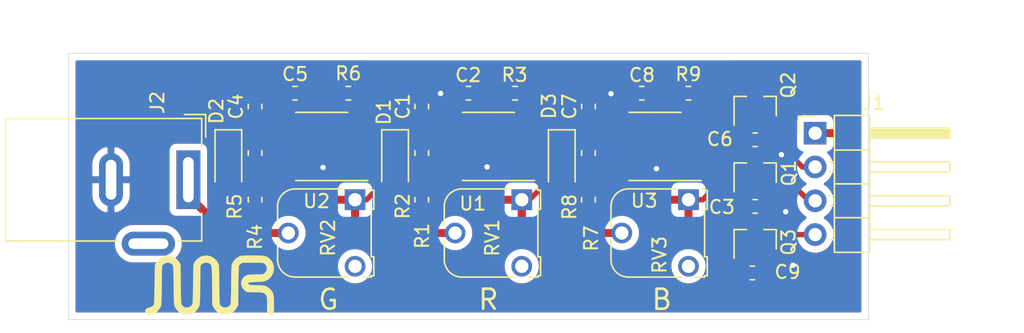
<source format=kicad_pcb>
(kicad_pcb (version 20171130) (host pcbnew "(5.1.6)-1")

  (general
    (thickness 1.6)
    (drawings 10)
    (tracks 179)
    (zones 0)
    (modules 33)
    (nets 24)
  )

  (page A4)
  (layers
    (0 F.Cu signal)
    (31 B.Cu signal)
    (32 B.Adhes user)
    (33 F.Adhes user)
    (34 B.Paste user)
    (35 F.Paste user)
    (36 B.SilkS user)
    (37 F.SilkS user)
    (38 B.Mask user)
    (39 F.Mask user)
    (40 Dwgs.User user)
    (41 Cmts.User user)
    (42 Eco1.User user)
    (43 Eco2.User user)
    (44 Edge.Cuts user)
    (45 Margin user)
    (46 B.CrtYd user)
    (47 F.CrtYd user)
    (48 B.Fab user hide)
    (49 F.Fab user hide)
  )

  (setup
    (last_trace_width 0.25)
    (user_trace_width 0.3)
    (user_trace_width 0.4)
    (user_trace_width 0.5)
    (user_trace_width 0.6)
    (trace_clearance 0.2)
    (zone_clearance 0.508)
    (zone_45_only no)
    (trace_min 0.2)
    (via_size 0.8)
    (via_drill 0.4)
    (via_min_size 0.4)
    (via_min_drill 0.3)
    (uvia_size 0.3)
    (uvia_drill 0.1)
    (uvias_allowed no)
    (uvia_min_size 0.2)
    (uvia_min_drill 0.1)
    (edge_width 0.05)
    (segment_width 0.2)
    (pcb_text_width 0.3)
    (pcb_text_size 1.5 1.5)
    (mod_edge_width 0.12)
    (mod_text_size 1 1)
    (mod_text_width 0.15)
    (pad_size 1.524 1.524)
    (pad_drill 0.762)
    (pad_to_mask_clearance 0.05)
    (aux_axis_origin 0 0)
    (visible_elements 7FFFFFFF)
    (pcbplotparams
      (layerselection 0x010fc_ffffffff)
      (usegerberextensions false)
      (usegerberattributes true)
      (usegerberadvancedattributes true)
      (creategerberjobfile true)
      (excludeedgelayer true)
      (linewidth 0.100000)
      (plotframeref false)
      (viasonmask false)
      (mode 1)
      (useauxorigin false)
      (hpglpennumber 1)
      (hpglpenspeed 20)
      (hpglpendiameter 15.000000)
      (psnegative false)
      (psa4output false)
      (plotreference true)
      (plotvalue true)
      (plotinvisibletext false)
      (padsonsilk false)
      (subtractmaskfromsilk false)
      (outputformat 1)
      (mirror false)
      (drillshape 0)
      (scaleselection 1)
      (outputdirectory "doc/driver_rgb/"))
  )

  (net 0 "")
  (net 1 GND)
  (net 2 "Net-(C1-Pad1)")
  (net 3 "Net-(C2-Pad1)")
  (net 4 "Net-(C3-Pad1)")
  (net 5 "Net-(C4-Pad1)")
  (net 6 "Net-(C5-Pad1)")
  (net 7 "Net-(C6-Pad1)")
  (net 8 "Net-(C7-Pad1)")
  (net 9 "Net-(C8-Pad1)")
  (net 10 "Net-(C9-Pad1)")
  (net 11 /BLUE/BLUE)
  (net 12 /RED/RED)
  (net 13 /GREEN/GREEN)
  (net 14 +12V)
  (net 15 "Net-(R1-Pad1)")
  (net 16 "Net-(R3-Pad2)")
  (net 17 "Net-(R4-Pad1)")
  (net 18 "Net-(R6-Pad2)")
  (net 19 "Net-(R7-Pad1)")
  (net 20 "Net-(R9-Pad2)")
  (net 21 "Net-(D1-Pad2)")
  (net 22 "Net-(D2-Pad2)")
  (net 23 "Net-(D3-Pad2)")

  (net_class Default "This is the default net class."
    (clearance 0.2)
    (trace_width 0.25)
    (via_dia 0.8)
    (via_drill 0.4)
    (uvia_dia 0.3)
    (uvia_drill 0.1)
    (add_net +12V)
    (add_net /BLUE/BLUE)
    (add_net /GREEN/GREEN)
    (add_net /RED/RED)
    (add_net GND)
    (add_net "Net-(C1-Pad1)")
    (add_net "Net-(C2-Pad1)")
    (add_net "Net-(C3-Pad1)")
    (add_net "Net-(C4-Pad1)")
    (add_net "Net-(C5-Pad1)")
    (add_net "Net-(C6-Pad1)")
    (add_net "Net-(C7-Pad1)")
    (add_net "Net-(C8-Pad1)")
    (add_net "Net-(C9-Pad1)")
    (add_net "Net-(D1-Pad2)")
    (add_net "Net-(D2-Pad2)")
    (add_net "Net-(D3-Pad2)")
    (add_net "Net-(R1-Pad1)")
    (add_net "Net-(R3-Pad2)")
    (add_net "Net-(R4-Pad1)")
    (add_net "Net-(R6-Pad2)")
    (add_net "Net-(R7-Pad1)")
    (add_net "Net-(R9-Pad2)")
  )

  (module MSS_Devices:logo-mr_silk (layer F.Cu) (tedit 0) (tstamp 5F8182DA)
    (at 113.59 96.91)
    (fp_text reference G*** (at 0 0) (layer F.SilkS) hide
      (effects (font (size 1.524 1.524) (thickness 0.3)))
    )
    (fp_text value LOGO (at 0.75 0) (layer F.SilkS) hide
      (effects (font (size 1.524 1.524) (thickness 0.3)))
    )
    (fp_poly (pts (xy 3.507507 -2.221545) (xy 3.732392 -2.217584) (xy 3.911397 -2.208974) (xy 4.053325 -2.194073)
      (xy 4.166979 -2.171237) (xy 4.26116 -2.138824) (xy 4.344673 -2.095191) (xy 4.42632 -2.038695)
      (xy 4.491989 -1.986595) (xy 4.649969 -1.819446) (xy 4.757168 -1.625591) (xy 4.815004 -1.414484)
      (xy 4.824897 -1.195575) (xy 4.788266 -0.978316) (xy 4.70653 -0.772159) (xy 4.58111 -0.586555)
      (xy 4.413423 -0.430957) (xy 4.243448 -0.3315) (xy 4.175625 -0.303018) (xy 4.106649 -0.281677)
      (xy 4.024778 -0.265898) (xy 3.918271 -0.254104) (xy 3.775384 -0.244716) (xy 3.584376 -0.236156)
      (xy 3.513876 -0.233435) (xy 3.291819 -0.223831) (xy 3.126537 -0.212843) (xy 3.011307 -0.198611)
      (xy 2.939406 -0.179275) (xy 2.904112 -0.152975) (xy 2.898701 -0.11785) (xy 2.91645 -0.07204)
      (xy 2.918258 -0.068624) (xy 2.934539 -0.046096) (xy 2.961877 -0.029365) (xy 3.009456 -0.017286)
      (xy 3.086456 -0.008711) (xy 3.202058 -0.002496) (xy 3.365445 0.002505) (xy 3.515773 0.005954)
      (xy 3.766713 0.01399) (xy 3.965058 0.028276) (xy 4.12165 0.05222) (xy 4.247332 0.089228)
      (xy 4.352944 0.142708) (xy 4.449329 0.216065) (xy 4.547329 0.312706) (xy 4.569965 0.337193)
      (xy 4.649019 0.429035) (xy 4.709903 0.516692) (xy 4.755062 0.61035) (xy 4.786942 0.720196)
      (xy 4.807988 0.856416) (xy 4.820646 1.029195) (xy 4.82736 1.248721) (xy 4.829673 1.418984)
      (xy 4.831124 1.636455) (xy 4.830157 1.799779) (xy 4.826139 1.918287) (xy 4.818436 2.001308)
      (xy 4.806414 2.05817) (xy 4.789442 2.098203) (xy 4.782822 2.109042) (xy 4.697793 2.187889)
      (xy 4.590157 2.21916) (xy 4.479314 2.202897) (xy 4.384665 2.139144) (xy 4.360566 2.10811)
      (xy 4.339933 2.067739) (xy 4.3257 2.013155) (xy 4.317033 1.93376) (xy 4.3131 1.818956)
      (xy 4.313069 1.658145) (xy 4.314732 1.524837) (xy 4.315444 1.276886) (xy 4.308296 1.083672)
      (xy 4.292093 0.936783) (xy 4.265638 0.827808) (xy 4.227735 0.748335) (xy 4.199059 0.711376)
      (xy 4.149288 0.659082) (xy 4.102747 0.619865) (xy 4.049479 0.591555) (xy 3.979531 0.571985)
      (xy 3.882945 0.558987) (xy 3.749767 0.550394) (xy 3.570041 0.544037) (xy 3.41092 0.53975)
      (xy 2.799248 0.523875) (xy 2.661686 0.427215) (xy 2.513913 0.289535) (xy 2.417569 0.127899)
      (xy 2.371244 -0.047293) (xy 2.373522 -0.225641) (xy 2.422993 -0.396746) (xy 2.518242 -0.550209)
      (xy 2.657856 -0.67563) (xy 2.82255 -0.756723) (xy 2.899196 -0.771344) (xy 3.028946 -0.78279)
      (xy 3.201459 -0.790442) (xy 3.40639 -0.793683) (xy 3.44217 -0.79375) (xy 3.64121 -0.794698)
      (xy 3.787995 -0.798253) (xy 3.893754 -0.805482) (xy 3.969714 -0.817452) (xy 4.027103 -0.835231)
      (xy 4.064495 -0.852904) (xy 4.189897 -0.953947) (xy 4.268429 -1.092961) (xy 4.294075 -1.258863)
      (xy 4.266683 -1.417082) (xy 4.186863 -1.5419) (xy 4.086087 -1.620648) (xy 4.049568 -1.640224)
      (xy 4.006754 -1.6552) (xy 3.949129 -1.666186) (xy 3.868172 -1.673792) (xy 3.755367 -1.678629)
      (xy 3.602194 -1.681307) (xy 3.400135 -1.682436) (xy 3.220855 -1.682632) (xy 2.457086 -1.68275)
      (xy 2.348636 -1.602738) (xy 2.271968 -1.539053) (xy 2.215979 -1.480045) (xy 2.20753 -1.467801)
      (xy 2.19903 -1.422009) (xy 2.190905 -1.315806) (xy 2.183255 -1.152284) (xy 2.176179 -0.934529)
      (xy 2.169774 -0.665633) (xy 2.164142 -0.348684) (xy 2.159379 0.013228) (xy 2.159 0.047625)
      (xy 2.143125 1.508125) (xy 2.058975 1.666875) (xy 1.911582 1.881372) (xy 1.722457 2.052636)
      (xy 1.596109 2.129224) (xy 1.435768 2.184306) (xy 1.243488 2.210115) (xy 1.043423 2.206451)
      (xy 0.859726 2.173111) (xy 0.762 2.136154) (xy 0.568256 2.008493) (xy 0.399378 1.834471)
      (xy 0.291127 1.668704) (xy 0.206375 1.508125) (xy 0.1905 0.047625) (xy 0.186724 -0.303278)
      (xy 0.183216 -0.59638) (xy 0.179258 -0.837376) (xy 0.17413 -1.031958) (xy 0.167114 -1.185818)
      (xy 0.157492 -1.30465) (xy 0.144544 -1.394147) (xy 0.127552 -1.460001) (xy 0.105798 -1.507904)
      (xy 0.078563 -1.543551) (xy 0.045128 -1.572633) (xy 0.004774 -1.600843) (xy -0.019681 -1.617399)
      (xy -0.097112 -1.661281) (xy -0.176734 -1.679309) (xy -0.286756 -1.677301) (xy -0.303598 -1.675969)
      (xy -0.420863 -1.659407) (xy -0.503089 -1.625807) (xy -0.578519 -1.563423) (xy -0.581621 -1.560336)
      (xy -0.682625 -1.459383) (xy -0.699792 -0.007379) (xy -0.703995 0.336177) (xy -0.707955 0.622239)
      (xy -0.711973 0.856813) (xy -0.71635 1.045901) (xy -0.721386 1.19551) (xy -0.727384 1.311642)
      (xy -0.734644 1.400302) (xy -0.743467 1.467494) (xy -0.754154 1.519224) (xy -0.767007 1.561494)
      (xy -0.780146 1.595156) (xy -0.901828 1.808443) (xy -1.069909 1.990992) (xy -1.241349 2.111632)
      (xy -1.331907 2.158259) (xy -1.41109 2.186597) (xy -1.500318 2.201095) (xy -1.621009 2.206202)
      (xy -1.698625 2.206625) (xy -1.842845 2.204492) (xy -1.944991 2.19515) (xy -2.026431 2.174184)
      (xy -2.10853 2.13718) (xy -2.15441 2.112445) (xy -2.338482 1.982625) (xy -2.493694 1.818743)
      (xy -2.604646 1.637846) (xy -2.623021 1.593676) (xy -2.63649 1.55221) (xy -2.64786 1.501575)
      (xy -2.657404 1.43584) (xy -2.665396 1.349073) (xy -2.672111 1.235341) (xy -2.677822 1.088713)
      (xy -2.682804 0.903257) (xy -2.68733 0.673041) (xy -2.691675 0.392132) (xy -2.696111 0.0546)
      (xy -2.696843 -0.004661) (xy -2.701132 -0.346116) (xy -2.705066 -0.629765) (xy -2.70895 -0.861298)
      (xy -2.713087 -1.046405) (xy -2.717783 -1.190776) (xy -2.72334 -1.300102) (xy -2.730063 -1.380073)
      (xy -2.738257 -1.436378) (xy -2.748225 -1.474709) (xy -2.760271 -1.500755) (xy -2.7747 -1.520207)
      (xy -2.778051 -1.523974) (xy -2.907612 -1.624839) (xy -3.057673 -1.675156) (xy -3.213828 -1.675797)
      (xy -3.361669 -1.627637) (xy -3.486793 -1.531548) (xy -3.528173 -1.478513) (xy -3.53898 -1.450823)
      (xy -3.548287 -1.399355) (xy -3.556287 -1.319151) (xy -3.563175 -1.205253) (xy -3.569145 -1.052703)
      (xy -3.574388 -0.856542) (xy -3.5791 -0.611812) (xy -3.583474 -0.313555) (xy -3.587702 0.043187)
      (xy -3.58775 0.047625) (xy -3.591546 0.390243) (xy -3.595032 0.675312) (xy -3.598531 0.908779)
      (xy -3.602367 1.096593) (xy -3.606862 1.244702) (xy -3.612341 1.359051) (xy -3.619126 1.445591)
      (xy -3.627541 1.510268) (xy -3.637909 1.55903) (xy -3.650553 1.597824) (xy -3.665797 1.632599)
      (xy -3.674906 1.651164) (xy -3.808386 1.855201) (xy -3.981743 2.020964) (xy -4.184248 2.140933)
      (xy -4.405169 2.20759) (xy -4.482016 2.216733) (xy -4.590438 2.220992) (xy -4.659569 2.210008)
      (xy -4.712967 2.177629) (xy -4.744413 2.148224) (xy -4.813546 2.043014) (xy -4.826451 1.933297)
      (xy -4.7882 1.831129) (xy -4.703869 1.748561) (xy -4.578531 1.697648) (xy -4.552741 1.692888)
      (xy -4.371908 1.642121) (xy -4.241631 1.553665) (xy -4.199237 1.501) (xy -4.185924 1.476185)
      (xy -4.174732 1.442047) (xy -4.165394 1.392883) (xy -4.157643 1.32299) (xy -4.151212 1.226664)
      (xy -4.145835 1.098203) (xy -4.141242 0.931904) (xy -4.137168 0.722064) (xy -4.133346 0.462981)
      (xy -4.129507 0.14895) (xy -4.1275 -0.030277) (xy -4.123659 -0.37157) (xy -4.120089 -0.655377)
      (xy -4.116473 -0.887709) (xy -4.112492 -1.074579) (xy -4.107829 -1.221998) (xy -4.102163 -1.335977)
      (xy -4.095177 -1.422529) (xy -4.086552 -1.487663) (xy -4.07597 -1.537393) (xy -4.063112 -1.577729)
      (xy -4.04766 -1.614683) (xy -4.043017 -1.624828) (xy -3.910307 -1.842215) (xy -3.73693 -2.014477)
      (xy -3.529481 -2.136961) (xy -3.294559 -2.205012) (xy -3.206296 -2.215163) (xy -2.958326 -2.202684)
      (xy -2.727641 -2.131978) (xy -2.522758 -2.007616) (xy -2.352196 -1.83417) (xy -2.273262 -1.7145)
      (xy -2.174875 -1.539875) (xy -2.159 -0.079375) (xy -2.154423 0.295385) (xy -2.149426 0.610335)
      (xy -2.143876 0.869165) (xy -2.137643 1.075564) (xy -2.130592 1.233222) (xy -2.122593 1.345827)
      (xy -2.113511 1.417069) (xy -2.104154 1.449137) (xy -2.054519 1.513675) (xy -1.980825 1.587616)
      (xy -1.962797 1.603302) (xy -1.895838 1.652808) (xy -1.831713 1.676226) (xy -1.744763 1.680092)
      (xy -1.676766 1.676169) (xy -1.511819 1.643538) (xy -1.386875 1.567911) (xy -1.290898 1.444625)
      (xy -1.280876 1.402811) (xy -1.271892 1.312299) (xy -1.263863 1.170742) (xy -1.256709 0.975796)
      (xy -1.250349 0.725114) (xy -1.244701 0.41635) (xy -1.239684 0.047159) (xy -1.23825 -0.079375)
      (xy -1.234448 -0.422074) (xy -1.230948 -0.707176) (xy -1.227433 -0.940582) (xy -1.223586 -1.128194)
      (xy -1.21909 -1.275912) (xy -1.213627 -1.389637) (xy -1.206879 -1.475269) (xy -1.198531 -1.538709)
      (xy -1.188263 -1.585859) (xy -1.175759 -1.622618) (xy -1.160702 -1.654887) (xy -1.152709 -1.670077)
      (xy -1.010428 -1.87679) (xy -0.836643 -2.034696) (xy -0.639829 -2.144017) (xy -0.428465 -2.204974)
      (xy -0.211028 -2.217788) (xy 0.004005 -2.18268) (xy 0.208156 -2.099872) (xy 0.392948 -1.969584)
      (xy 0.549903 -1.792038) (xy 0.646514 -1.623137) (xy 0.662557 -1.586305) (xy 0.675949 -1.547382)
      (xy 0.687006 -1.500358) (xy 0.696045 -1.439223) (xy 0.703382 -1.357969) (xy 0.709334 -1.250585)
      (xy 0.714216 -1.111062) (xy 0.718344 -0.933391) (xy 0.722035 -0.711562) (xy 0.725606 -0.439566)
      (xy 0.729371 -0.111392) (xy 0.73025 -0.03175) (xy 0.734644 0.330438) (xy 0.739304 0.63372)
      (xy 0.744404 0.882689) (xy 0.750116 1.081939) (xy 0.756617 1.236062) (xy 0.76408 1.349653)
      (xy 0.772679 1.427305) (xy 0.782589 1.473611) (xy 0.787838 1.486011) (xy 0.880908 1.589799)
      (xy 1.009831 1.656101) (xy 1.157014 1.681716) (xy 1.304861 1.663444) (xy 1.429613 1.602737)
      (xy 1.506281 1.539052) (xy 1.56227 1.480044) (xy 1.570719 1.4678) (xy 1.579252 1.421966)
      (xy 1.58741 1.315782) (xy 1.595091 1.1524) (xy 1.602193 0.93497) (xy 1.608615 0.666643)
      (xy 1.614255 0.350567) (xy 1.619009 -0.010105) (xy 1.61925 -0.03175) (xy 1.623044 -0.37206)
      (xy 1.626501 -0.654943) (xy 1.629965 -0.886468) (xy 1.633781 -1.072704) (xy 1.638294 -1.21972)
      (xy 1.643848 -1.333585) (xy 1.650787 -1.420369) (xy 1.659456 -1.48614) (xy 1.670199 -1.536968)
      (xy 1.683361 -1.578922) (xy 1.699287 -1.618071) (xy 1.710747 -1.643702) (xy 1.803642 -1.79633)
      (xy 1.93529 -1.944536) (xy 2.087282 -2.071088) (xy 2.241208 -2.158756) (xy 2.274653 -2.171507)
      (xy 2.334109 -2.187993) (xy 2.40921 -2.200665) (xy 2.50832 -2.209968) (xy 2.639801 -2.216351)
      (xy 2.812017 -2.220262) (xy 3.033331 -2.222147) (xy 3.22794 -2.222501) (xy 3.507507 -2.221545)) (layer F.SilkS) (width 0.01))
  )

  (module Package_TO_SOT_SMD:SOT-23 (layer F.Cu) (tedit 5A02FF57) (tstamp 5F7FE56B)
    (at 154.5 93.5 90)
    (descr "SOT-23, Standard")
    (tags SOT-23)
    (path /5F7D85DB/5F80C32E)
    (attr smd)
    (fp_text reference Q3 (at -0.19 2.5 90) (layer F.SilkS)
      (effects (font (size 1 1) (thickness 0.15)))
    )
    (fp_text value MMBT3904LT1G (at 0 2.5 90) (layer F.Fab)
      (effects (font (size 1 1) (thickness 0.15)))
    )
    (fp_line (start 0.76 1.58) (end -0.7 1.58) (layer F.SilkS) (width 0.12))
    (fp_line (start 0.76 -1.58) (end -1.4 -1.58) (layer F.SilkS) (width 0.12))
    (fp_line (start -1.7 1.75) (end -1.7 -1.75) (layer F.CrtYd) (width 0.05))
    (fp_line (start 1.7 1.75) (end -1.7 1.75) (layer F.CrtYd) (width 0.05))
    (fp_line (start 1.7 -1.75) (end 1.7 1.75) (layer F.CrtYd) (width 0.05))
    (fp_line (start -1.7 -1.75) (end 1.7 -1.75) (layer F.CrtYd) (width 0.05))
    (fp_line (start 0.76 -1.58) (end 0.76 -0.65) (layer F.SilkS) (width 0.12))
    (fp_line (start 0.76 1.58) (end 0.76 0.65) (layer F.SilkS) (width 0.12))
    (fp_line (start -0.7 1.52) (end 0.7 1.52) (layer F.Fab) (width 0.1))
    (fp_line (start 0.7 -1.52) (end 0.7 1.52) (layer F.Fab) (width 0.1))
    (fp_line (start -0.7 -0.95) (end -0.15 -1.52) (layer F.Fab) (width 0.1))
    (fp_line (start -0.15 -1.52) (end 0.7 -1.52) (layer F.Fab) (width 0.1))
    (fp_line (start -0.7 -0.95) (end -0.7 1.5) (layer F.Fab) (width 0.1))
    (fp_text user %R (at 0 0) (layer F.Fab)
      (effects (font (size 0.5 0.5) (thickness 0.075)))
    )
    (pad 3 smd rect (at 1 0 90) (size 0.9 0.8) (layers F.Cu F.Paste F.Mask)
      (net 11 /BLUE/BLUE))
    (pad 2 smd rect (at -1 0.95 90) (size 0.9 0.8) (layers F.Cu F.Paste F.Mask)
      (net 1 GND))
    (pad 1 smd rect (at -1 -0.95 90) (size 0.9 0.8) (layers F.Cu F.Paste F.Mask)
      (net 10 "Net-(C9-Pad1)"))
    (model ${KISYS3DMOD}/Package_TO_SOT_SMD.3dshapes/SOT-23.wrl
      (at (xyz 0 0 0))
      (scale (xyz 1 1 1))
      (rotate (xyz 0 0 0))
    )
  )

  (module Package_TO_SOT_SMD:SOT-23 (layer F.Cu) (tedit 5A02FF57) (tstamp 5F7FE556)
    (at 154.5 83.5 90)
    (descr "SOT-23, Standard")
    (tags SOT-23)
    (path /5F7D4541/5F80AEFF)
    (attr smd)
    (fp_text reference Q2 (at 1.6 2.48 90) (layer F.SilkS)
      (effects (font (size 1 1) (thickness 0.15)))
    )
    (fp_text value MMBT3904LT1G (at 0 2.5 90) (layer F.Fab)
      (effects (font (size 1 1) (thickness 0.15)))
    )
    (fp_line (start 0.76 1.58) (end -0.7 1.58) (layer F.SilkS) (width 0.12))
    (fp_line (start 0.76 -1.58) (end -1.4 -1.58) (layer F.SilkS) (width 0.12))
    (fp_line (start -1.7 1.75) (end -1.7 -1.75) (layer F.CrtYd) (width 0.05))
    (fp_line (start 1.7 1.75) (end -1.7 1.75) (layer F.CrtYd) (width 0.05))
    (fp_line (start 1.7 -1.75) (end 1.7 1.75) (layer F.CrtYd) (width 0.05))
    (fp_line (start -1.7 -1.75) (end 1.7 -1.75) (layer F.CrtYd) (width 0.05))
    (fp_line (start 0.76 -1.58) (end 0.76 -0.65) (layer F.SilkS) (width 0.12))
    (fp_line (start 0.76 1.58) (end 0.76 0.65) (layer F.SilkS) (width 0.12))
    (fp_line (start -0.7 1.52) (end 0.7 1.52) (layer F.Fab) (width 0.1))
    (fp_line (start 0.7 -1.52) (end 0.7 1.52) (layer F.Fab) (width 0.1))
    (fp_line (start -0.7 -0.95) (end -0.15 -1.52) (layer F.Fab) (width 0.1))
    (fp_line (start -0.15 -1.52) (end 0.7 -1.52) (layer F.Fab) (width 0.1))
    (fp_line (start -0.7 -0.95) (end -0.7 1.5) (layer F.Fab) (width 0.1))
    (fp_text user %R (at 0 0) (layer F.Fab)
      (effects (font (size 0.5 0.5) (thickness 0.075)))
    )
    (pad 3 smd rect (at 1 0 90) (size 0.9 0.8) (layers F.Cu F.Paste F.Mask)
      (net 13 /GREEN/GREEN))
    (pad 2 smd rect (at -1 0.95 90) (size 0.9 0.8) (layers F.Cu F.Paste F.Mask)
      (net 1 GND))
    (pad 1 smd rect (at -1 -0.95 90) (size 0.9 0.8) (layers F.Cu F.Paste F.Mask)
      (net 7 "Net-(C6-Pad1)"))
    (model ${KISYS3DMOD}/Package_TO_SOT_SMD.3dshapes/SOT-23.wrl
      (at (xyz 0 0 0))
      (scale (xyz 1 1 1))
      (rotate (xyz 0 0 0))
    )
  )

  (module Diode_SMD:D_SOD-123 (layer F.Cu) (tedit 58645DC7) (tstamp 5F7FCC1B)
    (at 140 87.5 270)
    (descr SOD-123)
    (tags SOD-123)
    (path /5F7D85DB/5F801B39)
    (attr smd)
    (fp_text reference D3 (at -4.03 0.96 90) (layer F.SilkS)
      (effects (font (size 1 1) (thickness 0.15)))
    )
    (fp_text value MBR0580S1-7 (at 0 2.1 90) (layer F.Fab)
      (effects (font (size 1 1) (thickness 0.15)))
    )
    (fp_line (start -2.25 -1) (end 1.65 -1) (layer F.SilkS) (width 0.12))
    (fp_line (start -2.25 1) (end 1.65 1) (layer F.SilkS) (width 0.12))
    (fp_line (start -2.35 -1.15) (end -2.35 1.15) (layer F.CrtYd) (width 0.05))
    (fp_line (start 2.35 1.15) (end -2.35 1.15) (layer F.CrtYd) (width 0.05))
    (fp_line (start 2.35 -1.15) (end 2.35 1.15) (layer F.CrtYd) (width 0.05))
    (fp_line (start -2.35 -1.15) (end 2.35 -1.15) (layer F.CrtYd) (width 0.05))
    (fp_line (start -1.4 -0.9) (end 1.4 -0.9) (layer F.Fab) (width 0.1))
    (fp_line (start 1.4 -0.9) (end 1.4 0.9) (layer F.Fab) (width 0.1))
    (fp_line (start 1.4 0.9) (end -1.4 0.9) (layer F.Fab) (width 0.1))
    (fp_line (start -1.4 0.9) (end -1.4 -0.9) (layer F.Fab) (width 0.1))
    (fp_line (start -0.75 0) (end -0.35 0) (layer F.Fab) (width 0.1))
    (fp_line (start -0.35 0) (end -0.35 -0.55) (layer F.Fab) (width 0.1))
    (fp_line (start -0.35 0) (end -0.35 0.55) (layer F.Fab) (width 0.1))
    (fp_line (start -0.35 0) (end 0.25 -0.4) (layer F.Fab) (width 0.1))
    (fp_line (start 0.25 -0.4) (end 0.25 0.4) (layer F.Fab) (width 0.1))
    (fp_line (start 0.25 0.4) (end -0.35 0) (layer F.Fab) (width 0.1))
    (fp_line (start 0.25 0) (end 0.75 0) (layer F.Fab) (width 0.1))
    (fp_line (start -2.25 -1) (end -2.25 1) (layer F.SilkS) (width 0.12))
    (fp_text user %R (at 0 -2 90) (layer F.Fab)
      (effects (font (size 1 1) (thickness 0.15)))
    )
    (pad 2 smd rect (at 1.65 0 270) (size 0.9 1.2) (layers F.Cu F.Paste F.Mask)
      (net 23 "Net-(D3-Pad2)"))
    (pad 1 smd rect (at -1.65 0 270) (size 0.9 1.2) (layers F.Cu F.Paste F.Mask)
      (net 8 "Net-(C7-Pad1)"))
    (model ${KISYS3DMOD}/Diode_SMD.3dshapes/D_SOD-123.wrl
      (at (xyz 0 0 0))
      (scale (xyz 1 1 1))
      (rotate (xyz 0 0 0))
    )
  )

  (module Diode_SMD:D_SOD-123 (layer F.Cu) (tedit 58645DC7) (tstamp 5F7FCC02)
    (at 115 87.5 270)
    (descr SOD-123)
    (tags SOD-123)
    (path /5F7D4541/5F803EC8)
    (attr smd)
    (fp_text reference D2 (at -3.65 0.9 90) (layer F.SilkS)
      (effects (font (size 1 1) (thickness 0.15)))
    )
    (fp_text value MBR0580S1-7 (at 0 2.1 90) (layer F.Fab)
      (effects (font (size 1 1) (thickness 0.15)))
    )
    (fp_line (start -2.25 -1) (end 1.65 -1) (layer F.SilkS) (width 0.12))
    (fp_line (start -2.25 1) (end 1.65 1) (layer F.SilkS) (width 0.12))
    (fp_line (start -2.35 -1.15) (end -2.35 1.15) (layer F.CrtYd) (width 0.05))
    (fp_line (start 2.35 1.15) (end -2.35 1.15) (layer F.CrtYd) (width 0.05))
    (fp_line (start 2.35 -1.15) (end 2.35 1.15) (layer F.CrtYd) (width 0.05))
    (fp_line (start -2.35 -1.15) (end 2.35 -1.15) (layer F.CrtYd) (width 0.05))
    (fp_line (start -1.4 -0.9) (end 1.4 -0.9) (layer F.Fab) (width 0.1))
    (fp_line (start 1.4 -0.9) (end 1.4 0.9) (layer F.Fab) (width 0.1))
    (fp_line (start 1.4 0.9) (end -1.4 0.9) (layer F.Fab) (width 0.1))
    (fp_line (start -1.4 0.9) (end -1.4 -0.9) (layer F.Fab) (width 0.1))
    (fp_line (start -0.75 0) (end -0.35 0) (layer F.Fab) (width 0.1))
    (fp_line (start -0.35 0) (end -0.35 -0.55) (layer F.Fab) (width 0.1))
    (fp_line (start -0.35 0) (end -0.35 0.55) (layer F.Fab) (width 0.1))
    (fp_line (start -0.35 0) (end 0.25 -0.4) (layer F.Fab) (width 0.1))
    (fp_line (start 0.25 -0.4) (end 0.25 0.4) (layer F.Fab) (width 0.1))
    (fp_line (start 0.25 0.4) (end -0.35 0) (layer F.Fab) (width 0.1))
    (fp_line (start 0.25 0) (end 0.75 0) (layer F.Fab) (width 0.1))
    (fp_line (start -2.25 -1) (end -2.25 1) (layer F.SilkS) (width 0.12))
    (fp_text user %R (at 0 -2 90) (layer F.Fab)
      (effects (font (size 1 1) (thickness 0.15)))
    )
    (pad 2 smd rect (at 1.65 0 270) (size 0.9 1.2) (layers F.Cu F.Paste F.Mask)
      (net 22 "Net-(D2-Pad2)"))
    (pad 1 smd rect (at -1.65 0 270) (size 0.9 1.2) (layers F.Cu F.Paste F.Mask)
      (net 5 "Net-(C4-Pad1)"))
    (model ${KISYS3DMOD}/Diode_SMD.3dshapes/D_SOD-123.wrl
      (at (xyz 0 0 0))
      (scale (xyz 1 1 1))
      (rotate (xyz 0 0 0))
    )
  )

  (module Diode_SMD:D_SOD-123 (layer F.Cu) (tedit 58645DC7) (tstamp 5F7FC036)
    (at 127.5 87.5 270)
    (descr SOD-123)
    (tags SOD-123)
    (path /5F7D0198/5F7FED7E)
    (attr smd)
    (fp_text reference D1 (at -3.58 0.85 90) (layer F.SilkS)
      (effects (font (size 1 1) (thickness 0.15)))
    )
    (fp_text value MBR0580S1-7 (at 0 2.1 90) (layer F.Fab)
      (effects (font (size 1 1) (thickness 0.15)))
    )
    (fp_line (start -2.25 -1) (end 1.65 -1) (layer F.SilkS) (width 0.12))
    (fp_line (start -2.25 1) (end 1.65 1) (layer F.SilkS) (width 0.12))
    (fp_line (start -2.35 -1.15) (end -2.35 1.15) (layer F.CrtYd) (width 0.05))
    (fp_line (start 2.35 1.15) (end -2.35 1.15) (layer F.CrtYd) (width 0.05))
    (fp_line (start 2.35 -1.15) (end 2.35 1.15) (layer F.CrtYd) (width 0.05))
    (fp_line (start -2.35 -1.15) (end 2.35 -1.15) (layer F.CrtYd) (width 0.05))
    (fp_line (start -1.4 -0.9) (end 1.4 -0.9) (layer F.Fab) (width 0.1))
    (fp_line (start 1.4 -0.9) (end 1.4 0.9) (layer F.Fab) (width 0.1))
    (fp_line (start 1.4 0.9) (end -1.4 0.9) (layer F.Fab) (width 0.1))
    (fp_line (start -1.4 0.9) (end -1.4 -0.9) (layer F.Fab) (width 0.1))
    (fp_line (start -0.75 0) (end -0.35 0) (layer F.Fab) (width 0.1))
    (fp_line (start -0.35 0) (end -0.35 -0.55) (layer F.Fab) (width 0.1))
    (fp_line (start -0.35 0) (end -0.35 0.55) (layer F.Fab) (width 0.1))
    (fp_line (start -0.35 0) (end 0.25 -0.4) (layer F.Fab) (width 0.1))
    (fp_line (start 0.25 -0.4) (end 0.25 0.4) (layer F.Fab) (width 0.1))
    (fp_line (start 0.25 0.4) (end -0.35 0) (layer F.Fab) (width 0.1))
    (fp_line (start 0.25 0) (end 0.75 0) (layer F.Fab) (width 0.1))
    (fp_line (start -2.25 -1) (end -2.25 1) (layer F.SilkS) (width 0.12))
    (fp_text user %R (at 0 -2 90) (layer F.Fab)
      (effects (font (size 1 1) (thickness 0.15)))
    )
    (pad 2 smd rect (at 1.65 0 270) (size 0.9 1.2) (layers F.Cu F.Paste F.Mask)
      (net 21 "Net-(D1-Pad2)"))
    (pad 1 smd rect (at -1.65 0 270) (size 0.9 1.2) (layers F.Cu F.Paste F.Mask)
      (net 2 "Net-(C1-Pad1)"))
    (model ${KISYS3DMOD}/Diode_SMD.3dshapes/D_SOD-123.wrl
      (at (xyz 0 0 0))
      (scale (xyz 1 1 1))
      (rotate (xyz 0 0 0))
    )
  )

  (module Package_SO:SOIC-8-1EP_3.9x4.9mm_P1.27mm_EP2.29x3mm (layer F.Cu) (tedit 5F7D0F0E) (tstamp 5F7BE737)
    (at 147 86.5 180)
    (descr "SOIC, 8 Pin (https://www.analog.com/media/en/technical-documentation/data-sheets/ada4898-1_4898-2.pdf#page=29), generated with kicad-footprint-generator ipc_gullwing_generator.py")
    (tags "SOIC SO")
    (path /5F7D85DB/5F7DB23E)
    (attr smd)
    (fp_text reference U3 (at 0.82 -4.08 180) (layer F.SilkS)
      (effects (font (size 1 1) (thickness 0.15)))
    )
    (fp_text value NE555 (at 0 3.4 180) (layer F.Fab)
      (effects (font (size 1 1) (thickness 0.15)))
    )
    (fp_line (start 3.7 -2.7) (end -3.7 -2.7) (layer F.CrtYd) (width 0.05))
    (fp_line (start 3.7 2.7) (end 3.7 -2.7) (layer F.CrtYd) (width 0.05))
    (fp_line (start -3.7 2.7) (end 3.7 2.7) (layer F.CrtYd) (width 0.05))
    (fp_line (start -3.7 -2.7) (end -3.7 2.7) (layer F.CrtYd) (width 0.05))
    (fp_line (start -1.95 -1.475) (end -0.975 -2.45) (layer F.Fab) (width 0.1))
    (fp_line (start -1.95 2.45) (end -1.95 -1.475) (layer F.Fab) (width 0.1))
    (fp_line (start 1.95 2.45) (end -1.95 2.45) (layer F.Fab) (width 0.1))
    (fp_line (start 1.95 -2.45) (end 1.95 2.45) (layer F.Fab) (width 0.1))
    (fp_line (start -0.975 -2.45) (end 1.95 -2.45) (layer F.Fab) (width 0.1))
    (fp_line (start 0 -2.56) (end -3.45 -2.56) (layer F.SilkS) (width 0.12))
    (fp_line (start 0 -2.56) (end 1.95 -2.56) (layer F.SilkS) (width 0.12))
    (fp_line (start 0 2.56) (end -1.95 2.56) (layer F.SilkS) (width 0.12))
    (fp_line (start 0 2.56) (end 1.95 2.56) (layer F.SilkS) (width 0.12))
    (fp_text user %R (at 0 0 180) (layer F.Fab)
      (effects (font (size 0.98 0.98) (thickness 0.15)))
    )
    (pad 8 smd roundrect (at 2.475 -1.905 180) (size 1.95 0.6) (layers F.Cu F.Paste F.Mask) (roundrect_rratio 0.25)
      (net 14 +12V))
    (pad 7 smd roundrect (at 2.475 -0.635 180) (size 1.95 0.6) (layers F.Cu F.Paste F.Mask) (roundrect_rratio 0.25)
      (net 23 "Net-(D3-Pad2)"))
    (pad 6 smd roundrect (at 2.475 0.635 180) (size 1.95 0.6) (layers F.Cu F.Paste F.Mask) (roundrect_rratio 0.25)
      (net 8 "Net-(C7-Pad1)"))
    (pad 5 smd roundrect (at 2.475 1.905 180) (size 1.95 0.6) (layers F.Cu F.Paste F.Mask) (roundrect_rratio 0.25)
      (net 9 "Net-(C8-Pad1)"))
    (pad 4 smd roundrect (at -2.475 1.905 180) (size 1.95 0.6) (layers F.Cu F.Paste F.Mask) (roundrect_rratio 0.25)
      (net 14 +12V))
    (pad 3 smd roundrect (at -2.475 0.635 180) (size 1.95 0.6) (layers F.Cu F.Paste F.Mask) (roundrect_rratio 0.25)
      (net 20 "Net-(R9-Pad2)"))
    (pad 2 smd roundrect (at -2.475 -0.635 180) (size 1.95 0.6) (layers F.Cu F.Paste F.Mask) (roundrect_rratio 0.25)
      (net 8 "Net-(C7-Pad1)"))
    (pad 1 smd roundrect (at -2.475 -1.905 180) (size 1.95 0.6) (layers F.Cu F.Paste F.Mask) (roundrect_rratio 0.25)
      (net 1 GND))
    (model ${KISYS3DMOD}/Package_SO.3dshapes/SOIC-8-1EP_3.9x4.9mm_P1.27mm_EP2.29x3mm.wrl
      (at (xyz 0 0 0))
      (scale (xyz 1 1 1))
      (rotate (xyz 0 0 0))
    )
    (model ${KISYS3DMOD}/Package_SO.3dshapes/HSOP-8-1EP_3.9x4.9mm_P1.27mm_EP2.41x3.1mm.step
      (at (xyz 0 0 0))
      (scale (xyz 1 1 1))
      (rotate (xyz 0 0 0))
    )
  )

  (module Package_SO:SOIC-8-1EP_3.9x4.9mm_P1.27mm_EP2.29x3mm (layer F.Cu) (tedit 5F7D0EF4) (tstamp 5F7C038F)
    (at 134.5 86.5 180)
    (descr "SOIC, 8 Pin (https://www.analog.com/media/en/technical-documentation/data-sheets/ada4898-1_4898-2.pdf#page=29), generated with kicad-footprint-generator ipc_gullwing_generator.py")
    (tags "SOIC SO")
    (path /5F7D0198/5F7D3DDE)
    (attr smd)
    (fp_text reference U1 (at 1.18 -4.29 180) (layer F.SilkS)
      (effects (font (size 1 1) (thickness 0.15)))
    )
    (fp_text value NE555 (at 0 3.4 180) (layer F.Fab)
      (effects (font (size 1 1) (thickness 0.15)))
    )
    (fp_line (start 3.7 -2.7) (end -3.7 -2.7) (layer F.CrtYd) (width 0.05))
    (fp_line (start 3.7 2.7) (end 3.7 -2.7) (layer F.CrtYd) (width 0.05))
    (fp_line (start -3.7 2.7) (end 3.7 2.7) (layer F.CrtYd) (width 0.05))
    (fp_line (start -3.7 -2.7) (end -3.7 2.7) (layer F.CrtYd) (width 0.05))
    (fp_line (start -1.95 -1.475) (end -0.975 -2.45) (layer F.Fab) (width 0.1))
    (fp_line (start -1.95 2.45) (end -1.95 -1.475) (layer F.Fab) (width 0.1))
    (fp_line (start 1.95 2.45) (end -1.95 2.45) (layer F.Fab) (width 0.1))
    (fp_line (start 1.95 -2.45) (end 1.95 2.45) (layer F.Fab) (width 0.1))
    (fp_line (start -0.975 -2.45) (end 1.95 -2.45) (layer F.Fab) (width 0.1))
    (fp_line (start 0 -2.56) (end -3.45 -2.56) (layer F.SilkS) (width 0.12))
    (fp_line (start 0 -2.56) (end 1.95 -2.56) (layer F.SilkS) (width 0.12))
    (fp_line (start 0 2.56) (end -1.95 2.56) (layer F.SilkS) (width 0.12))
    (fp_line (start 0 2.56) (end 1.95 2.56) (layer F.SilkS) (width 0.12))
    (fp_text user %R (at 0 0 180) (layer F.Fab)
      (effects (font (size 0.98 0.98) (thickness 0.15)))
    )
    (pad 8 smd roundrect (at 2.475 -1.905 180) (size 1.95 0.6) (layers F.Cu F.Paste F.Mask) (roundrect_rratio 0.25)
      (net 14 +12V))
    (pad 7 smd roundrect (at 2.475 -0.635 180) (size 1.95 0.6) (layers F.Cu F.Paste F.Mask) (roundrect_rratio 0.25)
      (net 21 "Net-(D1-Pad2)"))
    (pad 6 smd roundrect (at 2.475 0.635 180) (size 1.95 0.6) (layers F.Cu F.Paste F.Mask) (roundrect_rratio 0.25)
      (net 2 "Net-(C1-Pad1)"))
    (pad 5 smd roundrect (at 2.475 1.905 180) (size 1.95 0.6) (layers F.Cu F.Paste F.Mask) (roundrect_rratio 0.25)
      (net 3 "Net-(C2-Pad1)"))
    (pad 4 smd roundrect (at -2.475 1.905 180) (size 1.95 0.6) (layers F.Cu F.Paste F.Mask) (roundrect_rratio 0.25)
      (net 14 +12V))
    (pad 3 smd roundrect (at -2.475 0.635 180) (size 1.95 0.6) (layers F.Cu F.Paste F.Mask) (roundrect_rratio 0.25)
      (net 16 "Net-(R3-Pad2)"))
    (pad 2 smd roundrect (at -2.475 -0.635 180) (size 1.95 0.6) (layers F.Cu F.Paste F.Mask) (roundrect_rratio 0.25)
      (net 2 "Net-(C1-Pad1)"))
    (pad 1 smd roundrect (at -2.475 -1.905 180) (size 1.95 0.6) (layers F.Cu F.Paste F.Mask) (roundrect_rratio 0.25)
      (net 1 GND))
    (model ${KISYS3DMOD}/Package_SO.3dshapes/SOIC-8-1EP_3.9x4.9mm_P1.27mm_EP2.29x3mm.wrl
      (at (xyz 0 0 0))
      (scale (xyz 1 1 1))
      (rotate (xyz 0 0 0))
    )
    (model ${KISYS3DMOD}/Package_SO.3dshapes/HSOP-8-1EP_3.9x4.9mm_P1.27mm_EP2.41x3.1mm.step
      (at (xyz 0 0 0))
      (scale (xyz 1 1 1))
      (rotate (xyz 0 0 0))
    )
  )

  (module Package_SO:SOIC-8-1EP_3.9x4.9mm_P1.27mm_EP2.29x3mm (layer F.Cu) (tedit 5F7D0EDD) (tstamp 5F818A91)
    (at 122 86.5 180)
    (descr "SOIC, 8 Pin (https://www.analog.com/media/en/technical-documentation/data-sheets/ada4898-1_4898-2.pdf#page=29), generated with kicad-footprint-generator ipc_gullwing_generator.py")
    (tags "SOIC SO")
    (path /5F7D4541/5F7D7F3B)
    (attr smd)
    (fp_text reference U2 (at 0.39 -4.11 180) (layer F.SilkS)
      (effects (font (size 1 1) (thickness 0.15)))
    )
    (fp_text value NE555 (at 0 3.4 180) (layer F.Fab)
      (effects (font (size 1 1) (thickness 0.15)))
    )
    (fp_line (start 3.7 -2.7) (end -3.7 -2.7) (layer F.CrtYd) (width 0.05))
    (fp_line (start 3.7 2.7) (end 3.7 -2.7) (layer F.CrtYd) (width 0.05))
    (fp_line (start -3.7 2.7) (end 3.7 2.7) (layer F.CrtYd) (width 0.05))
    (fp_line (start -3.7 -2.7) (end -3.7 2.7) (layer F.CrtYd) (width 0.05))
    (fp_line (start -1.95 -1.475) (end -0.975 -2.45) (layer F.Fab) (width 0.1))
    (fp_line (start -1.95 2.45) (end -1.95 -1.475) (layer F.Fab) (width 0.1))
    (fp_line (start 1.95 2.45) (end -1.95 2.45) (layer F.Fab) (width 0.1))
    (fp_line (start 1.95 -2.45) (end 1.95 2.45) (layer F.Fab) (width 0.1))
    (fp_line (start -0.975 -2.45) (end 1.95 -2.45) (layer F.Fab) (width 0.1))
    (fp_line (start 0 -2.56) (end -3.45 -2.56) (layer F.SilkS) (width 0.12))
    (fp_line (start 0 -2.56) (end 1.95 -2.56) (layer F.SilkS) (width 0.12))
    (fp_line (start 0 2.56) (end -1.95 2.56) (layer F.SilkS) (width 0.12))
    (fp_line (start 0 2.56) (end 1.95 2.56) (layer F.SilkS) (width 0.12))
    (fp_text user %R (at 0 0 180) (layer F.Fab)
      (effects (font (size 0.98 0.98) (thickness 0.15)))
    )
    (pad 8 smd roundrect (at 2.475 -1.905 180) (size 1.95 0.6) (layers F.Cu F.Paste F.Mask) (roundrect_rratio 0.25)
      (net 14 +12V))
    (pad 7 smd roundrect (at 2.475 -0.635 180) (size 1.95 0.6) (layers F.Cu F.Paste F.Mask) (roundrect_rratio 0.25)
      (net 22 "Net-(D2-Pad2)"))
    (pad 6 smd roundrect (at 2.475 0.635 180) (size 1.95 0.6) (layers F.Cu F.Paste F.Mask) (roundrect_rratio 0.25)
      (net 5 "Net-(C4-Pad1)"))
    (pad 5 smd roundrect (at 2.475 1.905 180) (size 1.95 0.6) (layers F.Cu F.Paste F.Mask) (roundrect_rratio 0.25)
      (net 6 "Net-(C5-Pad1)"))
    (pad 4 smd roundrect (at -2.475 1.905 180) (size 1.95 0.6) (layers F.Cu F.Paste F.Mask) (roundrect_rratio 0.25)
      (net 14 +12V))
    (pad 3 smd roundrect (at -2.475 0.635 180) (size 1.95 0.6) (layers F.Cu F.Paste F.Mask) (roundrect_rratio 0.25)
      (net 18 "Net-(R6-Pad2)"))
    (pad 2 smd roundrect (at -2.475 -0.635 180) (size 1.95 0.6) (layers F.Cu F.Paste F.Mask) (roundrect_rratio 0.25)
      (net 5 "Net-(C4-Pad1)"))
    (pad 1 smd roundrect (at -2.475 -1.905 180) (size 1.95 0.6) (layers F.Cu F.Paste F.Mask) (roundrect_rratio 0.25)
      (net 1 GND))
    (model ${KISYS3DMOD}/Package_SO.3dshapes/SOIC-8-1EP_3.9x4.9mm_P1.27mm_EP2.29x3mm.wrl
      (at (xyz 0 0 0))
      (scale (xyz 1 1 1))
      (rotate (xyz 0 0 0))
    )
    (model ${KISYS3DMOD}/Package_SO.3dshapes/HSOP-8-1EP_3.9x4.9mm_P1.27mm_EP2.41x3.1mm.step
      (at (xyz 0 0 0))
      (scale (xyz 1 1 1))
      (rotate (xyz 0 0 0))
    )
  )

  (module Potentiometer_THT:Potentiometer_Runtron_RM-065_Vertical (layer F.Cu) (tedit 5BF6754C) (tstamp 5F7BE6DA)
    (at 149.5 90.5 270)
    (descr "Potentiometer, vertical, Trimmer, RM-065 http://www.runtron.com/down/PDF%20Datasheet/Carbon%20Film%20Potentiometer/RM065%20RM063.pdf")
    (tags "Potentiometer Trimmer RM-065")
    (path /5F7D85DB/5F7DB276)
    (fp_text reference RV3 (at 4.14 2.17 90) (layer F.SilkS)
      (effects (font (size 1 1) (thickness 0.15)))
    )
    (fp_text value 1k (at 2.6 7.4 90) (layer F.Fab)
      (effects (font (size 1 1) (thickness 0.15)))
    )
    (fp_line (start -0.71 -1.41) (end 0.71 -1.41) (layer F.SilkS) (width 0.12))
    (fp_line (start 0.71 -1.21) (end 4.29 -1.21) (layer F.SilkS) (width 0.12))
    (fp_line (start 4.29 -1.21) (end 4.29 -1.41) (layer F.SilkS) (width 0.12))
    (fp_line (start 4.29 -1.41) (end 5.71 -1.41) (layer F.SilkS) (width 0.12))
    (fp_line (start 5.71 -1.41) (end 5.71 -1.21) (layer F.SilkS) (width 0.12))
    (fp_line (start 1.99 5.81) (end 0.5 5.81) (layer F.SilkS) (width 0.12))
    (fp_line (start -0.81 4.5) (end -0.81 0.96) (layer F.SilkS) (width 0.12))
    (fp_line (start 5.81 0.52) (end 5.81 4.5) (layer F.SilkS) (width 0.12))
    (fp_line (start 4.5 5.81) (end 3.01 5.81) (layer F.SilkS) (width 0.12))
    (fp_line (start 0.5 5.7) (end 4.5 5.7) (layer F.Fab) (width 0.1))
    (fp_line (start 5.7 4.5) (end 5.7 -1.1) (layer F.Fab) (width 0.1))
    (fp_line (start -0.7 4.5) (end -0.7 -1.1) (layer F.Fab) (width 0.1))
    (fp_line (start -0.6 -1.1) (end -0.6 -1.3) (layer F.Fab) (width 0.1))
    (fp_line (start -0.6 -1.3) (end 0.6 -1.3) (layer F.Fab) (width 0.1))
    (fp_line (start 0.6 -1.3) (end 0.6 -1.1) (layer F.Fab) (width 0.1))
    (fp_line (start 5.6 -1.1) (end 5.6 -1.3) (layer F.Fab) (width 0.1))
    (fp_line (start 5.6 -1.3) (end 4.41 -1.3) (layer F.Fab) (width 0.1))
    (fp_line (start 4.4 -1.3) (end 4.4 -1.1) (layer F.Fab) (width 0.1))
    (fp_line (start 5.7 -1.1) (end -0.7 -1.1) (layer F.Fab) (width 0.1))
    (fp_line (start 6.05 6.03) (end -1.05 6.03) (layer F.CrtYd) (width 0.05))
    (fp_line (start 6.03 6.05) (end 6.03 -1.55) (layer F.CrtYd) (width 0.05))
    (fp_line (start -1.03 -1.55) (end -1.03 6.05) (layer F.CrtYd) (width 0.05))
    (fp_line (start -1.03 -1.55) (end 6.03 -1.55) (layer F.CrtYd) (width 0.05))
    (fp_circle (center 2.5 2.5) (end 5.5 2.5) (layer F.Fab) (width 0.1))
    (fp_line (start 0.71 -1.21) (end 0.71 -1.41) (layer F.SilkS) (width 0.12))
    (fp_line (start -0.71 -1.41) (end -0.71 -1.21) (layer F.SilkS) (width 0.12))
    (fp_line (start -0.71 -1.21) (end -0.81 -1.21) (layer F.SilkS) (width 0.12))
    (fp_line (start -0.81 -1.21) (end -0.81 -0.96) (layer F.SilkS) (width 0.12))
    (fp_line (start 5.71 -1.21) (end 5.81 -1.21) (layer F.SilkS) (width 0.12))
    (fp_line (start 5.81 -1.21) (end 5.81 -0.52) (layer F.SilkS) (width 0.12))
    (fp_text user %R (at 2.5 2.5 90) (layer F.Fab)
      (effects (font (size 1 1) (thickness 0.15)))
    )
    (fp_arc (start 4.5 4.5) (end 4.5 5.7) (angle -90) (layer F.Fab) (width 0.1))
    (fp_arc (start 0.5 4.5) (end -0.7 4.5) (angle -90) (layer F.Fab) (width 0.1))
    (fp_arc (start 0.5 4.5) (end -0.81 4.5) (angle -90) (layer F.SilkS) (width 0.12))
    (fp_arc (start 4.5 4.5) (end 4.5 5.81) (angle -90) (layer F.SilkS) (width 0.12))
    (pad 2 thru_hole circle (at 2.5 5 270) (size 1.55 1.55) (drill 1) (layers *.Cu *.Mask)
      (net 19 "Net-(R7-Pad1)"))
    (pad 1 thru_hole rect (at 0 0 270) (size 1.55 1.55) (drill 1) (layers *.Cu *.Mask)
      (net 14 +12V))
    (pad 3 thru_hole circle (at 5 0 270) (size 1.55 1.55) (drill 1) (layers *.Cu *.Mask))
    (model ${KISYS3DMOD}/Potentiometer_THT.3dshapes/Potentiometer_Runtron_RM-065_Vertical.wrl
      (at (xyz 0 0 0))
      (scale (xyz 1 1 1))
      (rotate (xyz 0 0 0))
    )
    (model ${SYS_3DMOD}/RM-065.STEP
      (offset (xyz 2.5 -1.5 -0.3))
      (scale (xyz 1 1 1))
      (rotate (xyz -90 0 0))
    )
  )

  (module Potentiometer_THT:Potentiometer_Runtron_RM-065_Vertical (layer F.Cu) (tedit 5BF6754C) (tstamp 5F7BE6C8)
    (at 124.5 90.5 270)
    (descr "Potentiometer, vertical, Trimmer, RM-065 http://www.runtron.com/down/PDF%20Datasheet/Carbon%20Film%20Potentiometer/RM065%20RM063.pdf")
    (tags "Potentiometer Trimmer RM-065")
    (path /5F7D4541/5F7D7F73)
    (fp_text reference RV2 (at 2.86 2.02 90) (layer F.SilkS)
      (effects (font (size 1 1) (thickness 0.15)))
    )
    (fp_text value 1k (at 2.6 7.4 90) (layer F.Fab)
      (effects (font (size 1 1) (thickness 0.15)))
    )
    (fp_line (start -0.71 -1.41) (end 0.71 -1.41) (layer F.SilkS) (width 0.12))
    (fp_line (start 0.71 -1.21) (end 4.29 -1.21) (layer F.SilkS) (width 0.12))
    (fp_line (start 4.29 -1.21) (end 4.29 -1.41) (layer F.SilkS) (width 0.12))
    (fp_line (start 4.29 -1.41) (end 5.71 -1.41) (layer F.SilkS) (width 0.12))
    (fp_line (start 5.71 -1.41) (end 5.71 -1.21) (layer F.SilkS) (width 0.12))
    (fp_line (start 1.99 5.81) (end 0.5 5.81) (layer F.SilkS) (width 0.12))
    (fp_line (start -0.81 4.5) (end -0.81 0.96) (layer F.SilkS) (width 0.12))
    (fp_line (start 5.81 0.52) (end 5.81 4.5) (layer F.SilkS) (width 0.12))
    (fp_line (start 4.5 5.81) (end 3.01 5.81) (layer F.SilkS) (width 0.12))
    (fp_line (start 0.5 5.7) (end 4.5 5.7) (layer F.Fab) (width 0.1))
    (fp_line (start 5.7 4.5) (end 5.7 -1.1) (layer F.Fab) (width 0.1))
    (fp_line (start -0.7 4.5) (end -0.7 -1.1) (layer F.Fab) (width 0.1))
    (fp_line (start -0.6 -1.1) (end -0.6 -1.3) (layer F.Fab) (width 0.1))
    (fp_line (start -0.6 -1.3) (end 0.6 -1.3) (layer F.Fab) (width 0.1))
    (fp_line (start 0.6 -1.3) (end 0.6 -1.1) (layer F.Fab) (width 0.1))
    (fp_line (start 5.6 -1.1) (end 5.6 -1.3) (layer F.Fab) (width 0.1))
    (fp_line (start 5.6 -1.3) (end 4.41 -1.3) (layer F.Fab) (width 0.1))
    (fp_line (start 4.4 -1.3) (end 4.4 -1.1) (layer F.Fab) (width 0.1))
    (fp_line (start 5.7 -1.1) (end -0.7 -1.1) (layer F.Fab) (width 0.1))
    (fp_line (start 6.05 6.03) (end -1.05 6.03) (layer F.CrtYd) (width 0.05))
    (fp_line (start 6.03 6.05) (end 6.03 -1.55) (layer F.CrtYd) (width 0.05))
    (fp_line (start -1.03 -1.55) (end -1.03 6.05) (layer F.CrtYd) (width 0.05))
    (fp_line (start -1.03 -1.55) (end 6.03 -1.55) (layer F.CrtYd) (width 0.05))
    (fp_circle (center 2.5 2.5) (end 5.5 2.5) (layer F.Fab) (width 0.1))
    (fp_line (start 0.71 -1.21) (end 0.71 -1.41) (layer F.SilkS) (width 0.12))
    (fp_line (start -0.71 -1.41) (end -0.71 -1.21) (layer F.SilkS) (width 0.12))
    (fp_line (start -0.71 -1.21) (end -0.81 -1.21) (layer F.SilkS) (width 0.12))
    (fp_line (start -0.81 -1.21) (end -0.81 -0.96) (layer F.SilkS) (width 0.12))
    (fp_line (start 5.71 -1.21) (end 5.81 -1.21) (layer F.SilkS) (width 0.12))
    (fp_line (start 5.81 -1.21) (end 5.81 -0.52) (layer F.SilkS) (width 0.12))
    (fp_text user %R (at 2.5 2.5 90) (layer F.Fab)
      (effects (font (size 1 1) (thickness 0.15)))
    )
    (fp_arc (start 4.5 4.5) (end 4.5 5.7) (angle -90) (layer F.Fab) (width 0.1))
    (fp_arc (start 0.5 4.5) (end -0.7 4.5) (angle -90) (layer F.Fab) (width 0.1))
    (fp_arc (start 0.5 4.5) (end -0.81 4.5) (angle -90) (layer F.SilkS) (width 0.12))
    (fp_arc (start 4.5 4.5) (end 4.5 5.81) (angle -90) (layer F.SilkS) (width 0.12))
    (pad 2 thru_hole circle (at 2.5 5 270) (size 1.55 1.55) (drill 1) (layers *.Cu *.Mask)
      (net 17 "Net-(R4-Pad1)"))
    (pad 1 thru_hole rect (at 0 0 270) (size 1.55 1.55) (drill 1) (layers *.Cu *.Mask)
      (net 14 +12V))
    (pad 3 thru_hole circle (at 5 0 270) (size 1.55 1.55) (drill 1) (layers *.Cu *.Mask))
    (model ${KISYS3DMOD}/Potentiometer_THT.3dshapes/Potentiometer_Runtron_RM-065_Vertical.wrl
      (at (xyz 0 0 0))
      (scale (xyz 1 1 1))
      (rotate (xyz 0 0 0))
    )
    (model ${SYS_3DMOD}/RM-065.STEP
      (offset (xyz 2.5 -1.5 -0.2))
      (scale (xyz 1 1 1))
      (rotate (xyz -90 0 0))
    )
  )

  (module Potentiometer_THT:Potentiometer_Runtron_RM-065_Vertical (layer F.Cu) (tedit 5BF6754C) (tstamp 5F7C043C)
    (at 137 90.5 270)
    (descr "Potentiometer, vertical, Trimmer, RM-065 http://www.runtron.com/down/PDF%20Datasheet/Carbon%20Film%20Potentiometer/RM065%20RM063.pdf")
    (tags "Potentiometer Trimmer RM-065")
    (path /5F7D0198/5F7D3E16)
    (fp_text reference RV1 (at 2.86 2.21 90) (layer F.SilkS)
      (effects (font (size 1 1) (thickness 0.15)))
    )
    (fp_text value 1k (at 2.6 7.4 90) (layer F.Fab)
      (effects (font (size 1 1) (thickness 0.15)))
    )
    (fp_line (start -0.71 -1.41) (end 0.71 -1.41) (layer F.SilkS) (width 0.12))
    (fp_line (start 0.71 -1.21) (end 4.29 -1.21) (layer F.SilkS) (width 0.12))
    (fp_line (start 4.29 -1.21) (end 4.29 -1.41) (layer F.SilkS) (width 0.12))
    (fp_line (start 4.29 -1.41) (end 5.71 -1.41) (layer F.SilkS) (width 0.12))
    (fp_line (start 5.71 -1.41) (end 5.71 -1.21) (layer F.SilkS) (width 0.12))
    (fp_line (start 1.99 5.81) (end 0.5 5.81) (layer F.SilkS) (width 0.12))
    (fp_line (start -0.81 4.5) (end -0.81 0.96) (layer F.SilkS) (width 0.12))
    (fp_line (start 5.81 0.52) (end 5.81 4.5) (layer F.SilkS) (width 0.12))
    (fp_line (start 4.5 5.81) (end 3.01 5.81) (layer F.SilkS) (width 0.12))
    (fp_line (start 0.5 5.7) (end 4.5 5.7) (layer F.Fab) (width 0.1))
    (fp_line (start 5.7 4.5) (end 5.7 -1.1) (layer F.Fab) (width 0.1))
    (fp_line (start -0.7 4.5) (end -0.7 -1.1) (layer F.Fab) (width 0.1))
    (fp_line (start -0.6 -1.1) (end -0.6 -1.3) (layer F.Fab) (width 0.1))
    (fp_line (start -0.6 -1.3) (end 0.6 -1.3) (layer F.Fab) (width 0.1))
    (fp_line (start 0.6 -1.3) (end 0.6 -1.1) (layer F.Fab) (width 0.1))
    (fp_line (start 5.6 -1.1) (end 5.6 -1.3) (layer F.Fab) (width 0.1))
    (fp_line (start 5.6 -1.3) (end 4.41 -1.3) (layer F.Fab) (width 0.1))
    (fp_line (start 4.4 -1.3) (end 4.4 -1.1) (layer F.Fab) (width 0.1))
    (fp_line (start 5.7 -1.1) (end -0.7 -1.1) (layer F.Fab) (width 0.1))
    (fp_line (start 6.05 6.03) (end -1.05 6.03) (layer F.CrtYd) (width 0.05))
    (fp_line (start 6.03 6.05) (end 6.03 -1.55) (layer F.CrtYd) (width 0.05))
    (fp_line (start -1.03 -1.55) (end -1.03 6.05) (layer F.CrtYd) (width 0.05))
    (fp_line (start -1.03 -1.55) (end 6.03 -1.55) (layer F.CrtYd) (width 0.05))
    (fp_circle (center 2.5 2.5) (end 5.5 2.5) (layer F.Fab) (width 0.1))
    (fp_line (start 0.71 -1.21) (end 0.71 -1.41) (layer F.SilkS) (width 0.12))
    (fp_line (start -0.71 -1.41) (end -0.71 -1.21) (layer F.SilkS) (width 0.12))
    (fp_line (start -0.71 -1.21) (end -0.81 -1.21) (layer F.SilkS) (width 0.12))
    (fp_line (start -0.81 -1.21) (end -0.81 -0.96) (layer F.SilkS) (width 0.12))
    (fp_line (start 5.71 -1.21) (end 5.81 -1.21) (layer F.SilkS) (width 0.12))
    (fp_line (start 5.81 -1.21) (end 5.81 -0.52) (layer F.SilkS) (width 0.12))
    (fp_text user %R (at 2.5 2.5 90) (layer F.Fab)
      (effects (font (size 1 1) (thickness 0.15)))
    )
    (fp_arc (start 4.5 4.5) (end 4.5 5.7) (angle -90) (layer F.Fab) (width 0.1))
    (fp_arc (start 0.5 4.5) (end -0.7 4.5) (angle -90) (layer F.Fab) (width 0.1))
    (fp_arc (start 0.5 4.5) (end -0.81 4.5) (angle -90) (layer F.SilkS) (width 0.12))
    (fp_arc (start 4.5 4.5) (end 4.5 5.81) (angle -90) (layer F.SilkS) (width 0.12))
    (pad 2 thru_hole circle (at 2.5 5 270) (size 1.55 1.55) (drill 1) (layers *.Cu *.Mask)
      (net 15 "Net-(R1-Pad1)"))
    (pad 1 thru_hole rect (at 0 0 270) (size 1.55 1.55) (drill 1) (layers *.Cu *.Mask)
      (net 14 +12V))
    (pad 3 thru_hole circle (at 5 0 270) (size 1.55 1.55) (drill 1) (layers *.Cu *.Mask))
    (model ${KISYS3DMOD}/Potentiometer_THT.3dshapes/Potentiometer_Runtron_RM-065_Vertical.wrl
      (at (xyz 0 0 0))
      (scale (xyz 1 1 1))
      (rotate (xyz 0 0 0))
    )
    (model ${SYS_3DMOD}/RM-065.STEP
      (offset (xyz 2.5 -1.5 -0.3))
      (scale (xyz 1 1 1))
      (rotate (xyz -90 0 0))
    )
  )

  (module Connector_BarrelJack:BarrelJack_Wuerth_6941xx301002 (layer F.Cu) (tedit 5B191DE1) (tstamp 5F7C1A63)
    (at 112 89 270)
    (descr "Wuerth electronics barrel jack connector (5.5mm outher diameter, inner diameter 2.05mm or 2.55mm depending on exact order number), See: http://katalog.we-online.de/em/datasheet/6941xx301002.pdf")
    (tags "connector barrel jack")
    (path /5F7C8828)
    (fp_text reference J2 (at -5.79 2.33 90) (layer F.SilkS)
      (effects (font (size 1 1) (thickness 0.15)))
    )
    (fp_text value Jack-DC (at 0 15.5 90) (layer F.Fab)
      (effects (font (size 1 1) (thickness 0.15)))
    )
    (fp_line (start -4.6 -1) (end -2.5 -1) (layer F.SilkS) (width 0.12))
    (fp_line (start 6.2 0.5) (end 5 0.5) (layer F.CrtYd) (width 0.05))
    (fp_line (start 6.2 5.5) (end 5 5.5) (layer F.CrtYd) (width 0.05))
    (fp_line (start 6.2 0.5) (end 6.2 5.5) (layer F.CrtYd) (width 0.05))
    (fp_line (start 5 0.5) (end 5 -1.4) (layer F.CrtYd) (width 0.05))
    (fp_line (start -5 14.1) (end 5 14.1) (layer F.CrtYd) (width 0.05))
    (fp_line (start -5 -1.4) (end -5 14.1) (layer F.CrtYd) (width 0.05))
    (fp_line (start 5 -1.4) (end -5 -1.4) (layer F.CrtYd) (width 0.05))
    (fp_line (start -4.9 -1.3) (end -4.9 0.3) (layer F.SilkS) (width 0.12))
    (fp_line (start -3.2 -1.3) (end -4.9 -1.3) (layer F.SilkS) (width 0.12))
    (fp_line (start 4.6 -1) (end 4.6 0.8) (layer F.SilkS) (width 0.12))
    (fp_line (start 2.5 -1) (end 4.6 -1) (layer F.SilkS) (width 0.12))
    (fp_line (start -4.6 13.7) (end -4.6 -1) (layer F.SilkS) (width 0.12))
    (fp_line (start 4.6 13.7) (end -4.6 13.7) (layer F.SilkS) (width 0.12))
    (fp_line (start -4.5 13.6) (end -4.5 0.1) (layer F.Fab) (width 0.1))
    (fp_line (start 4.5 13.6) (end -4.5 13.6) (layer F.Fab) (width 0.1))
    (fp_line (start 4.5 -0.9) (end 4.5 13.6) (layer F.Fab) (width 0.1))
    (fp_line (start 4.5 -0.9) (end -3.5 -0.9) (layer F.Fab) (width 0.1))
    (fp_line (start -4.5 0.1) (end -3.5 -0.9) (layer F.Fab) (width 0.1))
    (fp_line (start 4.6 5.2) (end 4.6 13.7) (layer F.SilkS) (width 0.12))
    (fp_line (start 5 14.1) (end 5 5.5) (layer F.CrtYd) (width 0.05))
    (fp_text user %R (at 0 7.5 90) (layer F.Fab)
      (effects (font (size 1 1) (thickness 0.15)))
    )
    (pad 1 thru_hole rect (at 0 0 270) (size 4.4 1.8) (drill oval 3.4 0.8) (layers *.Cu *.Mask)
      (net 14 +12V))
    (pad 2 thru_hole oval (at 0 5.8 270) (size 4 1.8) (drill oval 3 0.8) (layers *.Cu *.Mask)
      (net 1 GND))
    (pad 3 thru_hole oval (at 4.8 3) (size 4 1.8) (drill oval 3 0.8) (layers *.Cu *.Mask))
    (model ${KISYS3DMOD}/Connector_BarrelJack.3dshapes/BarrelJack_Wuerth_6941xx301002.wrl
      (at (xyz 0 0 0))
      (scale (xyz 1 1 1))
      (rotate (xyz 0 0 0))
    )
    (model ${SYS_3DMOD}/CUI_PJ-102A.STEP
      (offset (xyz 0 -6 0))
      (scale (xyz 1 1 1))
      (rotate (xyz -90 0 180))
    )
  )

  (module Resistor_SMD:R_0603_1608Metric_Pad1.05x0.95mm_HandSolder (layer F.Cu) (tedit 5B301BBD) (tstamp 5F7BE6A4)
    (at 149.5 82.5 180)
    (descr "Resistor SMD 0603 (1608 Metric), square (rectangular) end terminal, IPC_7351 nominal with elongated pad for handsoldering. (Body size source: http://www.tortai-tech.com/upload/download/2011102023233369053.pdf), generated with kicad-footprint-generator")
    (tags "resistor handsolder")
    (path /5F7D85DB/5F7DB295)
    (attr smd)
    (fp_text reference R9 (at 0.01 1.42) (layer F.SilkS)
      (effects (font (size 1 1) (thickness 0.15)))
    )
    (fp_text value 1k (at 0 1.43) (layer F.Fab)
      (effects (font (size 1 1) (thickness 0.15)))
    )
    (fp_line (start 1.65 0.73) (end -1.65 0.73) (layer F.CrtYd) (width 0.05))
    (fp_line (start 1.65 -0.73) (end 1.65 0.73) (layer F.CrtYd) (width 0.05))
    (fp_line (start -1.65 -0.73) (end 1.65 -0.73) (layer F.CrtYd) (width 0.05))
    (fp_line (start -1.65 0.73) (end -1.65 -0.73) (layer F.CrtYd) (width 0.05))
    (fp_line (start -0.171267 0.51) (end 0.171267 0.51) (layer F.SilkS) (width 0.12))
    (fp_line (start -0.171267 -0.51) (end 0.171267 -0.51) (layer F.SilkS) (width 0.12))
    (fp_line (start 0.8 0.4) (end -0.8 0.4) (layer F.Fab) (width 0.1))
    (fp_line (start 0.8 -0.4) (end 0.8 0.4) (layer F.Fab) (width 0.1))
    (fp_line (start -0.8 -0.4) (end 0.8 -0.4) (layer F.Fab) (width 0.1))
    (fp_line (start -0.8 0.4) (end -0.8 -0.4) (layer F.Fab) (width 0.1))
    (fp_text user %R (at 0 0) (layer F.Fab)
      (effects (font (size 0.4 0.4) (thickness 0.06)))
    )
    (pad 2 smd roundrect (at 0.875 0 180) (size 1.05 0.95) (layers F.Cu F.Paste F.Mask) (roundrect_rratio 0.25)
      (net 20 "Net-(R9-Pad2)"))
    (pad 1 smd roundrect (at -0.875 0 180) (size 1.05 0.95) (layers F.Cu F.Paste F.Mask) (roundrect_rratio 0.25)
      (net 10 "Net-(C9-Pad1)"))
    (model ${KISYS3DMOD}/Resistor_SMD.3dshapes/R_0603_1608Metric.wrl
      (at (xyz 0 0 0))
      (scale (xyz 1 1 1))
      (rotate (xyz 0 0 0))
    )
  )

  (module Resistor_SMD:R_0603_1608Metric_Pad1.05x0.95mm_HandSolder (layer F.Cu) (tedit 5B301BBD) (tstamp 5F7BE693)
    (at 142 87 90)
    (descr "Resistor SMD 0603 (1608 Metric), square (rectangular) end terminal, IPC_7351 nominal with elongated pad for handsoldering. (Body size source: http://www.tortai-tech.com/upload/download/2011102023233369053.pdf), generated with kicad-footprint-generator")
    (tags "resistor handsolder")
    (path /5F7D85DB/5F7DB24A)
    (attr smd)
    (fp_text reference R8 (at -4.05 -1.42 90) (layer F.SilkS)
      (effects (font (size 1 1) (thickness 0.15)))
    )
    (fp_text value 1k (at 0 1.43 90) (layer F.Fab)
      (effects (font (size 1 1) (thickness 0.15)))
    )
    (fp_line (start 1.65 0.73) (end -1.65 0.73) (layer F.CrtYd) (width 0.05))
    (fp_line (start 1.65 -0.73) (end 1.65 0.73) (layer F.CrtYd) (width 0.05))
    (fp_line (start -1.65 -0.73) (end 1.65 -0.73) (layer F.CrtYd) (width 0.05))
    (fp_line (start -1.65 0.73) (end -1.65 -0.73) (layer F.CrtYd) (width 0.05))
    (fp_line (start -0.171267 0.51) (end 0.171267 0.51) (layer F.SilkS) (width 0.12))
    (fp_line (start -0.171267 -0.51) (end 0.171267 -0.51) (layer F.SilkS) (width 0.12))
    (fp_line (start 0.8 0.4) (end -0.8 0.4) (layer F.Fab) (width 0.1))
    (fp_line (start 0.8 -0.4) (end 0.8 0.4) (layer F.Fab) (width 0.1))
    (fp_line (start -0.8 -0.4) (end 0.8 -0.4) (layer F.Fab) (width 0.1))
    (fp_line (start -0.8 0.4) (end -0.8 -0.4) (layer F.Fab) (width 0.1))
    (fp_text user %R (at 0 0 90) (layer F.Fab)
      (effects (font (size 0.4 0.4) (thickness 0.06)))
    )
    (pad 2 smd roundrect (at 0.875 0 90) (size 1.05 0.95) (layers F.Cu F.Paste F.Mask) (roundrect_rratio 0.25)
      (net 8 "Net-(C7-Pad1)"))
    (pad 1 smd roundrect (at -0.875 0 90) (size 1.05 0.95) (layers F.Cu F.Paste F.Mask) (roundrect_rratio 0.25)
      (net 23 "Net-(D3-Pad2)"))
    (model ${KISYS3DMOD}/Resistor_SMD.3dshapes/R_0603_1608Metric.wrl
      (at (xyz 0 0 0))
      (scale (xyz 1 1 1))
      (rotate (xyz 0 0 0))
    )
  )

  (module Resistor_SMD:R_0603_1608Metric_Pad1.05x0.95mm_HandSolder (layer F.Cu) (tedit 5B301BBD) (tstamp 5F7BE682)
    (at 142 90.5 90)
    (descr "Resistor SMD 0603 (1608 Metric), square (rectangular) end terminal, IPC_7351 nominal with elongated pad for handsoldering. (Body size source: http://www.tortai-tech.com/upload/download/2011102023233369053.pdf), generated with kicad-footprint-generator")
    (tags "resistor handsolder")
    (path /5F7D85DB/5F7DB244)
    (attr smd)
    (fp_text reference R7 (at -2.91 0.21 90) (layer F.SilkS)
      (effects (font (size 1 1) (thickness 0.15)))
    )
    (fp_text value 1k (at 0 1.43 90) (layer F.Fab)
      (effects (font (size 1 1) (thickness 0.15)))
    )
    (fp_line (start 1.65 0.73) (end -1.65 0.73) (layer F.CrtYd) (width 0.05))
    (fp_line (start 1.65 -0.73) (end 1.65 0.73) (layer F.CrtYd) (width 0.05))
    (fp_line (start -1.65 -0.73) (end 1.65 -0.73) (layer F.CrtYd) (width 0.05))
    (fp_line (start -1.65 0.73) (end -1.65 -0.73) (layer F.CrtYd) (width 0.05))
    (fp_line (start -0.171267 0.51) (end 0.171267 0.51) (layer F.SilkS) (width 0.12))
    (fp_line (start -0.171267 -0.51) (end 0.171267 -0.51) (layer F.SilkS) (width 0.12))
    (fp_line (start 0.8 0.4) (end -0.8 0.4) (layer F.Fab) (width 0.1))
    (fp_line (start 0.8 -0.4) (end 0.8 0.4) (layer F.Fab) (width 0.1))
    (fp_line (start -0.8 -0.4) (end 0.8 -0.4) (layer F.Fab) (width 0.1))
    (fp_line (start -0.8 0.4) (end -0.8 -0.4) (layer F.Fab) (width 0.1))
    (fp_text user %R (at 0 0 90) (layer F.Fab)
      (effects (font (size 0.4 0.4) (thickness 0.06)))
    )
    (pad 2 smd roundrect (at 0.875 0 90) (size 1.05 0.95) (layers F.Cu F.Paste F.Mask) (roundrect_rratio 0.25)
      (net 23 "Net-(D3-Pad2)"))
    (pad 1 smd roundrect (at -0.875 0 90) (size 1.05 0.95) (layers F.Cu F.Paste F.Mask) (roundrect_rratio 0.25)
      (net 19 "Net-(R7-Pad1)"))
    (model ${KISYS3DMOD}/Resistor_SMD.3dshapes/R_0603_1608Metric.wrl
      (at (xyz 0 0 0))
      (scale (xyz 1 1 1))
      (rotate (xyz 0 0 0))
    )
  )

  (module Resistor_SMD:R_0603_1608Metric_Pad1.05x0.95mm_HandSolder (layer F.Cu) (tedit 5B301BBD) (tstamp 5F7BE671)
    (at 124 82.5 180)
    (descr "Resistor SMD 0603 (1608 Metric), square (rectangular) end terminal, IPC_7351 nominal with elongated pad for handsoldering. (Body size source: http://www.tortai-tech.com/upload/download/2011102023233369053.pdf), generated with kicad-footprint-generator")
    (tags "resistor handsolder")
    (path /5F7D4541/5F7D7F92)
    (attr smd)
    (fp_text reference R6 (at 0.01 1.48) (layer F.SilkS)
      (effects (font (size 1 1) (thickness 0.15)))
    )
    (fp_text value 1k (at 0 1.43) (layer F.Fab)
      (effects (font (size 1 1) (thickness 0.15)))
    )
    (fp_line (start 1.65 0.73) (end -1.65 0.73) (layer F.CrtYd) (width 0.05))
    (fp_line (start 1.65 -0.73) (end 1.65 0.73) (layer F.CrtYd) (width 0.05))
    (fp_line (start -1.65 -0.73) (end 1.65 -0.73) (layer F.CrtYd) (width 0.05))
    (fp_line (start -1.65 0.73) (end -1.65 -0.73) (layer F.CrtYd) (width 0.05))
    (fp_line (start -0.171267 0.51) (end 0.171267 0.51) (layer F.SilkS) (width 0.12))
    (fp_line (start -0.171267 -0.51) (end 0.171267 -0.51) (layer F.SilkS) (width 0.12))
    (fp_line (start 0.8 0.4) (end -0.8 0.4) (layer F.Fab) (width 0.1))
    (fp_line (start 0.8 -0.4) (end 0.8 0.4) (layer F.Fab) (width 0.1))
    (fp_line (start -0.8 -0.4) (end 0.8 -0.4) (layer F.Fab) (width 0.1))
    (fp_line (start -0.8 0.4) (end -0.8 -0.4) (layer F.Fab) (width 0.1))
    (fp_text user %R (at 0 0) (layer F.Fab)
      (effects (font (size 0.4 0.4) (thickness 0.06)))
    )
    (pad 2 smd roundrect (at 0.875 0 180) (size 1.05 0.95) (layers F.Cu F.Paste F.Mask) (roundrect_rratio 0.25)
      (net 18 "Net-(R6-Pad2)"))
    (pad 1 smd roundrect (at -0.875 0 180) (size 1.05 0.95) (layers F.Cu F.Paste F.Mask) (roundrect_rratio 0.25)
      (net 7 "Net-(C6-Pad1)"))
    (model ${KISYS3DMOD}/Resistor_SMD.3dshapes/R_0603_1608Metric.wrl
      (at (xyz 0 0 0))
      (scale (xyz 1 1 1))
      (rotate (xyz 0 0 0))
    )
  )

  (module Resistor_SMD:R_0603_1608Metric_Pad1.05x0.95mm_HandSolder (layer F.Cu) (tedit 5B301BBD) (tstamp 5F7BE660)
    (at 117 87 90)
    (descr "Resistor SMD 0603 (1608 Metric), square (rectangular) end terminal, IPC_7351 nominal with elongated pad for handsoldering. (Body size source: http://www.tortai-tech.com/upload/download/2011102023233369053.pdf), generated with kicad-footprint-generator")
    (tags "resistor handsolder")
    (path /5F7D4541/5F7D7F47)
    (attr smd)
    (fp_text reference R5 (at -4.02 -1.53 90) (layer F.SilkS)
      (effects (font (size 1 1) (thickness 0.15)))
    )
    (fp_text value 1k (at 0 1.43 90) (layer F.Fab)
      (effects (font (size 1 1) (thickness 0.15)))
    )
    (fp_line (start 1.65 0.73) (end -1.65 0.73) (layer F.CrtYd) (width 0.05))
    (fp_line (start 1.65 -0.73) (end 1.65 0.73) (layer F.CrtYd) (width 0.05))
    (fp_line (start -1.65 -0.73) (end 1.65 -0.73) (layer F.CrtYd) (width 0.05))
    (fp_line (start -1.65 0.73) (end -1.65 -0.73) (layer F.CrtYd) (width 0.05))
    (fp_line (start -0.171267 0.51) (end 0.171267 0.51) (layer F.SilkS) (width 0.12))
    (fp_line (start -0.171267 -0.51) (end 0.171267 -0.51) (layer F.SilkS) (width 0.12))
    (fp_line (start 0.8 0.4) (end -0.8 0.4) (layer F.Fab) (width 0.1))
    (fp_line (start 0.8 -0.4) (end 0.8 0.4) (layer F.Fab) (width 0.1))
    (fp_line (start -0.8 -0.4) (end 0.8 -0.4) (layer F.Fab) (width 0.1))
    (fp_line (start -0.8 0.4) (end -0.8 -0.4) (layer F.Fab) (width 0.1))
    (fp_text user %R (at 0 0 90) (layer F.Fab)
      (effects (font (size 0.4 0.4) (thickness 0.06)))
    )
    (pad 2 smd roundrect (at 0.875 0 90) (size 1.05 0.95) (layers F.Cu F.Paste F.Mask) (roundrect_rratio 0.25)
      (net 5 "Net-(C4-Pad1)"))
    (pad 1 smd roundrect (at -0.875 0 90) (size 1.05 0.95) (layers F.Cu F.Paste F.Mask) (roundrect_rratio 0.25)
      (net 22 "Net-(D2-Pad2)"))
    (model ${KISYS3DMOD}/Resistor_SMD.3dshapes/R_0603_1608Metric.wrl
      (at (xyz 0 0 0))
      (scale (xyz 1 1 1))
      (rotate (xyz 0 0 0))
    )
  )

  (module Resistor_SMD:R_0603_1608Metric_Pad1.05x0.95mm_HandSolder (layer F.Cu) (tedit 5B301BBD) (tstamp 5F7BE64F)
    (at 117 90.5 90)
    (descr "Resistor SMD 0603 (1608 Metric), square (rectangular) end terminal, IPC_7351 nominal with elongated pad for handsoldering. (Body size source: http://www.tortai-tech.com/upload/download/2011102023233369053.pdf), generated with kicad-footprint-generator")
    (tags "resistor handsolder")
    (path /5F7D4541/5F7D7F41)
    (attr smd)
    (fp_text reference R4 (at -2.8 0 90) (layer F.SilkS)
      (effects (font (size 1 1) (thickness 0.15)))
    )
    (fp_text value 100 (at 0 1.43 90) (layer F.Fab)
      (effects (font (size 1 1) (thickness 0.15)))
    )
    (fp_line (start 1.65 0.73) (end -1.65 0.73) (layer F.CrtYd) (width 0.05))
    (fp_line (start 1.65 -0.73) (end 1.65 0.73) (layer F.CrtYd) (width 0.05))
    (fp_line (start -1.65 -0.73) (end 1.65 -0.73) (layer F.CrtYd) (width 0.05))
    (fp_line (start -1.65 0.73) (end -1.65 -0.73) (layer F.CrtYd) (width 0.05))
    (fp_line (start -0.171267 0.51) (end 0.171267 0.51) (layer F.SilkS) (width 0.12))
    (fp_line (start -0.171267 -0.51) (end 0.171267 -0.51) (layer F.SilkS) (width 0.12))
    (fp_line (start 0.8 0.4) (end -0.8 0.4) (layer F.Fab) (width 0.1))
    (fp_line (start 0.8 -0.4) (end 0.8 0.4) (layer F.Fab) (width 0.1))
    (fp_line (start -0.8 -0.4) (end 0.8 -0.4) (layer F.Fab) (width 0.1))
    (fp_line (start -0.8 0.4) (end -0.8 -0.4) (layer F.Fab) (width 0.1))
    (fp_text user %R (at 0 0 90) (layer F.Fab)
      (effects (font (size 0.4 0.4) (thickness 0.06)))
    )
    (pad 2 smd roundrect (at 0.875 0 90) (size 1.05 0.95) (layers F.Cu F.Paste F.Mask) (roundrect_rratio 0.25)
      (net 22 "Net-(D2-Pad2)"))
    (pad 1 smd roundrect (at -0.875 0 90) (size 1.05 0.95) (layers F.Cu F.Paste F.Mask) (roundrect_rratio 0.25)
      (net 17 "Net-(R4-Pad1)"))
    (model ${KISYS3DMOD}/Resistor_SMD.3dshapes/R_0603_1608Metric.wrl
      (at (xyz 0 0 0))
      (scale (xyz 1 1 1))
      (rotate (xyz 0 0 0))
    )
  )

  (module Resistor_SMD:R_0603_1608Metric_Pad1.05x0.95mm_HandSolder (layer F.Cu) (tedit 5B301BBD) (tstamp 5F7D82A3)
    (at 136.5 82.5 180)
    (descr "Resistor SMD 0603 (1608 Metric), square (rectangular) end terminal, IPC_7351 nominal with elongated pad for handsoldering. (Body size source: http://www.tortai-tech.com/upload/download/2011102023233369053.pdf), generated with kicad-footprint-generator")
    (tags "resistor handsolder")
    (path /5F7D0198/5F7D3E35)
    (attr smd)
    (fp_text reference R3 (at 0.04 1.37) (layer F.SilkS)
      (effects (font (size 1 1) (thickness 0.15)))
    )
    (fp_text value 1k (at 0 1.43) (layer F.Fab)
      (effects (font (size 1 1) (thickness 0.15)))
    )
    (fp_line (start 1.65 0.73) (end -1.65 0.73) (layer F.CrtYd) (width 0.05))
    (fp_line (start 1.65 -0.73) (end 1.65 0.73) (layer F.CrtYd) (width 0.05))
    (fp_line (start -1.65 -0.73) (end 1.65 -0.73) (layer F.CrtYd) (width 0.05))
    (fp_line (start -1.65 0.73) (end -1.65 -0.73) (layer F.CrtYd) (width 0.05))
    (fp_line (start -0.171267 0.51) (end 0.171267 0.51) (layer F.SilkS) (width 0.12))
    (fp_line (start -0.171267 -0.51) (end 0.171267 -0.51) (layer F.SilkS) (width 0.12))
    (fp_line (start 0.8 0.4) (end -0.8 0.4) (layer F.Fab) (width 0.1))
    (fp_line (start 0.8 -0.4) (end 0.8 0.4) (layer F.Fab) (width 0.1))
    (fp_line (start -0.8 -0.4) (end 0.8 -0.4) (layer F.Fab) (width 0.1))
    (fp_line (start -0.8 0.4) (end -0.8 -0.4) (layer F.Fab) (width 0.1))
    (fp_text user %R (at 0 0) (layer F.Fab)
      (effects (font (size 0.4 0.4) (thickness 0.06)))
    )
    (pad 2 smd roundrect (at 0.875 0 180) (size 1.05 0.95) (layers F.Cu F.Paste F.Mask) (roundrect_rratio 0.25)
      (net 16 "Net-(R3-Pad2)"))
    (pad 1 smd roundrect (at -0.875 0 180) (size 1.05 0.95) (layers F.Cu F.Paste F.Mask) (roundrect_rratio 0.25)
      (net 4 "Net-(C3-Pad1)"))
    (model ${KISYS3DMOD}/Resistor_SMD.3dshapes/R_0603_1608Metric.wrl
      (at (xyz 0 0 0))
      (scale (xyz 1 1 1))
      (rotate (xyz 0 0 0))
    )
  )

  (module Resistor_SMD:R_0603_1608Metric_Pad1.05x0.95mm_HandSolder (layer F.Cu) (tedit 5B301BBD) (tstamp 5F7C0321)
    (at 129.5 87 90)
    (descr "Resistor SMD 0603 (1608 Metric), square (rectangular) end terminal, IPC_7351 nominal with elongated pad for handsoldering. (Body size source: http://www.tortai-tech.com/upload/download/2011102023233369053.pdf), generated with kicad-footprint-generator")
    (tags "resistor handsolder")
    (path /5F7D0198/5F7D3DEA)
    (attr smd)
    (fp_text reference R2 (at -3.99 -1.43 90) (layer F.SilkS)
      (effects (font (size 1 1) (thickness 0.15)))
    )
    (fp_text value 1k (at 0 1.43 90) (layer F.Fab)
      (effects (font (size 1 1) (thickness 0.15)))
    )
    (fp_line (start 1.65 0.73) (end -1.65 0.73) (layer F.CrtYd) (width 0.05))
    (fp_line (start 1.65 -0.73) (end 1.65 0.73) (layer F.CrtYd) (width 0.05))
    (fp_line (start -1.65 -0.73) (end 1.65 -0.73) (layer F.CrtYd) (width 0.05))
    (fp_line (start -1.65 0.73) (end -1.65 -0.73) (layer F.CrtYd) (width 0.05))
    (fp_line (start -0.171267 0.51) (end 0.171267 0.51) (layer F.SilkS) (width 0.12))
    (fp_line (start -0.171267 -0.51) (end 0.171267 -0.51) (layer F.SilkS) (width 0.12))
    (fp_line (start 0.8 0.4) (end -0.8 0.4) (layer F.Fab) (width 0.1))
    (fp_line (start 0.8 -0.4) (end 0.8 0.4) (layer F.Fab) (width 0.1))
    (fp_line (start -0.8 -0.4) (end 0.8 -0.4) (layer F.Fab) (width 0.1))
    (fp_line (start -0.8 0.4) (end -0.8 -0.4) (layer F.Fab) (width 0.1))
    (fp_text user %R (at 0 0 90) (layer F.Fab)
      (effects (font (size 0.4 0.4) (thickness 0.06)))
    )
    (pad 2 smd roundrect (at 0.875 0 90) (size 1.05 0.95) (layers F.Cu F.Paste F.Mask) (roundrect_rratio 0.25)
      (net 2 "Net-(C1-Pad1)"))
    (pad 1 smd roundrect (at -0.875 0 90) (size 1.05 0.95) (layers F.Cu F.Paste F.Mask) (roundrect_rratio 0.25)
      (net 21 "Net-(D1-Pad2)"))
    (model ${KISYS3DMOD}/Resistor_SMD.3dshapes/R_0603_1608Metric.wrl
      (at (xyz 0 0 0))
      (scale (xyz 1 1 1))
      (rotate (xyz 0 0 0))
    )
  )

  (module Resistor_SMD:R_0603_1608Metric_Pad1.05x0.95mm_HandSolder (layer F.Cu) (tedit 5B301BBD) (tstamp 5F7C0351)
    (at 129.5 90.5 90)
    (descr "Resistor SMD 0603 (1608 Metric), square (rectangular) end terminal, IPC_7351 nominal with elongated pad for handsoldering. (Body size source: http://www.tortai-tech.com/upload/download/2011102023233369053.pdf), generated with kicad-footprint-generator")
    (tags "resistor handsolder")
    (path /5F7D0198/5F7D3DE4)
    (attr smd)
    (fp_text reference R1 (at -2.72 0.03 90) (layer F.SilkS)
      (effects (font (size 1 1) (thickness 0.15)))
    )
    (fp_text value 1k (at 0 1.43 90) (layer F.Fab)
      (effects (font (size 1 1) (thickness 0.15)))
    )
    (fp_line (start 1.65 0.73) (end -1.65 0.73) (layer F.CrtYd) (width 0.05))
    (fp_line (start 1.65 -0.73) (end 1.65 0.73) (layer F.CrtYd) (width 0.05))
    (fp_line (start -1.65 -0.73) (end 1.65 -0.73) (layer F.CrtYd) (width 0.05))
    (fp_line (start -1.65 0.73) (end -1.65 -0.73) (layer F.CrtYd) (width 0.05))
    (fp_line (start -0.171267 0.51) (end 0.171267 0.51) (layer F.SilkS) (width 0.12))
    (fp_line (start -0.171267 -0.51) (end 0.171267 -0.51) (layer F.SilkS) (width 0.12))
    (fp_line (start 0.8 0.4) (end -0.8 0.4) (layer F.Fab) (width 0.1))
    (fp_line (start 0.8 -0.4) (end 0.8 0.4) (layer F.Fab) (width 0.1))
    (fp_line (start -0.8 -0.4) (end 0.8 -0.4) (layer F.Fab) (width 0.1))
    (fp_line (start -0.8 0.4) (end -0.8 -0.4) (layer F.Fab) (width 0.1))
    (fp_text user %R (at 0 0 90) (layer F.Fab)
      (effects (font (size 0.4 0.4) (thickness 0.06)))
    )
    (pad 2 smd roundrect (at 0.875 0 90) (size 1.05 0.95) (layers F.Cu F.Paste F.Mask) (roundrect_rratio 0.25)
      (net 21 "Net-(D1-Pad2)"))
    (pad 1 smd roundrect (at -0.875 0 90) (size 1.05 0.95) (layers F.Cu F.Paste F.Mask) (roundrect_rratio 0.25)
      (net 15 "Net-(R1-Pad1)"))
    (model ${KISYS3DMOD}/Resistor_SMD.3dshapes/R_0603_1608Metric.wrl
      (at (xyz 0 0 0))
      (scale (xyz 1 1 1))
      (rotate (xyz 0 0 0))
    )
  )

  (module Package_TO_SOT_SMD:SOT-23 (layer F.Cu) (tedit 5A02FF57) (tstamp 5F7BE5E1)
    (at 154.5 88.5 90)
    (descr "SOT-23, Standard")
    (tags SOT-23)
    (path /5F7D0198/5F7D3E2D)
    (attr smd)
    (fp_text reference Q1 (at 0 2.53 90) (layer F.SilkS)
      (effects (font (size 1 1) (thickness 0.15)))
    )
    (fp_text value MMBT3904LT1G (at 0 2.5 90) (layer F.Fab)
      (effects (font (size 1 1) (thickness 0.15)))
    )
    (fp_line (start 0.76 1.58) (end -0.7 1.58) (layer F.SilkS) (width 0.12))
    (fp_line (start 0.76 -1.58) (end -1.4 -1.58) (layer F.SilkS) (width 0.12))
    (fp_line (start -1.7 1.75) (end -1.7 -1.75) (layer F.CrtYd) (width 0.05))
    (fp_line (start 1.7 1.75) (end -1.7 1.75) (layer F.CrtYd) (width 0.05))
    (fp_line (start 1.7 -1.75) (end 1.7 1.75) (layer F.CrtYd) (width 0.05))
    (fp_line (start -1.7 -1.75) (end 1.7 -1.75) (layer F.CrtYd) (width 0.05))
    (fp_line (start 0.76 -1.58) (end 0.76 -0.65) (layer F.SilkS) (width 0.12))
    (fp_line (start 0.76 1.58) (end 0.76 0.65) (layer F.SilkS) (width 0.12))
    (fp_line (start -0.7 1.52) (end 0.7 1.52) (layer F.Fab) (width 0.1))
    (fp_line (start 0.7 -1.52) (end 0.7 1.52) (layer F.Fab) (width 0.1))
    (fp_line (start -0.7 -0.95) (end -0.15 -1.52) (layer F.Fab) (width 0.1))
    (fp_line (start -0.15 -1.52) (end 0.7 -1.52) (layer F.Fab) (width 0.1))
    (fp_line (start -0.7 -0.95) (end -0.7 1.5) (layer F.Fab) (width 0.1))
    (fp_text user %R (at 0 0) (layer F.Fab)
      (effects (font (size 0.5 0.5) (thickness 0.075)))
    )
    (pad 3 smd rect (at 1 0 90) (size 0.9 0.8) (layers F.Cu F.Paste F.Mask)
      (net 12 /RED/RED))
    (pad 2 smd rect (at -1 0.95 90) (size 0.9 0.8) (layers F.Cu F.Paste F.Mask)
      (net 1 GND))
    (pad 1 smd rect (at -1 -0.95 90) (size 0.9 0.8) (layers F.Cu F.Paste F.Mask)
      (net 4 "Net-(C3-Pad1)"))
    (model ${KISYS3DMOD}/Package_TO_SOT_SMD.3dshapes/SOT-23.wrl
      (at (xyz 0 0 0))
      (scale (xyz 1 1 1))
      (rotate (xyz 0 0 0))
    )
  )

  (module Connector_PinHeader_2.54mm:PinHeader_1x04_P2.54mm_Horizontal (layer F.Cu) (tedit 59FED5CB) (tstamp 5F7BE5CC)
    (at 159 85.5)
    (descr "Through hole angled pin header, 1x04, 2.54mm pitch, 6mm pin length, single row")
    (tags "Through hole angled pin header THT 1x04 2.54mm single row")
    (path /5F7DC1B3)
    (fp_text reference J1 (at 4.385 -2.27) (layer F.SilkS)
      (effects (font (size 1 1) (thickness 0.15)))
    )
    (fp_text value OUT (at 4.385 9.89) (layer F.Fab)
      (effects (font (size 1 1) (thickness 0.15)))
    )
    (fp_line (start 10.55 -1.8) (end -1.8 -1.8) (layer F.CrtYd) (width 0.05))
    (fp_line (start 10.55 9.4) (end 10.55 -1.8) (layer F.CrtYd) (width 0.05))
    (fp_line (start -1.8 9.4) (end 10.55 9.4) (layer F.CrtYd) (width 0.05))
    (fp_line (start -1.8 -1.8) (end -1.8 9.4) (layer F.CrtYd) (width 0.05))
    (fp_line (start -1.27 -1.27) (end 0 -1.27) (layer F.SilkS) (width 0.12))
    (fp_line (start -1.27 0) (end -1.27 -1.27) (layer F.SilkS) (width 0.12))
    (fp_line (start 1.042929 8) (end 1.44 8) (layer F.SilkS) (width 0.12))
    (fp_line (start 1.042929 7.24) (end 1.44 7.24) (layer F.SilkS) (width 0.12))
    (fp_line (start 10.1 8) (end 4.1 8) (layer F.SilkS) (width 0.12))
    (fp_line (start 10.1 7.24) (end 10.1 8) (layer F.SilkS) (width 0.12))
    (fp_line (start 4.1 7.24) (end 10.1 7.24) (layer F.SilkS) (width 0.12))
    (fp_line (start 1.44 6.35) (end 4.1 6.35) (layer F.SilkS) (width 0.12))
    (fp_line (start 1.042929 5.46) (end 1.44 5.46) (layer F.SilkS) (width 0.12))
    (fp_line (start 1.042929 4.7) (end 1.44 4.7) (layer F.SilkS) (width 0.12))
    (fp_line (start 10.1 5.46) (end 4.1 5.46) (layer F.SilkS) (width 0.12))
    (fp_line (start 10.1 4.7) (end 10.1 5.46) (layer F.SilkS) (width 0.12))
    (fp_line (start 4.1 4.7) (end 10.1 4.7) (layer F.SilkS) (width 0.12))
    (fp_line (start 1.44 3.81) (end 4.1 3.81) (layer F.SilkS) (width 0.12))
    (fp_line (start 1.042929 2.92) (end 1.44 2.92) (layer F.SilkS) (width 0.12))
    (fp_line (start 1.042929 2.16) (end 1.44 2.16) (layer F.SilkS) (width 0.12))
    (fp_line (start 10.1 2.92) (end 4.1 2.92) (layer F.SilkS) (width 0.12))
    (fp_line (start 10.1 2.16) (end 10.1 2.92) (layer F.SilkS) (width 0.12))
    (fp_line (start 4.1 2.16) (end 10.1 2.16) (layer F.SilkS) (width 0.12))
    (fp_line (start 1.44 1.27) (end 4.1 1.27) (layer F.SilkS) (width 0.12))
    (fp_line (start 1.11 0.38) (end 1.44 0.38) (layer F.SilkS) (width 0.12))
    (fp_line (start 1.11 -0.38) (end 1.44 -0.38) (layer F.SilkS) (width 0.12))
    (fp_line (start 4.1 0.28) (end 10.1 0.28) (layer F.SilkS) (width 0.12))
    (fp_line (start 4.1 0.16) (end 10.1 0.16) (layer F.SilkS) (width 0.12))
    (fp_line (start 4.1 0.04) (end 10.1 0.04) (layer F.SilkS) (width 0.12))
    (fp_line (start 4.1 -0.08) (end 10.1 -0.08) (layer F.SilkS) (width 0.12))
    (fp_line (start 4.1 -0.2) (end 10.1 -0.2) (layer F.SilkS) (width 0.12))
    (fp_line (start 4.1 -0.32) (end 10.1 -0.32) (layer F.SilkS) (width 0.12))
    (fp_line (start 10.1 0.38) (end 4.1 0.38) (layer F.SilkS) (width 0.12))
    (fp_line (start 10.1 -0.38) (end 10.1 0.38) (layer F.SilkS) (width 0.12))
    (fp_line (start 4.1 -0.38) (end 10.1 -0.38) (layer F.SilkS) (width 0.12))
    (fp_line (start 4.1 -1.33) (end 1.44 -1.33) (layer F.SilkS) (width 0.12))
    (fp_line (start 4.1 8.95) (end 4.1 -1.33) (layer F.SilkS) (width 0.12))
    (fp_line (start 1.44 8.95) (end 4.1 8.95) (layer F.SilkS) (width 0.12))
    (fp_line (start 1.44 -1.33) (end 1.44 8.95) (layer F.SilkS) (width 0.12))
    (fp_line (start 4.04 7.94) (end 10.04 7.94) (layer F.Fab) (width 0.1))
    (fp_line (start 10.04 7.3) (end 10.04 7.94) (layer F.Fab) (width 0.1))
    (fp_line (start 4.04 7.3) (end 10.04 7.3) (layer F.Fab) (width 0.1))
    (fp_line (start -0.32 7.94) (end 1.5 7.94) (layer F.Fab) (width 0.1))
    (fp_line (start -0.32 7.3) (end -0.32 7.94) (layer F.Fab) (width 0.1))
    (fp_line (start -0.32 7.3) (end 1.5 7.3) (layer F.Fab) (width 0.1))
    (fp_line (start 4.04 5.4) (end 10.04 5.4) (layer F.Fab) (width 0.1))
    (fp_line (start 10.04 4.76) (end 10.04 5.4) (layer F.Fab) (width 0.1))
    (fp_line (start 4.04 4.76) (end 10.04 4.76) (layer F.Fab) (width 0.1))
    (fp_line (start -0.32 5.4) (end 1.5 5.4) (layer F.Fab) (width 0.1))
    (fp_line (start -0.32 4.76) (end -0.32 5.4) (layer F.Fab) (width 0.1))
    (fp_line (start -0.32 4.76) (end 1.5 4.76) (layer F.Fab) (width 0.1))
    (fp_line (start 4.04 2.86) (end 10.04 2.86) (layer F.Fab) (width 0.1))
    (fp_line (start 10.04 2.22) (end 10.04 2.86) (layer F.Fab) (width 0.1))
    (fp_line (start 4.04 2.22) (end 10.04 2.22) (layer F.Fab) (width 0.1))
    (fp_line (start -0.32 2.86) (end 1.5 2.86) (layer F.Fab) (width 0.1))
    (fp_line (start -0.32 2.22) (end -0.32 2.86) (layer F.Fab) (width 0.1))
    (fp_line (start -0.32 2.22) (end 1.5 2.22) (layer F.Fab) (width 0.1))
    (fp_line (start 4.04 0.32) (end 10.04 0.32) (layer F.Fab) (width 0.1))
    (fp_line (start 10.04 -0.32) (end 10.04 0.32) (layer F.Fab) (width 0.1))
    (fp_line (start 4.04 -0.32) (end 10.04 -0.32) (layer F.Fab) (width 0.1))
    (fp_line (start -0.32 0.32) (end 1.5 0.32) (layer F.Fab) (width 0.1))
    (fp_line (start -0.32 -0.32) (end -0.32 0.32) (layer F.Fab) (width 0.1))
    (fp_line (start -0.32 -0.32) (end 1.5 -0.32) (layer F.Fab) (width 0.1))
    (fp_line (start 1.5 -0.635) (end 2.135 -1.27) (layer F.Fab) (width 0.1))
    (fp_line (start 1.5 8.89) (end 1.5 -0.635) (layer F.Fab) (width 0.1))
    (fp_line (start 4.04 8.89) (end 1.5 8.89) (layer F.Fab) (width 0.1))
    (fp_line (start 4.04 -1.27) (end 4.04 8.89) (layer F.Fab) (width 0.1))
    (fp_line (start 2.135 -1.27) (end 4.04 -1.27) (layer F.Fab) (width 0.1))
    (fp_text user %R (at 2.77 3.81 90) (layer F.Fab)
      (effects (font (size 1 1) (thickness 0.15)))
    )
    (pad 4 thru_hole oval (at 0 7.62) (size 1.7 1.7) (drill 1) (layers *.Cu *.Mask)
      (net 11 /BLUE/BLUE))
    (pad 3 thru_hole oval (at 0 5.08) (size 1.7 1.7) (drill 1) (layers *.Cu *.Mask)
      (net 12 /RED/RED))
    (pad 2 thru_hole oval (at 0 2.54) (size 1.7 1.7) (drill 1) (layers *.Cu *.Mask)
      (net 13 /GREEN/GREEN))
    (pad 1 thru_hole rect (at 0 0) (size 1.7 1.7) (drill 1) (layers *.Cu *.Mask)
      (net 14 +12V))
    (model ${KISYS3DMOD}/Connector_PinHeader_2.54mm.3dshapes/PinHeader_1x04_P2.54mm_Horizontal.wrl
      (at (xyz 0 0 0))
      (scale (xyz 1 1 1))
      (rotate (xyz 0 0 0))
    )
  )

  (module Capacitor_SMD:C_0603_1608Metric (layer F.Cu) (tedit 5B301BBE) (tstamp 5F7BE57F)
    (at 154.2875 96)
    (descr "Capacitor SMD 0603 (1608 Metric), square (rectangular) end terminal, IPC_7351 nominal, (Body size source: http://www.tortai-tech.com/upload/download/2011102023233369053.pdf), generated with kicad-footprint-generator")
    (tags capacitor)
    (path /5F7D85DB/5F7DB29D)
    (attr smd)
    (fp_text reference C9 (at 2.6425 -0.07) (layer F.SilkS)
      (effects (font (size 1 1) (thickness 0.15)))
    )
    (fp_text value 100nF (at 0 1.43) (layer F.Fab)
      (effects (font (size 1 1) (thickness 0.15)))
    )
    (fp_line (start 1.48 0.73) (end -1.48 0.73) (layer F.CrtYd) (width 0.05))
    (fp_line (start 1.48 -0.73) (end 1.48 0.73) (layer F.CrtYd) (width 0.05))
    (fp_line (start -1.48 -0.73) (end 1.48 -0.73) (layer F.CrtYd) (width 0.05))
    (fp_line (start -1.48 0.73) (end -1.48 -0.73) (layer F.CrtYd) (width 0.05))
    (fp_line (start -0.162779 0.51) (end 0.162779 0.51) (layer F.SilkS) (width 0.12))
    (fp_line (start -0.162779 -0.51) (end 0.162779 -0.51) (layer F.SilkS) (width 0.12))
    (fp_line (start 0.8 0.4) (end -0.8 0.4) (layer F.Fab) (width 0.1))
    (fp_line (start 0.8 -0.4) (end 0.8 0.4) (layer F.Fab) (width 0.1))
    (fp_line (start -0.8 -0.4) (end 0.8 -0.4) (layer F.Fab) (width 0.1))
    (fp_line (start -0.8 0.4) (end -0.8 -0.4) (layer F.Fab) (width 0.1))
    (fp_text user %R (at 0 0) (layer F.Fab)
      (effects (font (size 0.4 0.4) (thickness 0.06)))
    )
    (pad 2 smd roundrect (at 0.7875 0) (size 0.875 0.95) (layers F.Cu F.Paste F.Mask) (roundrect_rratio 0.25)
      (net 1 GND))
    (pad 1 smd roundrect (at -0.7875 0) (size 0.875 0.95) (layers F.Cu F.Paste F.Mask) (roundrect_rratio 0.25)
      (net 10 "Net-(C9-Pad1)"))
    (model ${KISYS3DMOD}/Capacitor_SMD.3dshapes/C_0603_1608Metric.wrl
      (at (xyz 0 0 0))
      (scale (xyz 1 1 1))
      (rotate (xyz 0 0 0))
    )
  )

  (module Capacitor_SMD:C_0603_1608Metric (layer F.Cu) (tedit 5B301BBE) (tstamp 5F7D9C16)
    (at 146 82.5 180)
    (descr "Capacitor SMD 0603 (1608 Metric), square (rectangular) end terminal, IPC_7351 nominal, (Body size source: http://www.tortai-tech.com/upload/download/2011102023233369053.pdf), generated with kicad-footprint-generator")
    (tags capacitor)
    (path /5F7D85DB/5F7DB26C)
    (attr smd)
    (fp_text reference C8 (at -0.01 1.36) (layer F.SilkS)
      (effects (font (size 1 1) (thickness 0.15)))
    )
    (fp_text value 100nF (at 0 1.43) (layer F.Fab)
      (effects (font (size 1 1) (thickness 0.15)))
    )
    (fp_line (start 1.48 0.73) (end -1.48 0.73) (layer F.CrtYd) (width 0.05))
    (fp_line (start 1.48 -0.73) (end 1.48 0.73) (layer F.CrtYd) (width 0.05))
    (fp_line (start -1.48 -0.73) (end 1.48 -0.73) (layer F.CrtYd) (width 0.05))
    (fp_line (start -1.48 0.73) (end -1.48 -0.73) (layer F.CrtYd) (width 0.05))
    (fp_line (start -0.162779 0.51) (end 0.162779 0.51) (layer F.SilkS) (width 0.12))
    (fp_line (start -0.162779 -0.51) (end 0.162779 -0.51) (layer F.SilkS) (width 0.12))
    (fp_line (start 0.8 0.4) (end -0.8 0.4) (layer F.Fab) (width 0.1))
    (fp_line (start 0.8 -0.4) (end 0.8 0.4) (layer F.Fab) (width 0.1))
    (fp_line (start -0.8 -0.4) (end 0.8 -0.4) (layer F.Fab) (width 0.1))
    (fp_line (start -0.8 0.4) (end -0.8 -0.4) (layer F.Fab) (width 0.1))
    (fp_text user %R (at 0 0) (layer F.Fab)
      (effects (font (size 0.4 0.4) (thickness 0.06)))
    )
    (pad 2 smd roundrect (at 0.7875 0 180) (size 0.875 0.95) (layers F.Cu F.Paste F.Mask) (roundrect_rratio 0.25)
      (net 1 GND))
    (pad 1 smd roundrect (at -0.7875 0 180) (size 0.875 0.95) (layers F.Cu F.Paste F.Mask) (roundrect_rratio 0.25)
      (net 9 "Net-(C8-Pad1)"))
    (model ${KISYS3DMOD}/Capacitor_SMD.3dshapes/C_0603_1608Metric.wrl
      (at (xyz 0 0 0))
      (scale (xyz 1 1 1))
      (rotate (xyz 0 0 0))
    )
  )

  (module Capacitor_SMD:C_0603_1608Metric (layer F.Cu) (tedit 5B301BBE) (tstamp 5F7BEF00)
    (at 142 83.5 90)
    (descr "Capacitor SMD 0603 (1608 Metric), square (rectangular) end terminal, IPC_7351 nominal, (Body size source: http://www.tortai-tech.com/upload/download/2011102023233369053.pdf), generated with kicad-footprint-generator")
    (tags capacitor)
    (path /5F7D85DB/5F7DB25A)
    (attr smd)
    (fp_text reference C7 (at 0 -1.43 90) (layer F.SilkS)
      (effects (font (size 1 1) (thickness 0.15)))
    )
    (fp_text value C (at 0 1.43 90) (layer F.Fab)
      (effects (font (size 1 1) (thickness 0.15)))
    )
    (fp_line (start 1.48 0.73) (end -1.48 0.73) (layer F.CrtYd) (width 0.05))
    (fp_line (start 1.48 -0.73) (end 1.48 0.73) (layer F.CrtYd) (width 0.05))
    (fp_line (start -1.48 -0.73) (end 1.48 -0.73) (layer F.CrtYd) (width 0.05))
    (fp_line (start -1.48 0.73) (end -1.48 -0.73) (layer F.CrtYd) (width 0.05))
    (fp_line (start -0.162779 0.51) (end 0.162779 0.51) (layer F.SilkS) (width 0.12))
    (fp_line (start -0.162779 -0.51) (end 0.162779 -0.51) (layer F.SilkS) (width 0.12))
    (fp_line (start 0.8 0.4) (end -0.8 0.4) (layer F.Fab) (width 0.1))
    (fp_line (start 0.8 -0.4) (end 0.8 0.4) (layer F.Fab) (width 0.1))
    (fp_line (start -0.8 -0.4) (end 0.8 -0.4) (layer F.Fab) (width 0.1))
    (fp_line (start -0.8 0.4) (end -0.8 -0.4) (layer F.Fab) (width 0.1))
    (fp_text user %R (at 0 0 90) (layer F.Fab)
      (effects (font (size 0.4 0.4) (thickness 0.06)))
    )
    (pad 2 smd roundrect (at 0.7875 0 90) (size 0.875 0.95) (layers F.Cu F.Paste F.Mask) (roundrect_rratio 0.25)
      (net 1 GND))
    (pad 1 smd roundrect (at -0.7875 0 90) (size 0.875 0.95) (layers F.Cu F.Paste F.Mask) (roundrect_rratio 0.25)
      (net 8 "Net-(C7-Pad1)"))
    (model ${KISYS3DMOD}/Capacitor_SMD.3dshapes/C_0603_1608Metric.wrl
      (at (xyz 0 0 0))
      (scale (xyz 1 1 1))
      (rotate (xyz 0 0 0))
    )
  )

  (module Capacitor_SMD:C_0603_1608Metric (layer F.Cu) (tedit 5B301BBE) (tstamp 5F7BE54C)
    (at 154.5 86)
    (descr "Capacitor SMD 0603 (1608 Metric), square (rectangular) end terminal, IPC_7351 nominal, (Body size source: http://www.tortai-tech.com/upload/download/2011102023233369053.pdf), generated with kicad-footprint-generator")
    (tags capacitor)
    (path /5F7D4541/5F7D7F9A)
    (attr smd)
    (fp_text reference C6 (at -2.65 -0.05) (layer F.SilkS)
      (effects (font (size 1 1) (thickness 0.15)))
    )
    (fp_text value 100nF (at 0 1.43) (layer F.Fab)
      (effects (font (size 1 1) (thickness 0.15)))
    )
    (fp_line (start 1.48 0.73) (end -1.48 0.73) (layer F.CrtYd) (width 0.05))
    (fp_line (start 1.48 -0.73) (end 1.48 0.73) (layer F.CrtYd) (width 0.05))
    (fp_line (start -1.48 -0.73) (end 1.48 -0.73) (layer F.CrtYd) (width 0.05))
    (fp_line (start -1.48 0.73) (end -1.48 -0.73) (layer F.CrtYd) (width 0.05))
    (fp_line (start -0.162779 0.51) (end 0.162779 0.51) (layer F.SilkS) (width 0.12))
    (fp_line (start -0.162779 -0.51) (end 0.162779 -0.51) (layer F.SilkS) (width 0.12))
    (fp_line (start 0.8 0.4) (end -0.8 0.4) (layer F.Fab) (width 0.1))
    (fp_line (start 0.8 -0.4) (end 0.8 0.4) (layer F.Fab) (width 0.1))
    (fp_line (start -0.8 -0.4) (end 0.8 -0.4) (layer F.Fab) (width 0.1))
    (fp_line (start -0.8 0.4) (end -0.8 -0.4) (layer F.Fab) (width 0.1))
    (fp_text user %R (at 0 0) (layer F.Fab)
      (effects (font (size 0.4 0.4) (thickness 0.06)))
    )
    (pad 2 smd roundrect (at 0.7875 0) (size 0.875 0.95) (layers F.Cu F.Paste F.Mask) (roundrect_rratio 0.25)
      (net 1 GND))
    (pad 1 smd roundrect (at -0.7875 0) (size 0.875 0.95) (layers F.Cu F.Paste F.Mask) (roundrect_rratio 0.25)
      (net 7 "Net-(C6-Pad1)"))
    (model ${KISYS3DMOD}/Capacitor_SMD.3dshapes/C_0603_1608Metric.wrl
      (at (xyz 0 0 0))
      (scale (xyz 1 1 1))
      (rotate (xyz 0 0 0))
    )
  )

  (module Capacitor_SMD:C_0603_1608Metric (layer F.Cu) (tedit 5B301BBE) (tstamp 5F7BE53B)
    (at 120 82.5)
    (descr "Capacitor SMD 0603 (1608 Metric), square (rectangular) end terminal, IPC_7351 nominal, (Body size source: http://www.tortai-tech.com/upload/download/2011102023233369053.pdf), generated with kicad-footprint-generator")
    (tags capacitor)
    (path /5F7D4541/5F7D7F69)
    (attr smd)
    (fp_text reference C5 (at 0 -1.43) (layer F.SilkS)
      (effects (font (size 1 1) (thickness 0.15)))
    )
    (fp_text value 100nF (at 0 1.43) (layer F.Fab)
      (effects (font (size 1 1) (thickness 0.15)))
    )
    (fp_line (start 1.48 0.73) (end -1.48 0.73) (layer F.CrtYd) (width 0.05))
    (fp_line (start 1.48 -0.73) (end 1.48 0.73) (layer F.CrtYd) (width 0.05))
    (fp_line (start -1.48 -0.73) (end 1.48 -0.73) (layer F.CrtYd) (width 0.05))
    (fp_line (start -1.48 0.73) (end -1.48 -0.73) (layer F.CrtYd) (width 0.05))
    (fp_line (start -0.162779 0.51) (end 0.162779 0.51) (layer F.SilkS) (width 0.12))
    (fp_line (start -0.162779 -0.51) (end 0.162779 -0.51) (layer F.SilkS) (width 0.12))
    (fp_line (start 0.8 0.4) (end -0.8 0.4) (layer F.Fab) (width 0.1))
    (fp_line (start 0.8 -0.4) (end 0.8 0.4) (layer F.Fab) (width 0.1))
    (fp_line (start -0.8 -0.4) (end 0.8 -0.4) (layer F.Fab) (width 0.1))
    (fp_line (start -0.8 0.4) (end -0.8 -0.4) (layer F.Fab) (width 0.1))
    (fp_text user %R (at 0 0) (layer F.Fab)
      (effects (font (size 0.4 0.4) (thickness 0.06)))
    )
    (pad 2 smd roundrect (at 0.7875 0) (size 0.875 0.95) (layers F.Cu F.Paste F.Mask) (roundrect_rratio 0.25)
      (net 1 GND))
    (pad 1 smd roundrect (at -0.7875 0) (size 0.875 0.95) (layers F.Cu F.Paste F.Mask) (roundrect_rratio 0.25)
      (net 6 "Net-(C5-Pad1)"))
    (model ${KISYS3DMOD}/Capacitor_SMD.3dshapes/C_0603_1608Metric.wrl
      (at (xyz 0 0 0))
      (scale (xyz 1 1 1))
      (rotate (xyz 0 0 0))
    )
  )

  (module Capacitor_SMD:C_0603_1608Metric (layer F.Cu) (tedit 5B301BBE) (tstamp 5F7BE52A)
    (at 117 83.5 90)
    (descr "Capacitor SMD 0603 (1608 Metric), square (rectangular) end terminal, IPC_7351 nominal, (Body size source: http://www.tortai-tech.com/upload/download/2011102023233369053.pdf), generated with kicad-footprint-generator")
    (tags capacitor)
    (path /5F7D4541/5F7D7F57)
    (attr smd)
    (fp_text reference C4 (at 0 -1.43 90) (layer F.SilkS)
      (effects (font (size 1 1) (thickness 0.15)))
    )
    (fp_text value C (at 0 1.43 90) (layer F.Fab)
      (effects (font (size 1 1) (thickness 0.15)))
    )
    (fp_line (start 1.48 0.73) (end -1.48 0.73) (layer F.CrtYd) (width 0.05))
    (fp_line (start 1.48 -0.73) (end 1.48 0.73) (layer F.CrtYd) (width 0.05))
    (fp_line (start -1.48 -0.73) (end 1.48 -0.73) (layer F.CrtYd) (width 0.05))
    (fp_line (start -1.48 0.73) (end -1.48 -0.73) (layer F.CrtYd) (width 0.05))
    (fp_line (start -0.162779 0.51) (end 0.162779 0.51) (layer F.SilkS) (width 0.12))
    (fp_line (start -0.162779 -0.51) (end 0.162779 -0.51) (layer F.SilkS) (width 0.12))
    (fp_line (start 0.8 0.4) (end -0.8 0.4) (layer F.Fab) (width 0.1))
    (fp_line (start 0.8 -0.4) (end 0.8 0.4) (layer F.Fab) (width 0.1))
    (fp_line (start -0.8 -0.4) (end 0.8 -0.4) (layer F.Fab) (width 0.1))
    (fp_line (start -0.8 0.4) (end -0.8 -0.4) (layer F.Fab) (width 0.1))
    (fp_text user %R (at 0 0 90) (layer F.Fab)
      (effects (font (size 0.4 0.4) (thickness 0.06)))
    )
    (pad 2 smd roundrect (at 0.7875 0 90) (size 0.875 0.95) (layers F.Cu F.Paste F.Mask) (roundrect_rratio 0.25)
      (net 1 GND))
    (pad 1 smd roundrect (at -0.7875 0 90) (size 0.875 0.95) (layers F.Cu F.Paste F.Mask) (roundrect_rratio 0.25)
      (net 5 "Net-(C4-Pad1)"))
    (model ${KISYS3DMOD}/Capacitor_SMD.3dshapes/C_0603_1608Metric.wrl
      (at (xyz 0 0 0))
      (scale (xyz 1 1 1))
      (rotate (xyz 0 0 0))
    )
  )

  (module Capacitor_SMD:C_0603_1608Metric (layer F.Cu) (tedit 5B301BBE) (tstamp 5F7BE519)
    (at 154.5 91)
    (descr "Capacitor SMD 0603 (1608 Metric), square (rectangular) end terminal, IPC_7351 nominal, (Body size source: http://www.tortai-tech.com/upload/download/2011102023233369053.pdf), generated with kicad-footprint-generator")
    (tags capacitor)
    (path /5F7D0198/5F7D3E3D)
    (attr smd)
    (fp_text reference C3 (at -2.5 0.05) (layer F.SilkS)
      (effects (font (size 1 1) (thickness 0.15)))
    )
    (fp_text value 100nF (at 0 1.43) (layer F.Fab)
      (effects (font (size 1 1) (thickness 0.15)))
    )
    (fp_line (start 1.48 0.73) (end -1.48 0.73) (layer F.CrtYd) (width 0.05))
    (fp_line (start 1.48 -0.73) (end 1.48 0.73) (layer F.CrtYd) (width 0.05))
    (fp_line (start -1.48 -0.73) (end 1.48 -0.73) (layer F.CrtYd) (width 0.05))
    (fp_line (start -1.48 0.73) (end -1.48 -0.73) (layer F.CrtYd) (width 0.05))
    (fp_line (start -0.162779 0.51) (end 0.162779 0.51) (layer F.SilkS) (width 0.12))
    (fp_line (start -0.162779 -0.51) (end 0.162779 -0.51) (layer F.SilkS) (width 0.12))
    (fp_line (start 0.8 0.4) (end -0.8 0.4) (layer F.Fab) (width 0.1))
    (fp_line (start 0.8 -0.4) (end 0.8 0.4) (layer F.Fab) (width 0.1))
    (fp_line (start -0.8 -0.4) (end 0.8 -0.4) (layer F.Fab) (width 0.1))
    (fp_line (start -0.8 0.4) (end -0.8 -0.4) (layer F.Fab) (width 0.1))
    (fp_text user %R (at 0 0) (layer F.Fab)
      (effects (font (size 0.4 0.4) (thickness 0.06)))
    )
    (pad 2 smd roundrect (at 0.7875 0) (size 0.875 0.95) (layers F.Cu F.Paste F.Mask) (roundrect_rratio 0.25)
      (net 1 GND))
    (pad 1 smd roundrect (at -0.7875 0) (size 0.875 0.95) (layers F.Cu F.Paste F.Mask) (roundrect_rratio 0.25)
      (net 4 "Net-(C3-Pad1)"))
    (model ${KISYS3DMOD}/Capacitor_SMD.3dshapes/C_0603_1608Metric.wrl
      (at (xyz 0 0 0))
      (scale (xyz 1 1 1))
      (rotate (xyz 0 0 0))
    )
  )

  (module Capacitor_SMD:C_0603_1608Metric (layer F.Cu) (tedit 5B301BBE) (tstamp 5F7C046E)
    (at 133 82.5 180)
    (descr "Capacitor SMD 0603 (1608 Metric), square (rectangular) end terminal, IPC_7351 nominal, (Body size source: http://www.tortai-tech.com/upload/download/2011102023233369053.pdf), generated with kicad-footprint-generator")
    (tags capacitor)
    (path /5F7D0198/5F7D3E0C)
    (attr smd)
    (fp_text reference C2 (at 0.02 1.36) (layer F.SilkS)
      (effects (font (size 1 1) (thickness 0.15)))
    )
    (fp_text value 100nF (at 0 1.43) (layer F.Fab)
      (effects (font (size 1 1) (thickness 0.15)))
    )
    (fp_line (start 1.48 0.73) (end -1.48 0.73) (layer F.CrtYd) (width 0.05))
    (fp_line (start 1.48 -0.73) (end 1.48 0.73) (layer F.CrtYd) (width 0.05))
    (fp_line (start -1.48 -0.73) (end 1.48 -0.73) (layer F.CrtYd) (width 0.05))
    (fp_line (start -1.48 0.73) (end -1.48 -0.73) (layer F.CrtYd) (width 0.05))
    (fp_line (start -0.162779 0.51) (end 0.162779 0.51) (layer F.SilkS) (width 0.12))
    (fp_line (start -0.162779 -0.51) (end 0.162779 -0.51) (layer F.SilkS) (width 0.12))
    (fp_line (start 0.8 0.4) (end -0.8 0.4) (layer F.Fab) (width 0.1))
    (fp_line (start 0.8 -0.4) (end 0.8 0.4) (layer F.Fab) (width 0.1))
    (fp_line (start -0.8 -0.4) (end 0.8 -0.4) (layer F.Fab) (width 0.1))
    (fp_line (start -0.8 0.4) (end -0.8 -0.4) (layer F.Fab) (width 0.1))
    (fp_text user %R (at 0 0) (layer F.Fab)
      (effects (font (size 0.4 0.4) (thickness 0.06)))
    )
    (pad 2 smd roundrect (at 0.7875 0 180) (size 0.875 0.95) (layers F.Cu F.Paste F.Mask) (roundrect_rratio 0.25)
      (net 1 GND))
    (pad 1 smd roundrect (at -0.7875 0 180) (size 0.875 0.95) (layers F.Cu F.Paste F.Mask) (roundrect_rratio 0.25)
      (net 3 "Net-(C2-Pad1)"))
    (model ${KISYS3DMOD}/Capacitor_SMD.3dshapes/C_0603_1608Metric.wrl
      (at (xyz 0 0 0))
      (scale (xyz 1 1 1))
      (rotate (xyz 0 0 0))
    )
  )

  (module Capacitor_SMD:C_0603_1608Metric (layer F.Cu) (tedit 5B301BBE) (tstamp 5F7C03DB)
    (at 129.5 83.5 90)
    (descr "Capacitor SMD 0603 (1608 Metric), square (rectangular) end terminal, IPC_7351 nominal, (Body size source: http://www.tortai-tech.com/upload/download/2011102023233369053.pdf), generated with kicad-footprint-generator")
    (tags capacitor)
    (path /5F7D0198/5F7D3DFA)
    (attr smd)
    (fp_text reference C1 (at 0 -1.43 90) (layer F.SilkS)
      (effects (font (size 1 1) (thickness 0.15)))
    )
    (fp_text value C (at 0 1.43 90) (layer F.Fab)
      (effects (font (size 1 1) (thickness 0.15)))
    )
    (fp_line (start 1.48 0.73) (end -1.48 0.73) (layer F.CrtYd) (width 0.05))
    (fp_line (start 1.48 -0.73) (end 1.48 0.73) (layer F.CrtYd) (width 0.05))
    (fp_line (start -1.48 -0.73) (end 1.48 -0.73) (layer F.CrtYd) (width 0.05))
    (fp_line (start -1.48 0.73) (end -1.48 -0.73) (layer F.CrtYd) (width 0.05))
    (fp_line (start -0.162779 0.51) (end 0.162779 0.51) (layer F.SilkS) (width 0.12))
    (fp_line (start -0.162779 -0.51) (end 0.162779 -0.51) (layer F.SilkS) (width 0.12))
    (fp_line (start 0.8 0.4) (end -0.8 0.4) (layer F.Fab) (width 0.1))
    (fp_line (start 0.8 -0.4) (end 0.8 0.4) (layer F.Fab) (width 0.1))
    (fp_line (start -0.8 -0.4) (end 0.8 -0.4) (layer F.Fab) (width 0.1))
    (fp_line (start -0.8 0.4) (end -0.8 -0.4) (layer F.Fab) (width 0.1))
    (fp_text user %R (at 0 0 90) (layer F.Fab)
      (effects (font (size 0.4 0.4) (thickness 0.06)))
    )
    (pad 2 smd roundrect (at 0.7875 0 90) (size 0.875 0.95) (layers F.Cu F.Paste F.Mask) (roundrect_rratio 0.25)
      (net 1 GND))
    (pad 1 smd roundrect (at -0.7875 0 90) (size 0.875 0.95) (layers F.Cu F.Paste F.Mask) (roundrect_rratio 0.25)
      (net 2 "Net-(C1-Pad1)"))
    (model ${KISYS3DMOD}/Capacitor_SMD.3dshapes/C_0603_1608Metric.wrl
      (at (xyz 0 0 0))
      (scale (xyz 1 1 1))
      (rotate (xyz 0 0 0))
    )
  )

  (gr_text MAYKOLREY.COM (at 110 81.5) (layer F.Mask)
    (effects (font (size 1 1) (thickness 0.15) italic))
  )
  (gr_text G (at 122.5 98) (layer F.SilkS) (tstamp 5F7DAA57)
    (effects (font (size 1.5 1.5) (thickness 0.2)))
  )
  (gr_text R (at 134.5 98) (layer F.SilkS) (tstamp 5F7DAA52)
    (effects (font (size 1.5 1.5) (thickness 0.2)))
  )
  (gr_text B (at 147.5 98) (layer F.SilkS)
    (effects (font (size 1.5 1.5) (thickness 0.2)))
  )
  (dimension 20 (width 0.15) (layer Dwgs.User)
    (gr_text "20.000 mm" (at 173.3 89.5 270) (layer Dwgs.User)
      (effects (font (size 1 1) (thickness 0.15)))
    )
    (feature1 (pts (xy 163 99.5) (xy 172.586421 99.5)))
    (feature2 (pts (xy 163 79.5) (xy 172.586421 79.5)))
    (crossbar (pts (xy 172 79.5) (xy 172 99.5)))
    (arrow1a (pts (xy 172 99.5) (xy 171.413579 98.373496)))
    (arrow1b (pts (xy 172 99.5) (xy 172.586421 98.373496)))
    (arrow2a (pts (xy 172 79.5) (xy 171.413579 80.626504)))
    (arrow2b (pts (xy 172 79.5) (xy 172.586421 80.626504)))
  )
  (dimension 60 (width 0.15) (layer Dwgs.User)
    (gr_text "60.000 mm" (at 133 76.200001) (layer Dwgs.User)
      (effects (font (size 1 1) (thickness 0.15)))
    )
    (feature1 (pts (xy 103 79.5) (xy 103 76.91358)))
    (feature2 (pts (xy 163 79.5) (xy 163 76.91358)))
    (crossbar (pts (xy 163 77.500001) (xy 103 77.500001)))
    (arrow1a (pts (xy 103 77.500001) (xy 104.126504 76.91358)))
    (arrow1b (pts (xy 103 77.500001) (xy 104.126504 78.086422)))
    (arrow2a (pts (xy 163 77.500001) (xy 161.873496 76.91358)))
    (arrow2b (pts (xy 163 77.500001) (xy 161.873496 78.086422)))
  )
  (gr_line (start 103 79.5) (end 163 79.5) (layer Edge.Cuts) (width 0.05))
  (gr_line (start 103 99.5) (end 103 79.5) (layer Edge.Cuts) (width 0.05))
  (gr_line (start 163 99.5) (end 103 99.5) (layer Edge.Cuts) (width 0.05))
  (gr_line (start 163 79.5) (end 163 99.5) (layer Edge.Cuts) (width 0.05))

  (via (at 143.69 82.54) (size 0.8) (drill 0.4) (layers F.Cu B.Cu) (net 1))
  (segment (start 143.73 82.5) (end 143.69 82.54) (width 0.4) (layer F.Cu) (net 1))
  (segment (start 145.2125 82.5) (end 143.73 82.5) (width 0.4) (layer F.Cu) (net 1))
  (via (at 134.4 88.04) (size 0.8) (drill 0.4) (layers F.Cu B.Cu) (net 1))
  (segment (start 134.765 88.405) (end 134.4 88.04) (width 0.4) (layer F.Cu) (net 1))
  (segment (start 136.975 88.405) (end 134.765 88.405) (width 0.4) (layer F.Cu) (net 1))
  (via (at 130.91 82.52) (size 0.8) (drill 0.4) (layers F.Cu B.Cu) (net 1))
  (segment (start 132.2125 82.5) (end 130.93 82.5) (width 0.4) (layer F.Cu) (net 1))
  (segment (start 130.93 82.5) (end 130.91 82.52) (width 0.25) (layer F.Cu) (net 1))
  (via (at 122.1 88.08) (size 0.8) (drill 0.4) (layers F.Cu B.Cu) (net 1))
  (segment (start 122.425 88.405) (end 122.1 88.08) (width 0.4) (layer F.Cu) (net 1))
  (segment (start 124.475 88.405) (end 122.425 88.405) (width 0.4) (layer F.Cu) (net 1))
  (via (at 147.1 88.17) (size 0.8) (drill 0.4) (layers F.Cu B.Cu) (net 1))
  (segment (start 149.475 88.405) (end 147.335 88.405) (width 0.25) (layer F.Cu) (net 1))
  (segment (start 147.335 88.405) (end 147.1 88.17) (width 0.25) (layer F.Cu) (net 1))
  (via (at 156.47 87.12) (size 0.8) (drill 0.4) (layers F.Cu B.Cu) (net 1))
  (segment (start 155.45 90.8375) (end 155.2875 91) (width 0.4) (layer F.Cu) (net 1))
  (segment (start 155.45 89.5) (end 155.45 90.8375) (width 0.4) (layer F.Cu) (net 1))
  (via (at 156.79 91.4) (size 0.8) (drill 0.4) (layers F.Cu B.Cu) (net 1))
  (segment (start 156.39 91) (end 156.79 91.4) (width 0.4) (layer F.Cu) (net 1))
  (segment (start 155.2875 91) (end 156.39 91) (width 0.4) (layer F.Cu) (net 1))
  (segment (start 155.45 85.8375) (end 155.2875 86) (width 0.6) (layer F.Cu) (net 1))
  (segment (start 155.45 84.5) (end 155.45 85.8375) (width 0.6) (layer F.Cu) (net 1))
  (segment (start 155.91 86) (end 155.2875 86) (width 0.6) (layer F.Cu) (net 1))
  (segment (start 156.47 87.12) (end 156.47 86.56) (width 0.6) (layer F.Cu) (net 1))
  (segment (start 156.47 86.56) (end 155.91 86) (width 0.6) (layer F.Cu) (net 1))
  (via (at 157.34 95.42) (size 0.8) (drill 0.4) (layers F.Cu B.Cu) (net 1))
  (segment (start 155.075 96) (end 156.76 96) (width 0.6) (layer F.Cu) (net 1))
  (segment (start 156.76 96) (end 157.34 95.42) (width 0.6) (layer F.Cu) (net 1))
  (segment (start 136.975 87.135) (end 135.425 87.135) (width 0.4) (layer F.Cu) (net 2))
  (segment (start 134.155 85.865) (end 132.025 85.865) (width 0.4) (layer F.Cu) (net 2))
  (segment (start 135.425 87.135) (end 134.155 85.865) (width 0.4) (layer F.Cu) (net 2))
  (segment (start 129.76 85.865) (end 129.5 86.125) (width 0.4) (layer F.Cu) (net 2))
  (segment (start 132.025 85.865) (end 129.76 85.865) (width 0.4) (layer F.Cu) (net 2))
  (segment (start 129.5 84.2875) (end 129.5 86.125) (width 0.4) (layer F.Cu) (net 2))
  (segment (start 127.775 86.125) (end 127.5 85.85) (width 0.4) (layer F.Cu) (net 2))
  (segment (start 129.5 86.125) (end 127.775 86.125) (width 0.4) (layer F.Cu) (net 2))
  (segment (start 132.025 84.595) (end 133.405 84.595) (width 0.4) (layer F.Cu) (net 3))
  (segment (start 133.7875 84.2125) (end 133.7875 82.5) (width 0.4) (layer F.Cu) (net 3))
  (segment (start 133.405 84.595) (end 133.7875 84.2125) (width 0.4) (layer F.Cu) (net 3))
  (segment (start 137.375 81.665) (end 137.87 81.17) (width 0.4) (layer F.Cu) (net 4))
  (segment (start 152.64 82.49) (end 152.64 88.59) (width 0.4) (layer F.Cu) (net 4))
  (segment (start 137.87 81.17) (end 151.32 81.17) (width 0.4) (layer F.Cu) (net 4))
  (segment (start 152.64 88.59) (end 153.55 89.5) (width 0.4) (layer F.Cu) (net 4))
  (segment (start 137.375 82.5) (end 137.375 81.665) (width 0.4) (layer F.Cu) (net 4))
  (segment (start 151.32 81.17) (end 152.64 82.49) (width 0.4) (layer F.Cu) (net 4))
  (segment (start 153.55 90.8375) (end 153.7125 91) (width 0.6) (layer F.Cu) (net 4))
  (segment (start 153.55 89.5) (end 153.55 90.8375) (width 0.6) (layer F.Cu) (net 4))
  (segment (start 124.475 87.135) (end 123.045 87.135) (width 0.4) (layer F.Cu) (net 5))
  (segment (start 123.045 87.135) (end 121.775 85.865) (width 0.4) (layer F.Cu) (net 5))
  (segment (start 121.775 85.865) (end 119.525 85.865) (width 0.4) (layer F.Cu) (net 5))
  (segment (start 117.26 85.865) (end 117 86.125) (width 0.4) (layer F.Cu) (net 5))
  (segment (start 119.525 85.865) (end 117.26 85.865) (width 0.4) (layer F.Cu) (net 5))
  (segment (start 117 84.2875) (end 117 86.125) (width 0.4) (layer F.Cu) (net 5))
  (segment (start 115.275 86.125) (end 115 85.85) (width 0.4) (layer F.Cu) (net 5))
  (segment (start 117 86.125) (end 115.275 86.125) (width 0.4) (layer F.Cu) (net 5))
  (segment (start 119.2125 84.2825) (end 119.525 84.595) (width 0.4) (layer F.Cu) (net 6) (status 1000000))
  (segment (start 119.2125 82.5) (end 119.2125 84.2825) (width 0.4) (layer F.Cu) (net 6) (status 1000000))
  (segment (start 124.875 81.345) (end 124.875 82.5) (width 0.4) (layer F.Cu) (net 7))
  (segment (start 152.22 80.5) (end 125.72 80.5) (width 0.4) (layer F.Cu) (net 7))
  (segment (start 125.72 80.5) (end 124.875 81.345) (width 0.4) (layer F.Cu) (net 7))
  (segment (start 153.55 84.5) (end 153.55 81.83) (width 0.4) (layer F.Cu) (net 7))
  (segment (start 153.55 81.83) (end 152.22 80.5) (width 0.4) (layer F.Cu) (net 7))
  (segment (start 153.55 85.8375) (end 153.7125 86) (width 0.6) (layer F.Cu) (net 7))
  (segment (start 153.55 84.5) (end 153.55 85.8375) (width 0.6) (layer F.Cu) (net 7))
  (segment (start 142.26 85.865) (end 142 86.125) (width 0.4) (layer F.Cu) (net 8))
  (segment (start 144.525 85.865) (end 142.26 85.865) (width 0.4) (layer F.Cu) (net 8))
  (segment (start 142 84.2875) (end 142 86.125) (width 0.4) (layer F.Cu) (net 8))
  (segment (start 146.185 85.865) (end 144.525 85.865) (width 0.4) (layer F.Cu) (net 8))
  (segment (start 147.455 87.135) (end 146.185 85.865) (width 0.4) (layer F.Cu) (net 8))
  (segment (start 149.475 87.135) (end 147.455 87.135) (width 0.4) (layer F.Cu) (net 8))
  (segment (start 140.275 86.125) (end 140 85.85) (width 0.4) (layer F.Cu) (net 8))
  (segment (start 142 86.125) (end 140.275 86.125) (width 0.4) (layer F.Cu) (net 8))
  (segment (start 146.7875 83.9725) (end 146.7875 82.5) (width 0.4) (layer F.Cu) (net 9))
  (segment (start 146.165 84.595) (end 146.7875 83.9725) (width 0.4) (layer F.Cu) (net 9))
  (segment (start 144.525 84.595) (end 146.165 84.595) (width 0.4) (layer F.Cu) (net 9))
  (segment (start 151.82 91.03) (end 153.55 92.76) (width 0.4) (layer F.Cu) (net 10))
  (segment (start 151.82 83.15) (end 151.82 91.03) (width 0.4) (layer F.Cu) (net 10))
  (segment (start 153.55 92.76) (end 153.55 94.5) (width 0.4) (layer F.Cu) (net 10))
  (segment (start 150.375 82.5) (end 151.17 82.5) (width 0.4) (layer F.Cu) (net 10))
  (segment (start 151.17 82.5) (end 151.82 83.15) (width 0.4) (layer F.Cu) (net 10))
  (segment (start 153.55 95.95) (end 153.5 96) (width 0.6) (layer F.Cu) (net 10))
  (segment (start 153.55 94.5) (end 153.55 95.95) (width 0.6) (layer F.Cu) (net 10))
  (segment (start 154.5 92.5) (end 156.46 92.5) (width 0.4) (layer F.Cu) (net 11))
  (segment (start 156.46 92.5) (end 157.08 93.12) (width 0.4) (layer F.Cu) (net 11))
  (segment (start 157.08 93.12) (end 159 93.12) (width 0.4) (layer F.Cu) (net 11))
  (segment (start 158.52 90.58) (end 159 90.58) (width 0.4) (layer F.Cu) (net 12))
  (segment (start 154.5 87.5) (end 155.44 87.5) (width 0.4) (layer F.Cu) (net 12))
  (segment (start 155.44 87.5) (end 158.52 90.58) (width 0.4) (layer F.Cu) (net 12))
  (segment (start 158.04 88.04) (end 159 88.04) (width 0.4) (layer F.Cu) (net 13))
  (segment (start 156.65 82.5) (end 157.44 83.29) (width 0.4) (layer F.Cu) (net 13))
  (segment (start 157.44 83.29) (end 157.44 87.44) (width 0.4) (layer F.Cu) (net 13))
  (segment (start 154.5 82.5) (end 156.65 82.5) (width 0.4) (layer F.Cu) (net 13))
  (segment (start 157.44 87.44) (end 158.04 88.04) (width 0.4) (layer F.Cu) (net 13))
  (segment (start 138.43 89.65) (end 137.58 90.5) (width 0.4) (layer F.Cu) (net 14))
  (segment (start 137.825 84.595) (end 138.43 85.2) (width 0.4) (layer F.Cu) (net 14))
  (segment (start 136.975 84.595) (end 137.825 84.595) (width 0.4) (layer F.Cu) (net 14))
  (segment (start 138.43 85.2) (end 138.43 89.65) (width 0.4) (layer F.Cu) (net 14))
  (segment (start 137.58 90.5) (end 137 90.5) (width 0.4) (layer F.Cu) (net 14))
  (segment (start 124.475 84.595) (end 125.695 84.595) (width 0.4) (layer F.Cu) (net 14))
  (segment (start 126.18 89.68) (end 125.36 90.5) (width 0.4) (layer F.Cu) (net 14))
  (segment (start 125.36 90.5) (end 124.5 90.5) (width 0.4) (layer F.Cu) (net 14))
  (segment (start 126.18 85.08) (end 126.18 89.68) (width 0.4) (layer F.Cu) (net 14))
  (segment (start 125.695 84.595) (end 126.18 85.08) (width 0.4) (layer F.Cu) (net 14))
  (segment (start 112 89) (end 112 90.19) (width 0.6) (layer F.Cu) (net 14))
  (segment (start 112 90.19) (end 116.54 94.73) (width 0.6) (layer F.Cu) (net 14))
  (segment (start 116.54 94.73) (end 122.37 94.73) (width 0.6) (layer F.Cu) (net 14))
  (segment (start 124.5 92.6) (end 124.5 90.5) (width 0.6) (layer F.Cu) (net 14))
  (segment (start 122.37 94.73) (end 124.5 92.6) (width 0.6) (layer F.Cu) (net 14))
  (segment (start 137 92.58) (end 137 90.5) (width 0.6) (layer F.Cu) (net 14))
  (segment (start 127.63 95.08) (end 134.5 95.08) (width 0.6) (layer F.Cu) (net 14))
  (segment (start 124.5 90.5) (end 124.5 91.95) (width 0.6) (layer F.Cu) (net 14))
  (segment (start 134.5 95.08) (end 137 92.58) (width 0.6) (layer F.Cu) (net 14))
  (segment (start 124.5 91.95) (end 127.63 95.08) (width 0.6) (layer F.Cu) (net 14))
  (segment (start 137 90.5) (end 137 92.31) (width 0.6) (layer F.Cu) (net 14))
  (segment (start 137 92.31) (end 139.86 95.17) (width 0.6) (layer F.Cu) (net 14))
  (segment (start 139.86 95.17) (end 146.94 95.17) (width 0.6) (layer F.Cu) (net 14))
  (segment (start 149.5 92.61) (end 149.5 90.5) (width 0.6) (layer F.Cu) (net 14))
  (segment (start 146.94 95.17) (end 149.5 92.61) (width 0.6) (layer F.Cu) (net 14))
  (segment (start 144.525 88.405) (end 144.525 89.805) (width 0.6) (layer F.Cu) (net 14))
  (segment (start 145.22 90.5) (end 149.5 90.5) (width 0.6) (layer F.Cu) (net 14))
  (segment (start 144.525 89.805) (end 145.22 90.5) (width 0.6) (layer F.Cu) (net 14))
  (segment (start 119.525 88.405) (end 119.525 89.575) (width 0.6) (layer F.Cu) (net 14))
  (segment (start 119.525 89.575) (end 120.45 90.5) (width 0.6) (layer F.Cu) (net 14))
  (segment (start 120.45 90.5) (end 124.5 90.5) (width 0.6) (layer F.Cu) (net 14))
  (segment (start 132.025 88.405) (end 132.025 89.515) (width 0.6) (layer F.Cu) (net 14))
  (segment (start 132.025 89.515) (end 133.01 90.5) (width 0.6) (layer F.Cu) (net 14))
  (segment (start 133.01 90.5) (end 137 90.5) (width 0.6) (layer F.Cu) (net 14))
  (segment (start 149.475 84.595) (end 150.795 84.595) (width 0.4) (layer F.Cu) (net 14))
  (segment (start 150.795 84.595) (end 151.1 84.9) (width 0.4) (layer F.Cu) (net 14))
  (segment (start 151.1 84.9) (end 151.1 89.96) (width 0.4) (layer F.Cu) (net 14))
  (segment (start 150.56 90.5) (end 149.5 90.5) (width 0.4) (layer F.Cu) (net 14))
  (segment (start 151.1 89.96) (end 150.56 90.5) (width 0.4) (layer F.Cu) (net 14))
  (segment (start 149.5 90.5) (end 149.5 92.48) (width 0.6) (layer F.Cu) (net 14))
  (segment (start 149.5 92.48) (end 151.83 94.81) (width 0.6) (layer F.Cu) (net 14))
  (segment (start 151.83 94.81) (end 151.83 96.91) (width 0.6) (layer F.Cu) (net 14))
  (segment (start 151.83 96.91) (end 152.53 97.61) (width 0.6) (layer F.Cu) (net 14))
  (segment (start 152.53 97.61) (end 158.47 97.61) (width 0.6) (layer F.Cu) (net 14))
  (segment (start 158.47 97.61) (end 161.28 94.8) (width 0.6) (layer F.Cu) (net 14))
  (segment (start 161.28 94.8) (end 161.28 86.23) (width 0.6) (layer F.Cu) (net 14))
  (segment (start 160.55 85.5) (end 159 85.5) (width 0.6) (layer F.Cu) (net 14))
  (segment (start 161.28 86.23) (end 160.55 85.5) (width 0.6) (layer F.Cu) (net 14))
  (segment (start 129.5 92.07) (end 129.5 91.375) (width 0.6) (layer F.Cu) (net 15))
  (segment (start 132 93) (end 130.43 93) (width 0.6) (layer F.Cu) (net 15))
  (segment (start 130.43 93) (end 129.5 92.07) (width 0.6) (layer F.Cu) (net 15))
  (segment (start 136.975 85.865) (end 135.915 85.865) (width 0.4) (layer F.Cu) (net 16))
  (segment (start 135.915 85.865) (end 135.18 85.13) (width 0.4) (layer F.Cu) (net 16))
  (segment (start 135.18 82.945) (end 135.625 82.5) (width 0.4) (layer F.Cu) (net 16))
  (segment (start 135.18 85.13) (end 135.18 82.945) (width 0.4) (layer F.Cu) (net 16))
  (segment (start 117 92.29) (end 117.71 93) (width 0.6) (layer F.Cu) (net 17))
  (segment (start 117 91.375) (end 117 92.29) (width 0.6) (layer F.Cu) (net 17))
  (segment (start 117.71 93) (end 119.5 93) (width 0.6) (layer F.Cu) (net 17))
  (segment (start 124.475 85.865) (end 123.435 85.865) (width 0.4) (layer F.Cu) (net 18))
  (segment (start 122.6 85.03) (end 122.6 83.025) (width 0.4) (layer F.Cu) (net 18))
  (segment (start 122.6 83.025) (end 123.125 82.5) (width 0.4) (layer F.Cu) (net 18))
  (segment (start 123.435 85.865) (end 122.6 85.03) (width 0.4) (layer F.Cu) (net 18))
  (segment (start 142.69 93) (end 144.5 93) (width 0.6) (layer F.Cu) (net 19))
  (segment (start 142 91.375) (end 142 92.31) (width 0.6) (layer F.Cu) (net 19))
  (segment (start 142 92.31) (end 142.69 93) (width 0.6) (layer F.Cu) (net 19))
  (segment (start 148.625 83.265) (end 148.625 82.5) (width 0.4) (layer F.Cu) (net 20))
  (segment (start 147.73 84.16) (end 148.625 83.265) (width 0.4) (layer F.Cu) (net 20))
  (segment (start 147.73 85.4) (end 147.73 84.16) (width 0.4) (layer F.Cu) (net 20))
  (segment (start 149.475 85.865) (end 148.195 85.865) (width 0.4) (layer F.Cu) (net 20))
  (segment (start 148.195 85.865) (end 147.73 85.4) (width 0.4) (layer F.Cu) (net 20))
  (segment (start 130.24 87.135) (end 129.5 87.875) (width 0.4) (layer F.Cu) (net 21))
  (segment (start 132.025 87.135) (end 130.24 87.135) (width 0.4) (layer F.Cu) (net 21))
  (segment (start 129.5 89.625) (end 129.5 87.875) (width 0.4) (layer F.Cu) (net 21))
  (segment (start 129.025 89.15) (end 129.5 89.625) (width 0.4) (layer F.Cu) (net 21))
  (segment (start 127.5 89.15) (end 129.025 89.15) (width 0.4) (layer F.Cu) (net 21))
  (segment (start 117.74 87.135) (end 119.525 87.135) (width 0.4) (layer F.Cu) (net 22))
  (segment (start 117 87.875) (end 117.74 87.135) (width 0.4) (layer F.Cu) (net 22))
  (segment (start 117 87.875) (end 117 89.625) (width 0.4) (layer F.Cu) (net 22))
  (segment (start 116.525 89.15) (end 117 89.625) (width 0.4) (layer F.Cu) (net 22))
  (segment (start 115 89.15) (end 116.525 89.15) (width 0.4) (layer F.Cu) (net 22))
  (segment (start 142 87.875) (end 142 89.625) (width 0.4) (layer F.Cu) (net 23))
  (segment (start 142.74 87.135) (end 142 87.875) (width 0.4) (layer F.Cu) (net 23))
  (segment (start 144.525 87.135) (end 142.74 87.135) (width 0.4) (layer F.Cu) (net 23))
  (segment (start 140.475 89.625) (end 140 89.15) (width 0.4) (layer F.Cu) (net 23))
  (segment (start 142 89.625) (end 140.475 89.625) (width 0.4) (layer F.Cu) (net 23))

  (zone (net 1) (net_name GND) (layer F.Cu) (tstamp 5FDE9327) (hatch edge 0.508)
    (connect_pads (clearance 0.508))
    (min_thickness 0.254)
    (fill yes (arc_segments 32) (thermal_gap 0.508) (thermal_bridge_width 0.508))
    (polygon
      (pts
        (xy 163.5 100.5) (xy 100.5 100.5) (xy 100.5 78.5) (xy 163.5 78.5)
      )
    )
    (filled_polygon
      (pts
        (xy 124.313579 80.725554) (xy 124.281709 80.751709) (xy 124.207543 80.842082) (xy 124.177364 80.878855) (xy 124.099828 81.023914)
        (xy 124.052082 81.181312) (xy 124.03596 81.345) (xy 124.04 81.386019) (xy 124.04 81.584597) (xy 124 81.617425)
        (xy 123.898942 81.534488) (xy 123.747567 81.453577) (xy 123.583316 81.403752) (xy 123.4125 81.386928) (xy 122.8375 81.386928)
        (xy 122.666684 81.403752) (xy 122.502433 81.453577) (xy 122.351058 81.534488) (xy 122.218377 81.643377) (xy 122.109488 81.776058)
        (xy 122.028577 81.927433) (xy 121.978752 82.091684) (xy 121.961928 82.2625) (xy 121.961928 82.486276) (xy 121.94735 82.50404)
        (xy 121.902364 82.558855) (xy 121.824828 82.703914) (xy 121.813967 82.739717) (xy 121.70125 82.627) (xy 120.9145 82.627)
        (xy 120.9145 83.45125) (xy 121.07325 83.61) (xy 121.225 83.613072) (xy 121.349482 83.600812) (xy 121.46918 83.564502)
        (xy 121.579494 83.505537) (xy 121.676185 83.426185) (xy 121.755537 83.329494) (xy 121.765001 83.311789) (xy 121.765 84.988981)
        (xy 121.761224 85.027317) (xy 121.733982 85.03) (xy 121.083114 85.03) (xy 121.122929 84.898745) (xy 121.138072 84.745)
        (xy 121.138072 84.445) (xy 121.122929 84.291255) (xy 121.078084 84.143418) (xy 121.005258 84.007171) (xy 120.907251 83.887749)
        (xy 120.787829 83.789742) (xy 120.651582 83.716916) (xy 120.503745 83.672071) (xy 120.35 83.656928) (xy 120.0475 83.656928)
        (xy 120.0475 83.533329) (xy 120.10582 83.564502) (xy 120.225518 83.600812) (xy 120.35 83.613072) (xy 120.50175 83.61)
        (xy 120.6605 83.45125) (xy 120.6605 82.627) (xy 120.6405 82.627) (xy 120.6405 82.373) (xy 120.6605 82.373)
        (xy 120.6605 81.54875) (xy 120.9145 81.54875) (xy 120.9145 82.373) (xy 121.70125 82.373) (xy 121.86 82.21425)
        (xy 121.863072 82.025) (xy 121.850812 81.900518) (xy 121.814502 81.78082) (xy 121.755537 81.670506) (xy 121.676185 81.573815)
        (xy 121.579494 81.494463) (xy 121.46918 81.435498) (xy 121.349482 81.399188) (xy 121.225 81.386928) (xy 121.07325 81.39)
        (xy 120.9145 81.54875) (xy 120.6605 81.54875) (xy 120.50175 81.39) (xy 120.35 81.386928) (xy 120.225518 81.399188)
        (xy 120.10582 81.435498) (xy 119.995506 81.494463) (xy 119.92893 81.5491) (xy 119.907275 81.531329) (xy 119.759142 81.45215)
        (xy 119.598408 81.403392) (xy 119.43125 81.386928) (xy 118.99375 81.386928) (xy 118.826592 81.403392) (xy 118.665858 81.45215)
        (xy 118.517725 81.531329) (xy 118.387885 81.637885) (xy 118.281329 81.767725) (xy 118.20215 81.915858) (xy 118.153392 82.076592)
        (xy 118.136928 82.24375) (xy 118.136928 82.75625) (xy 118.153392 82.923408) (xy 118.20215 83.084142) (xy 118.281329 83.232275)
        (xy 118.3775 83.349461) (xy 118.377501 83.728097) (xy 118.262171 83.789742) (xy 118.142749 83.887749) (xy 118.100335 83.939431)
        (xy 118.096608 83.901592) (xy 118.04785 83.740858) (xy 117.968671 83.592725) (xy 117.9509 83.57107) (xy 118.005537 83.504494)
        (xy 118.064502 83.39418) (xy 118.100812 83.274482) (xy 118.113072 83.15) (xy 118.11 82.99825) (xy 117.95125 82.8395)
        (xy 117.127 82.8395) (xy 117.127 82.8595) (xy 116.873 82.8595) (xy 116.873 82.8395) (xy 116.04875 82.8395)
        (xy 115.89 82.99825) (xy 115.886928 83.15) (xy 115.899188 83.274482) (xy 115.935498 83.39418) (xy 115.994463 83.504494)
        (xy 116.0491 83.57107) (xy 116.031329 83.592725) (xy 115.95215 83.740858) (xy 115.903392 83.901592) (xy 115.886928 84.06875)
        (xy 115.886928 84.50625) (xy 115.903392 84.673408) (xy 115.95215 84.834142) (xy 115.983951 84.893638) (xy 115.954494 84.869463)
        (xy 115.84418 84.810498) (xy 115.724482 84.774188) (xy 115.6 84.761928) (xy 114.4 84.761928) (xy 114.275518 84.774188)
        (xy 114.15582 84.810498) (xy 114.045506 84.869463) (xy 113.948815 84.948815) (xy 113.869463 85.045506) (xy 113.810498 85.15582)
        (xy 113.774188 85.275518) (xy 113.761928 85.4) (xy 113.761928 86.3) (xy 113.774188 86.424482) (xy 113.810498 86.54418)
        (xy 113.869463 86.654494) (xy 113.948815 86.751185) (xy 114.045506 86.830537) (xy 114.15582 86.889502) (xy 114.275518 86.925812)
        (xy 114.4 86.938072) (xy 115.078853 86.938072) (xy 115.111311 86.947918) (xy 115.233981 86.96) (xy 115.233982 86.96)
        (xy 115.275 86.96404) (xy 115.316018 86.96) (xy 116.084597 86.96) (xy 116.117425 87) (xy 116.034488 87.101058)
        (xy 115.953577 87.252433) (xy 115.903752 87.416684) (xy 115.886928 87.5875) (xy 115.886928 88.133348) (xy 115.84418 88.110498)
        (xy 115.724482 88.074188) (xy 115.6 88.061928) (xy 114.4 88.061928) (xy 114.275518 88.074188) (xy 114.15582 88.110498)
        (xy 114.045506 88.169463) (xy 113.948815 88.248815) (xy 113.869463 88.345506) (xy 113.810498 88.45582) (xy 113.774188 88.575518)
        (xy 113.761928 88.7) (xy 113.761928 89.6) (xy 113.774188 89.724482) (xy 113.810498 89.84418) (xy 113.869463 89.954494)
        (xy 113.948815 90.051185) (xy 114.045506 90.130537) (xy 114.15582 90.189502) (xy 114.275518 90.225812) (xy 114.4 90.238072)
        (xy 115.6 90.238072) (xy 115.724482 90.225812) (xy 115.84418 90.189502) (xy 115.923157 90.147287) (xy 115.953577 90.247567)
        (xy 116.034488 90.398942) (xy 116.117425 90.5) (xy 116.034488 90.601058) (xy 115.953577 90.752433) (xy 115.903752 90.916684)
        (xy 115.886928 91.0875) (xy 115.886928 91.6625) (xy 115.903752 91.833316) (xy 115.953577 91.997567) (xy 116.034488 92.148942)
        (xy 116.065001 92.186122) (xy 116.065001 92.244059) (xy 116.060476 92.29) (xy 116.078529 92.473291) (xy 116.116966 92.6)
        (xy 116.131994 92.64954) (xy 116.218815 92.811972) (xy 116.335657 92.954344) (xy 116.371336 92.983625) (xy 117.01637 93.628659)
        (xy 117.045656 93.664344) (xy 117.188028 93.781186) (xy 117.213872 93.795) (xy 116.927289 93.795) (xy 113.538072 90.405783)
        (xy 113.538072 86.8) (xy 113.525812 86.675518) (xy 113.489502 86.55582) (xy 113.430537 86.445506) (xy 113.351185 86.348815)
        (xy 113.254494 86.269463) (xy 113.14418 86.210498) (xy 113.024482 86.174188) (xy 112.9 86.161928) (xy 111.1 86.161928)
        (xy 110.975518 86.174188) (xy 110.85582 86.210498) (xy 110.745506 86.269463) (xy 110.648815 86.348815) (xy 110.569463 86.445506)
        (xy 110.510498 86.55582) (xy 110.474188 86.675518) (xy 110.461928 86.8) (xy 110.461928 91.2) (xy 110.474188 91.324482)
        (xy 110.510498 91.44418) (xy 110.569463 91.554494) (xy 110.648815 91.651185) (xy 110.745506 91.730537) (xy 110.85582 91.789502)
        (xy 110.975518 91.825812) (xy 111.1 91.838072) (xy 112.325783 91.838072) (xy 115.84637 95.358659) (xy 115.875656 95.394344)
        (xy 116.018028 95.511186) (xy 116.12388 95.567765) (xy 116.180459 95.598007) (xy 116.356708 95.651472) (xy 116.54 95.669524)
        (xy 116.585935 95.665) (xy 122.324068 95.665) (xy 122.37 95.669524) (xy 122.415932 95.665) (xy 122.553292 95.651471)
        (xy 122.72954 95.598007) (xy 122.891972 95.511186) (xy 123.034344 95.394344) (xy 123.06363 95.358659) (xy 123.097161 95.325128)
        (xy 123.09 95.361127) (xy 123.09 95.638873) (xy 123.144186 95.911282) (xy 123.250475 96.167885) (xy 123.404782 96.398822)
        (xy 123.601178 96.595218) (xy 123.832115 96.749525) (xy 124.088718 96.855814) (xy 124.361127 96.91) (xy 124.638873 96.91)
        (xy 124.911282 96.855814) (xy 125.167885 96.749525) (xy 125.398822 96.595218) (xy 125.595218 96.398822) (xy 125.749525 96.167885)
        (xy 125.855814 95.911282) (xy 125.91 95.638873) (xy 125.91 95.361127) (xy 125.855814 95.088718) (xy 125.749525 94.832115)
        (xy 125.595218 94.601178) (xy 125.398822 94.404782) (xy 125.167885 94.250475) (xy 124.911282 94.144186) (xy 124.638873 94.09)
        (xy 124.361127 94.09) (xy 124.325128 94.097161) (xy 124.825 93.597289) (xy 126.936374 95.708664) (xy 126.965656 95.744344)
        (xy 127.108028 95.861186) (xy 127.27046 95.948007) (xy 127.393243 95.985253) (xy 127.446707 96.001471) (xy 127.46511 96.003283)
        (xy 127.584068 96.015) (xy 127.584074 96.015) (xy 127.629999 96.019523) (xy 127.675924 96.015) (xy 134.454068 96.015)
        (xy 134.5 96.019524) (xy 134.545932 96.015) (xy 134.683292 96.001471) (xy 134.85954 95.948007) (xy 135.021972 95.861186)
        (xy 135.164344 95.744344) (xy 135.19363 95.708659) (xy 135.602127 95.300162) (xy 135.59 95.361127) (xy 135.59 95.638873)
        (xy 135.644186 95.911282) (xy 135.750475 96.167885) (xy 135.904782 96.398822) (xy 136.101178 96.595218) (xy 136.332115 96.749525)
        (xy 136.588718 96.855814) (xy 136.861127 96.91) (xy 137.138873 96.91) (xy 137.411282 96.855814) (xy 137.667885 96.749525)
        (xy 137.898822 96.595218) (xy 138.095218 96.398822) (xy 138.249525 96.167885) (xy 138.355814 95.911282) (xy 138.41 95.638873)
        (xy 138.41 95.361127) (xy 138.355814 95.088718) (xy 138.284668 94.916957) (xy 139.16637 95.798659) (xy 139.195656 95.834344)
        (xy 139.338028 95.951186) (xy 139.50046 96.038007) (xy 139.572828 96.059959) (xy 139.676708 96.091472) (xy 139.86 96.109524)
        (xy 139.905935 96.105) (xy 146.894068 96.105) (xy 146.94 96.109524) (xy 146.985932 96.105) (xy 147.123292 96.091471)
        (xy 147.29954 96.038007) (xy 147.461972 95.951186) (xy 147.604344 95.834344) (xy 147.63363 95.798659) (xy 148.094678 95.337611)
        (xy 148.09 95.361127) (xy 148.09 95.638873) (xy 148.144186 95.911282) (xy 148.250475 96.167885) (xy 148.404782 96.398822)
        (xy 148.601178 96.595218) (xy 148.832115 96.749525) (xy 149.088718 96.855814) (xy 149.361127 96.91) (xy 149.638873 96.91)
        (xy 149.911282 96.855814) (xy 150.167885 96.749525) (xy 150.398822 96.595218) (xy 150.595218 96.398822) (xy 150.749525 96.167885)
        (xy 150.855814 95.911282) (xy 150.895 95.71428) (xy 150.895001 96.864058) (xy 150.890476 96.91) (xy 150.908529 97.093291)
        (xy 150.913598 97.11) (xy 150.961994 97.26954) (xy 151.048815 97.431972) (xy 151.165657 97.574344) (xy 151.201336 97.603625)
        (xy 151.836374 98.238664) (xy 151.865656 98.274344) (xy 152.008028 98.391186) (xy 152.17046 98.478007) (xy 152.293243 98.515253)
        (xy 152.346707 98.531471) (xy 152.36511 98.533283) (xy 152.484068 98.545) (xy 152.484074 98.545) (xy 152.529999 98.549523)
        (xy 152.575924 98.545) (xy 158.424068 98.545) (xy 158.47 98.549524) (xy 158.515932 98.545) (xy 158.653292 98.531471)
        (xy 158.82954 98.478007) (xy 158.991972 98.391186) (xy 159.134344 98.274344) (xy 159.16363 98.238659) (xy 161.908666 95.493624)
        (xy 161.944344 95.464344) (xy 162.061186 95.321972) (xy 162.148007 95.15954) (xy 162.193225 95.010476) (xy 162.201471 94.983293)
        (xy 162.219524 94.800001) (xy 162.215 94.754069) (xy 162.215 86.275932) (xy 162.219524 86.23) (xy 162.201471 86.046708)
        (xy 162.193967 86.021971) (xy 162.148007 85.87046) (xy 162.061186 85.708028) (xy 161.944344 85.565656) (xy 161.908659 85.53637)
        (xy 161.24363 84.871341) (xy 161.214344 84.835656) (xy 161.071972 84.718814) (xy 160.90954 84.631993) (xy 160.733292 84.578529)
        (xy 160.595932 84.565) (xy 160.55 84.560476) (xy 160.504068 84.565) (xy 160.479701 84.565) (xy 160.475812 84.525518)
        (xy 160.439502 84.40582) (xy 160.380537 84.295506) (xy 160.301185 84.198815) (xy 160.204494 84.119463) (xy 160.09418 84.060498)
        (xy 159.974482 84.024188) (xy 159.85 84.011928) (xy 158.275 84.011928) (xy 158.275 83.331018) (xy 158.27904 83.29)
        (xy 158.269913 83.197328) (xy 158.262918 83.126311) (xy 158.215172 82.968913) (xy 158.137636 82.823854) (xy 158.082155 82.75625)
        (xy 158.059439 82.72857) (xy 158.059437 82.728568) (xy 158.033291 82.696709) (xy 158.001433 82.670564) (xy 157.269445 81.938578)
        (xy 157.243291 81.906709) (xy 157.116146 81.802364) (xy 156.971087 81.724828) (xy 156.813689 81.677082) (xy 156.691019 81.665)
        (xy 156.691018 81.665) (xy 156.65 81.66096) (xy 156.608982 81.665) (xy 155.405501 81.665) (xy 155.351185 81.598815)
        (xy 155.254494 81.519463) (xy 155.14418 81.460498) (xy 155.024482 81.424188) (xy 154.9 81.411928) (xy 154.273332 81.411928)
        (xy 154.247636 81.363854) (xy 154.1985 81.303982) (xy 154.143291 81.236709) (xy 154.111426 81.210558) (xy 153.060867 80.16)
        (xy 162.34 80.16) (xy 162.340001 98.84) (xy 103.66 98.84) (xy 103.66 93.8) (xy 106.357573 93.8)
        (xy 106.38721 94.100913) (xy 106.474983 94.390261) (xy 106.617519 94.656927) (xy 106.809339 94.890661) (xy 107.043073 95.082481)
        (xy 107.309739 95.225017) (xy 107.599087 95.31279) (xy 107.824592 95.335) (xy 110.175408 95.335) (xy 110.400913 95.31279)
        (xy 110.690261 95.225017) (xy 110.956927 95.082481) (xy 111.190661 94.890661) (xy 111.382481 94.656927) (xy 111.525017 94.390261)
        (xy 111.61279 94.100913) (xy 111.642427 93.8) (xy 111.61279 93.499087) (xy 111.525017 93.209739) (xy 111.382481 92.943073)
        (xy 111.190661 92.709339) (xy 110.956927 92.517519) (xy 110.690261 92.374983) (xy 110.400913 92.28721) (xy 110.175408 92.265)
        (xy 107.824592 92.265) (xy 107.599087 92.28721) (xy 107.309739 92.374983) (xy 107.043073 92.517519) (xy 106.809339 92.709339)
        (xy 106.617519 92.943073) (xy 106.474983 93.209739) (xy 106.38721 93.499087) (xy 106.357573 93.8) (xy 103.66 93.8)
        (xy 103.66 89.127) (xy 104.665 89.127) (xy 104.665 90.227) (xy 104.719271 90.524023) (xy 104.830446 90.804751)
        (xy 104.994252 91.058396) (xy 105.204394 91.27521) (xy 105.452796 91.446862) (xy 105.729913 91.566755) (xy 105.83526 91.591036)
        (xy 106.073 91.470378) (xy 106.073 89.127) (xy 106.327 89.127) (xy 106.327 91.470378) (xy 106.56474 91.591036)
        (xy 106.670087 91.566755) (xy 106.947204 91.446862) (xy 107.195606 91.27521) (xy 107.405748 91.058396) (xy 107.569554 90.804751)
        (xy 107.680729 90.524023) (xy 107.735 90.227) (xy 107.735 89.127) (xy 106.327 89.127) (xy 106.073 89.127)
        (xy 104.665 89.127) (xy 103.66 89.127) (xy 103.66 87.773) (xy 104.665 87.773) (xy 104.665 88.873)
        (xy 106.073 88.873) (xy 106.073 86.529622) (xy 106.327 86.529622) (xy 106.327 88.873) (xy 107.735 88.873)
        (xy 107.735 87.773) (xy 107.680729 87.475977) (xy 107.569554 87.195249) (xy 107.405748 86.941604) (xy 107.195606 86.72479)
        (xy 106.947204 86.553138) (xy 106.670087 86.433245) (xy 106.56474 86.408964) (xy 106.327 86.529622) (xy 106.073 86.529622)
        (xy 105.83526 86.408964) (xy 105.729913 86.433245) (xy 105.452796 86.553138) (xy 105.204394 86.72479) (xy 104.994252 86.941604)
        (xy 104.830446 87.195249) (xy 104.719271 87.475977) (xy 104.665 87.773) (xy 103.66 87.773) (xy 103.66 82.275)
        (xy 115.886928 82.275) (xy 115.89 82.42675) (xy 116.04875 82.5855) (xy 116.873 82.5855) (xy 116.873 81.79875)
        (xy 117.127 81.79875) (xy 117.127 82.5855) (xy 117.95125 82.5855) (xy 118.11 82.42675) (xy 118.113072 82.275)
        (xy 118.100812 82.150518) (xy 118.064502 82.03082) (xy 118.005537 81.920506) (xy 117.926185 81.823815) (xy 117.829494 81.744463)
        (xy 117.71918 81.685498) (xy 117.599482 81.649188) (xy 117.475 81.636928) (xy 117.28575 81.64) (xy 117.127 81.79875)
        (xy 116.873 81.79875) (xy 116.71425 81.64) (xy 116.525 81.636928) (xy 116.400518 81.649188) (xy 116.28082 81.685498)
        (xy 116.170506 81.744463) (xy 116.073815 81.823815) (xy 115.994463 81.920506) (xy 115.935498 82.03082) (xy 115.899188 82.150518)
        (xy 115.886928 82.275) (xy 103.66 82.275) (xy 103.66 80.16) (xy 124.879132 80.16)
      )
    )
    (filled_polygon
      (pts
        (xy 156.460558 93.681426) (xy 156.486709 93.713291) (xy 156.613854 93.817636) (xy 156.758913 93.895172) (xy 156.916311 93.942918)
        (xy 157.038981 93.955) (xy 157.038991 93.955) (xy 157.079999 93.959039) (xy 157.121007 93.955) (xy 157.771935 93.955)
        (xy 157.846525 94.066632) (xy 158.053368 94.273475) (xy 158.296589 94.43599) (xy 158.566842 94.547932) (xy 158.85374 94.605)
        (xy 159.14626 94.605) (xy 159.433158 94.547932) (xy 159.703411 94.43599) (xy 159.946632 94.273475) (xy 160.153475 94.066632)
        (xy 160.31599 93.823411) (xy 160.345 93.753374) (xy 160.345 94.41271) (xy 158.082711 96.675) (xy 156.115404 96.675)
        (xy 156.138312 96.599482) (xy 156.150572 96.475) (xy 156.1475 96.28575) (xy 155.98875 96.127) (xy 155.202 96.127)
        (xy 155.202 96.147) (xy 154.948 96.147) (xy 154.948 96.127) (xy 154.928 96.127) (xy 154.928 95.873)
        (xy 154.948 95.873) (xy 154.948 95.853) (xy 155.202 95.853) (xy 155.202 95.873) (xy 155.98875 95.873)
        (xy 156.1475 95.71425) (xy 156.150572 95.525) (xy 156.149109 95.510142) (xy 156.204494 95.480537) (xy 156.301185 95.401185)
        (xy 156.380537 95.304494) (xy 156.439502 95.19418) (xy 156.475812 95.074482) (xy 156.488072 94.95) (xy 156.485 94.78575)
        (xy 156.32625 94.627) (xy 155.577 94.627) (xy 155.577 94.647) (xy 155.323 94.647) (xy 155.323 94.627)
        (xy 155.303 94.627) (xy 155.303 94.373) (xy 155.323 94.373) (xy 155.323 93.57375) (xy 155.577 93.57375)
        (xy 155.577 94.373) (xy 156.32625 94.373) (xy 156.485 94.21425) (xy 156.488072 94.05) (xy 156.475812 93.925518)
        (xy 156.439502 93.80582) (xy 156.380537 93.695506) (xy 156.301185 93.598815) (xy 156.204494 93.519463) (xy 156.09418 93.460498)
        (xy 155.974482 93.424188) (xy 155.85 93.411928) (xy 155.73575 93.415) (xy 155.577 93.57375) (xy 155.323 93.57375)
        (xy 155.238393 93.489143) (xy 155.254494 93.480537) (xy 155.351185 93.401185) (xy 155.405501 93.335) (xy 156.114133 93.335)
      )
    )
    (filled_polygon
      (pts
        (xy 157.522352 90.763221) (xy 157.572068 91.013158) (xy 157.68401 91.283411) (xy 157.846525 91.526632) (xy 158.053368 91.733475)
        (xy 158.22776 91.85) (xy 158.053368 91.966525) (xy 157.846525 92.173368) (xy 157.771935 92.285) (xy 157.425868 92.285)
        (xy 157.079446 91.938578) (xy 157.053291 91.906709) (xy 156.926146 91.802364) (xy 156.781087 91.724828) (xy 156.623689 91.677082)
        (xy 156.501019 91.665) (xy 156.501018 91.665) (xy 156.46 91.66096) (xy 156.418982 91.665) (xy 156.330937 91.665)
        (xy 156.350812 91.599482) (xy 156.363072 91.475) (xy 156.36 91.28575) (xy 156.20125 91.127) (xy 155.4145 91.127)
        (xy 155.4145 91.147) (xy 155.1605 91.147) (xy 155.1605 91.127) (xy 155.1405 91.127) (xy 155.1405 90.873)
        (xy 155.1605 90.873) (xy 155.1605 90.853) (xy 155.4145 90.853) (xy 155.4145 90.873) (xy 156.20125 90.873)
        (xy 156.36 90.71425) (xy 156.363072 90.525) (xy 156.350812 90.400518) (xy 156.337567 90.356854) (xy 156.380537 90.304494)
        (xy 156.439502 90.19418) (xy 156.475812 90.074482) (xy 156.488072 89.95) (xy 156.485 89.78575) (xy 156.326252 89.627002)
        (xy 156.386134 89.627002)
      )
    )
    (filled_polygon
      (pts
        (xy 155.577 89.373) (xy 155.597 89.373) (xy 155.597 89.627) (xy 155.577 89.627) (xy 155.577 89.647)
        (xy 155.323 89.647) (xy 155.323 89.627) (xy 155.303 89.627) (xy 155.303 89.373) (xy 155.323 89.373)
        (xy 155.323 89.353) (xy 155.577 89.353)
      )
    )
    (filled_polygon
      (pts
        (xy 146.835558 87.696426) (xy 146.861709 87.728291) (xy 146.988854 87.832636) (xy 147.133913 87.910172) (xy 147.291311 87.957918)
        (xy 147.413981 87.97) (xy 147.413983 87.97) (xy 147.454999 87.97404) (xy 147.496015 87.97) (xy 147.877379 87.97)
        (xy 147.874188 87.980518) (xy 147.861928 88.105) (xy 147.865 88.11925) (xy 148.02375 88.278) (xy 149.348 88.278)
        (xy 149.348 88.258) (xy 149.602 88.258) (xy 149.602 88.278) (xy 149.622 88.278) (xy 149.622 88.532)
        (xy 149.602 88.532) (xy 149.602 88.552) (xy 149.348 88.552) (xy 149.348 88.532) (xy 148.02375 88.532)
        (xy 147.865 88.69075) (xy 147.861928 88.705) (xy 147.874188 88.829482) (xy 147.910498 88.94918) (xy 147.969463 89.059494)
        (xy 148.048815 89.156185) (xy 148.145506 89.235537) (xy 148.25582 89.294502) (xy 148.256635 89.294749) (xy 148.194463 89.370506)
        (xy 148.135498 89.48082) (xy 148.109962 89.565) (xy 145.60729 89.565) (xy 145.46 89.417711) (xy 145.46 89.332238)
        (xy 145.503745 89.327929) (xy 145.651582 89.283084) (xy 145.787829 89.210258) (xy 145.907251 89.112251) (xy 146.005258 88.992829)
        (xy 146.078084 88.856582) (xy 146.122929 88.708745) (xy 146.138072 88.555) (xy 146.138072 88.255) (xy 146.122929 88.101255)
        (xy 146.078084 87.953418) (xy 146.005258 87.817171) (xy 145.966546 87.77) (xy 146.005258 87.722829) (xy 146.078084 87.586582)
        (xy 146.122929 87.438745) (xy 146.138072 87.285) (xy 146.138072 86.998939)
      )
    )
    (filled_polygon
      (pts
        (xy 122.425558 87.696426) (xy 122.451709 87.728291) (xy 122.578854 87.832636) (xy 122.723913 87.910172) (xy 122.881066 87.957844)
        (xy 122.874188 87.980518) (xy 122.861928 88.105) (xy 122.865 88.11925) (xy 123.02375 88.278) (xy 124.348 88.278)
        (xy 124.348 88.258) (xy 124.602 88.258) (xy 124.602 88.278) (xy 124.622 88.278) (xy 124.622 88.532)
        (xy 124.602 88.532) (xy 124.602 88.552) (xy 124.348 88.552) (xy 124.348 88.532) (xy 123.02375 88.532)
        (xy 122.865 88.69075) (xy 122.861928 88.705) (xy 122.874188 88.829482) (xy 122.910498 88.94918) (xy 122.969463 89.059494)
        (xy 123.048815 89.156185) (xy 123.145506 89.235537) (xy 123.25582 89.294502) (xy 123.256635 89.294749) (xy 123.194463 89.370506)
        (xy 123.135498 89.48082) (xy 123.109962 89.565) (xy 120.837289 89.565) (xy 120.577765 89.305476) (xy 120.651582 89.283084)
        (xy 120.787829 89.210258) (xy 120.907251 89.112251) (xy 121.005258 88.992829) (xy 121.078084 88.856582) (xy 121.122929 88.708745)
        (xy 121.138072 88.555) (xy 121.138072 88.255) (xy 121.122929 88.101255) (xy 121.078084 87.953418) (xy 121.005258 87.817171)
        (xy 120.966546 87.77) (xy 121.005258 87.722829) (xy 121.078084 87.586582) (xy 121.122929 87.438745) (xy 121.138072 87.285)
        (xy 121.138072 86.985) (xy 121.122929 86.831255) (xy 121.083114 86.7) (xy 121.429133 86.7)
      )
    )
    (filled_polygon
      (pts
        (xy 134.805558 87.696426) (xy 134.831709 87.728291) (xy 134.958854 87.832636) (xy 135.103913 87.910172) (xy 135.261311 87.957918)
        (xy 135.37757 87.969369) (xy 135.374188 87.980518) (xy 135.361928 88.105) (xy 135.365 88.11925) (xy 135.52375 88.278)
        (xy 136.848 88.278) (xy 136.848 88.258) (xy 137.102 88.258) (xy 137.102 88.278) (xy 137.122 88.278)
        (xy 137.122 88.532) (xy 137.102 88.532) (xy 137.102 88.552) (xy 136.848 88.552) (xy 136.848 88.532)
        (xy 135.52375 88.532) (xy 135.365 88.69075) (xy 135.361928 88.705) (xy 135.374188 88.829482) (xy 135.410498 88.94918)
        (xy 135.469463 89.059494) (xy 135.548815 89.156185) (xy 135.645506 89.235537) (xy 135.75582 89.294502) (xy 135.756635 89.294749)
        (xy 135.694463 89.370506) (xy 135.635498 89.48082) (xy 135.609962 89.565) (xy 133.39729 89.565) (xy 133.123801 89.291511)
        (xy 133.151582 89.283084) (xy 133.287829 89.210258) (xy 133.407251 89.112251) (xy 133.505258 88.992829) (xy 133.578084 88.856582)
        (xy 133.622929 88.708745) (xy 133.638072 88.555) (xy 133.638072 88.255) (xy 133.622929 88.101255) (xy 133.578084 87.953418)
        (xy 133.505258 87.817171) (xy 133.466546 87.77) (xy 133.505258 87.722829) (xy 133.578084 87.586582) (xy 133.622929 87.438745)
        (xy 133.638072 87.285) (xy 133.638072 86.985) (xy 133.622929 86.831255) (xy 133.583114 86.7) (xy 133.809133 86.7)
      )
    )
    (filled_polygon
      (pts
        (xy 156.605 83.635868) (xy 156.605001 87.398972) (xy 156.60096 87.44) (xy 156.60534 87.484473) (xy 156.105259 86.984392)
        (xy 156.176185 86.926185) (xy 156.255537 86.829494) (xy 156.314502 86.71918) (xy 156.350812 86.599482) (xy 156.363072 86.475)
        (xy 156.36 86.28575) (xy 156.20125 86.127) (xy 155.4145 86.127) (xy 155.4145 86.147) (xy 155.1605 86.147)
        (xy 155.1605 86.127) (xy 155.1405 86.127) (xy 155.1405 85.873) (xy 155.1605 85.873) (xy 155.1605 85.853)
        (xy 155.4145 85.853) (xy 155.4145 85.873) (xy 156.20125 85.873) (xy 156.36 85.71425) (xy 156.363072 85.525)
        (xy 156.350812 85.400518) (xy 156.337567 85.356854) (xy 156.380537 85.304494) (xy 156.439502 85.19418) (xy 156.475812 85.074482)
        (xy 156.488072 84.95) (xy 156.485 84.78575) (xy 156.32625 84.627) (xy 155.577 84.627) (xy 155.577 84.647)
        (xy 155.323 84.647) (xy 155.323 84.627) (xy 155.303 84.627) (xy 155.303 84.373) (xy 155.323 84.373)
        (xy 155.323 83.57375) (xy 155.577 83.57375) (xy 155.577 84.373) (xy 156.32625 84.373) (xy 156.485 84.21425)
        (xy 156.488072 84.05) (xy 156.475812 83.925518) (xy 156.439502 83.80582) (xy 156.380537 83.695506) (xy 156.301185 83.598815)
        (xy 156.204494 83.519463) (xy 156.09418 83.460498) (xy 155.974482 83.424188) (xy 155.85 83.411928) (xy 155.73575 83.415)
        (xy 155.577 83.57375) (xy 155.323 83.57375) (xy 155.238393 83.489143) (xy 155.254494 83.480537) (xy 155.351185 83.401185)
        (xy 155.405501 83.335) (xy 156.304132 83.335)
      )
    )
    (filled_polygon
      (pts
        (xy 136.599828 81.343914) (xy 136.552082 81.501312) (xy 136.54422 81.581134) (xy 136.5 81.617425) (xy 136.398942 81.534488)
        (xy 136.247567 81.453577) (xy 136.083316 81.403752) (xy 135.9125 81.386928) (xy 135.3375 81.386928) (xy 135.166684 81.403752)
        (xy 135.002433 81.453577) (xy 134.851058 81.534488) (xy 134.718377 81.643377) (xy 134.667499 81.705371) (xy 134.612115 81.637885)
        (xy 134.482275 81.531329) (xy 134.334142 81.45215) (xy 134.173408 81.403392) (xy 134.00625 81.386928) (xy 133.56875 81.386928)
        (xy 133.401592 81.403392) (xy 133.240858 81.45215) (xy 133.092725 81.531329) (xy 133.07107 81.5491) (xy 133.004494 81.494463)
        (xy 132.89418 81.435498) (xy 132.774482 81.399188) (xy 132.65 81.386928) (xy 132.49825 81.39) (xy 132.3395 81.54875)
        (xy 132.3395 82.373) (xy 132.3595 82.373) (xy 132.3595 82.627) (xy 132.3395 82.627) (xy 132.3395 83.45125)
        (xy 132.49825 83.61) (xy 132.65 83.613072) (xy 132.774482 83.600812) (xy 132.89418 83.564502) (xy 132.9525 83.533329)
        (xy 132.9525 83.667024) (xy 132.85 83.656928) (xy 131.2 83.656928) (xy 131.046255 83.672071) (xy 130.898418 83.716916)
        (xy 130.762171 83.789742) (xy 130.642749 83.887749) (xy 130.600335 83.939431) (xy 130.596608 83.901592) (xy 130.54785 83.740858)
        (xy 130.468671 83.592725) (xy 130.4509 83.57107) (xy 130.505537 83.504494) (xy 130.564502 83.39418) (xy 130.600812 83.274482)
        (xy 130.613072 83.15) (xy 130.61 82.99825) (xy 130.58675 82.975) (xy 131.136928 82.975) (xy 131.149188 83.099482)
        (xy 131.185498 83.21918) (xy 131.244463 83.329494) (xy 131.323815 83.426185) (xy 131.420506 83.505537) (xy 131.53082 83.564502)
        (xy 131.650518 83.600812) (xy 131.775 83.613072) (xy 131.92675 83.61) (xy 132.0855 83.45125) (xy 132.0855 82.627)
        (xy 131.29875 82.627) (xy 131.14 82.78575) (xy 131.136928 82.975) (xy 130.58675 82.975) (xy 130.45125 82.8395)
        (xy 129.627 82.8395) (xy 129.627 82.8595) (xy 129.373 82.8595) (xy 129.373 82.8395) (xy 128.54875 82.8395)
        (xy 128.39 82.99825) (xy 128.386928 83.15) (xy 128.399188 83.274482) (xy 128.435498 83.39418) (xy 128.494463 83.504494)
        (xy 128.5491 83.57107) (xy 128.531329 83.592725) (xy 128.45215 83.740858) (xy 128.403392 83.901592) (xy 128.386928 84.06875)
        (xy 128.386928 84.50625) (xy 128.403392 84.673408) (xy 128.45215 84.834142) (xy 128.483951 84.893638) (xy 128.454494 84.869463)
        (xy 128.34418 84.810498) (xy 128.224482 84.774188) (xy 128.1 84.761928) (xy 126.956087 84.761928) (xy 126.955172 84.758913)
        (xy 126.877636 84.613854) (xy 126.773291 84.486709) (xy 126.741427 84.460559) (xy 126.314445 84.033578) (xy 126.288291 84.001709)
        (xy 126.161146 83.897364) (xy 126.016087 83.819828) (xy 125.858689 83.772082) (xy 125.736019 83.76) (xy 125.736018 83.76)
        (xy 125.695 83.75596) (xy 125.677798 83.757654) (xy 125.601582 83.716916) (xy 125.453745 83.672071) (xy 125.3 83.656928)
        (xy 123.65 83.656928) (xy 123.496255 83.672071) (xy 123.435 83.690652) (xy 123.435 83.610856) (xy 123.583316 83.596248)
        (xy 123.747567 83.546423) (xy 123.898942 83.465512) (xy 124 83.382575) (xy 124.101058 83.465512) (xy 124.252433 83.546423)
        (xy 124.416684 83.596248) (xy 124.5875 83.613072) (xy 125.1625 83.613072) (xy 125.333316 83.596248) (xy 125.497567 83.546423)
        (xy 125.648942 83.465512) (xy 125.781623 83.356623) (xy 125.890512 83.223942) (xy 125.971423 83.072567) (xy 126.021248 82.908316)
        (xy 126.038072 82.7375) (xy 126.038072 82.275) (xy 128.386928 82.275) (xy 128.39 82.42675) (xy 128.54875 82.5855)
        (xy 129.373 82.5855) (xy 129.373 81.79875) (xy 129.627 81.79875) (xy 129.627 82.5855) (xy 130.45125 82.5855)
        (xy 130.61 82.42675) (xy 130.613072 82.275) (xy 130.600812 82.150518) (xy 130.564502 82.03082) (xy 130.561392 82.025)
        (xy 131.136928 82.025) (xy 131.14 82.21425) (xy 131.29875 82.373) (xy 132.0855 82.373) (xy 132.0855 81.54875)
        (xy 131.92675 81.39) (xy 131.775 81.386928) (xy 131.650518 81.399188) (xy 131.53082 81.435498) (xy 131.420506 81.494463)
        (xy 131.323815 81.573815) (xy 131.244463 81.670506) (xy 131.185498 81.78082) (xy 131.149188 81.900518) (xy 131.136928 82.025)
        (xy 130.561392 82.025) (xy 130.505537 81.920506) (xy 130.426185 81.823815) (xy 130.329494 81.744463) (xy 130.21918 81.685498)
        (xy 130.099482 81.649188) (xy 129.975 81.636928) (xy 129.78575 81.64) (xy 129.627 81.79875) (xy 129.373 81.79875)
        (xy 129.21425 81.64) (xy 129.025 81.636928) (xy 128.900518 81.649188) (xy 128.78082 81.685498) (xy 128.670506 81.744463)
        (xy 128.573815 81.823815) (xy 128.494463 81.920506) (xy 128.435498 82.03082) (xy 128.399188 82.150518) (xy 128.386928 82.275)
        (xy 126.038072 82.275) (xy 126.038072 82.2625) (xy 126.021248 82.091684) (xy 125.971423 81.927433) (xy 125.890512 81.776058)
        (xy 125.781623 81.643377) (xy 125.768368 81.632499) (xy 126.065868 81.335) (xy 136.604593 81.335)
      )
    )
    (filled_polygon
      (pts
        (xy 140.935498 82.03082) (xy 140.899188 82.150518) (xy 140.886928 82.275) (xy 140.89 82.42675) (xy 141.04875 82.5855)
        (xy 141.873 82.5855) (xy 141.873 82.5655) (xy 142.127 82.5655) (xy 142.127 82.5855) (xy 142.95125 82.5855)
        (xy 143.11 82.42675) (xy 143.113072 82.275) (xy 143.100812 82.150518) (xy 143.064502 82.03082) (xy 143.050701 82.005)
        (xy 144.138898 82.005) (xy 144.136928 82.025) (xy 144.14 82.21425) (xy 144.29875 82.373) (xy 145.0855 82.373)
        (xy 145.0855 82.353) (xy 145.3395 82.353) (xy 145.3395 82.373) (xy 145.3595 82.373) (xy 145.3595 82.627)
        (xy 145.3395 82.627) (xy 145.3395 83.45125) (xy 145.49825 83.61) (xy 145.65 83.613072) (xy 145.774482 83.600812)
        (xy 145.89418 83.564502) (xy 145.9525 83.533329) (xy 145.9525 83.626632) (xy 145.819132 83.76) (xy 145.732186 83.76)
        (xy 145.651582 83.716916) (xy 145.503745 83.672071) (xy 145.35 83.656928) (xy 143.7 83.656928) (xy 143.546255 83.672071)
        (xy 143.398418 83.716916) (xy 143.262171 83.789742) (xy 143.142749 83.887749) (xy 143.100335 83.939431) (xy 143.096608 83.901592)
        (xy 143.04785 83.740858) (xy 142.968671 83.592725) (xy 142.9509 83.57107) (xy 143.005537 83.504494) (xy 143.064502 83.39418)
        (xy 143.100812 83.274482) (xy 143.113072 83.15) (xy 143.11 82.99825) (xy 143.08675 82.975) (xy 144.136928 82.975)
        (xy 144.149188 83.099482) (xy 144.185498 83.21918) (xy 144.244463 83.329494) (xy 144.323815 83.426185) (xy 144.420506 83.505537)
        (xy 144.53082 83.564502) (xy 144.650518 83.600812) (xy 144.775 83.613072) (xy 144.92675 83.61) (xy 145.0855 83.45125)
        (xy 145.0855 82.627) (xy 144.29875 82.627) (xy 144.14 82.78575) (xy 144.136928 82.975) (xy 143.08675 82.975)
        (xy 142.95125 82.8395) (xy 142.127 82.8395) (xy 142.127 82.8595) (xy 141.873 82.8595) (xy 141.873 82.8395)
        (xy 141.04875 82.8395) (xy 140.89 82.99825) (xy 140.886928 83.15) (xy 140.899188 83.274482) (xy 140.935498 83.39418)
        (xy 140.994463 83.504494) (xy 141.0491 83.57107) (xy 141.031329 83.592725) (xy 140.95215 83.740858) (xy 140.903392 83.901592)
        (xy 140.886928 84.06875) (xy 140.886928 84.50625) (xy 140.903392 84.673408) (xy 140.95215 84.834142) (xy 140.983951 84.893638)
        (xy 140.954494 84.869463) (xy 140.84418 84.810498) (xy 140.724482 84.774188) (xy 140.6 84.761928) (xy 139.4 84.761928)
        (xy 139.275518 84.774188) (xy 139.16682 84.807161) (xy 139.127636 84.733854) (xy 139.023291 84.606709) (xy 138.991427 84.580559)
        (xy 138.497997 84.08713) (xy 138.455258 84.007171) (xy 138.357251 83.887749) (xy 138.237829 83.789742) (xy 138.101582 83.716916)
        (xy 137.953745 83.672071) (xy 137.8 83.656928) (xy 136.15 83.656928) (xy 136.015 83.670225) (xy 136.015 83.602977)
        (xy 136.083316 83.596248) (xy 136.247567 83.546423) (xy 136.398942 83.465512) (xy 136.5 83.382575) (xy 136.601058 83.465512)
        (xy 136.752433 83.546423) (xy 136.916684 83.596248) (xy 137.0875 83.613072) (xy 137.6625 83.613072) (xy 137.833316 83.596248)
        (xy 137.997567 83.546423) (xy 138.148942 83.465512) (xy 138.281623 83.356623) (xy 138.390512 83.223942) (xy 138.471423 83.072567)
        (xy 138.521248 82.908316) (xy 138.538072 82.7375) (xy 138.538072 82.2625) (xy 138.521248 82.091684) (xy 138.494953 82.005)
        (xy 140.949299 82.005)
      )
    )
  )
  (zone (net 1) (net_name GND) (layer B.Cu) (tstamp 5FDE9324) (hatch edge 0.508)
    (connect_pads (clearance 0.508))
    (min_thickness 0.254)
    (fill yes (arc_segments 32) (thermal_gap 0.508) (thermal_bridge_width 0.508))
    (polygon
      (pts
        (xy 163.5 100.5) (xy 100.5 100.5) (xy 100.5 78.5) (xy 163.5 78.5)
      )
    )
    (filled_polygon
      (pts
        (xy 162.340001 98.84) (xy 103.66 98.84) (xy 103.66 95.361127) (xy 123.09 95.361127) (xy 123.09 95.638873)
        (xy 123.144186 95.911282) (xy 123.250475 96.167885) (xy 123.404782 96.398822) (xy 123.601178 96.595218) (xy 123.832115 96.749525)
        (xy 124.088718 96.855814) (xy 124.361127 96.91) (xy 124.638873 96.91) (xy 124.911282 96.855814) (xy 125.167885 96.749525)
        (xy 125.398822 96.595218) (xy 125.595218 96.398822) (xy 125.749525 96.167885) (xy 125.855814 95.911282) (xy 125.91 95.638873)
        (xy 125.91 95.361127) (xy 135.59 95.361127) (xy 135.59 95.638873) (xy 135.644186 95.911282) (xy 135.750475 96.167885)
        (xy 135.904782 96.398822) (xy 136.101178 96.595218) (xy 136.332115 96.749525) (xy 136.588718 96.855814) (xy 136.861127 96.91)
        (xy 137.138873 96.91) (xy 137.411282 96.855814) (xy 137.667885 96.749525) (xy 137.898822 96.595218) (xy 138.095218 96.398822)
        (xy 138.249525 96.167885) (xy 138.355814 95.911282) (xy 138.41 95.638873) (xy 138.41 95.361127) (xy 148.09 95.361127)
        (xy 148.09 95.638873) (xy 148.144186 95.911282) (xy 148.250475 96.167885) (xy 148.404782 96.398822) (xy 148.601178 96.595218)
        (xy 148.832115 96.749525) (xy 149.088718 96.855814) (xy 149.361127 96.91) (xy 149.638873 96.91) (xy 149.911282 96.855814)
        (xy 150.167885 96.749525) (xy 150.398822 96.595218) (xy 150.595218 96.398822) (xy 150.749525 96.167885) (xy 150.855814 95.911282)
        (xy 150.91 95.638873) (xy 150.91 95.361127) (xy 150.855814 95.088718) (xy 150.749525 94.832115) (xy 150.595218 94.601178)
        (xy 150.398822 94.404782) (xy 150.167885 94.250475) (xy 149.911282 94.144186) (xy 149.638873 94.09) (xy 149.361127 94.09)
        (xy 149.088718 94.144186) (xy 148.832115 94.250475) (xy 148.601178 94.404782) (xy 148.404782 94.601178) (xy 148.250475 94.832115)
        (xy 148.144186 95.088718) (xy 148.09 95.361127) (xy 138.41 95.361127) (xy 138.355814 95.088718) (xy 138.249525 94.832115)
        (xy 138.095218 94.601178) (xy 137.898822 94.404782) (xy 137.667885 94.250475) (xy 137.411282 94.144186) (xy 137.138873 94.09)
        (xy 136.861127 94.09) (xy 136.588718 94.144186) (xy 136.332115 94.250475) (xy 136.101178 94.404782) (xy 135.904782 94.601178)
        (xy 135.750475 94.832115) (xy 135.644186 95.088718) (xy 135.59 95.361127) (xy 125.91 95.361127) (xy 125.855814 95.088718)
        (xy 125.749525 94.832115) (xy 125.595218 94.601178) (xy 125.398822 94.404782) (xy 125.167885 94.250475) (xy 124.911282 94.144186)
        (xy 124.638873 94.09) (xy 124.361127 94.09) (xy 124.088718 94.144186) (xy 123.832115 94.250475) (xy 123.601178 94.404782)
        (xy 123.404782 94.601178) (xy 123.250475 94.832115) (xy 123.144186 95.088718) (xy 123.09 95.361127) (xy 103.66 95.361127)
        (xy 103.66 93.8) (xy 106.357573 93.8) (xy 106.38721 94.100913) (xy 106.474983 94.390261) (xy 106.617519 94.656927)
        (xy 106.809339 94.890661) (xy 107.043073 95.082481) (xy 107.309739 95.225017) (xy 107.599087 95.31279) (xy 107.824592 95.335)
        (xy 110.175408 95.335) (xy 110.400913 95.31279) (xy 110.690261 95.225017) (xy 110.956927 95.082481) (xy 111.190661 94.890661)
        (xy 111.382481 94.656927) (xy 111.525017 94.390261) (xy 111.61279 94.100913) (xy 111.642427 93.8) (xy 111.61279 93.499087)
        (xy 111.525017 93.209739) (xy 111.382481 92.943073) (xy 111.31523 92.861127) (xy 118.09 92.861127) (xy 118.09 93.138873)
        (xy 118.144186 93.411282) (xy 118.250475 93.667885) (xy 118.404782 93.898822) (xy 118.601178 94.095218) (xy 118.832115 94.249525)
        (xy 119.088718 94.355814) (xy 119.361127 94.41) (xy 119.638873 94.41) (xy 119.911282 94.355814) (xy 120.167885 94.249525)
        (xy 120.398822 94.095218) (xy 120.595218 93.898822) (xy 120.749525 93.667885) (xy 120.855814 93.411282) (xy 120.91 93.138873)
        (xy 120.91 92.861127) (xy 130.59 92.861127) (xy 130.59 93.138873) (xy 130.644186 93.411282) (xy 130.750475 93.667885)
        (xy 130.904782 93.898822) (xy 131.101178 94.095218) (xy 131.332115 94.249525) (xy 131.588718 94.355814) (xy 131.861127 94.41)
        (xy 132.138873 94.41) (xy 132.411282 94.355814) (xy 132.667885 94.249525) (xy 132.898822 94.095218) (xy 133.095218 93.898822)
        (xy 133.249525 93.667885) (xy 133.355814 93.411282) (xy 133.41 93.138873) (xy 133.41 92.861127) (xy 143.09 92.861127)
        (xy 143.09 93.138873) (xy 143.144186 93.411282) (xy 143.250475 93.667885) (xy 143.404782 93.898822) (xy 143.601178 94.095218)
        (xy 143.832115 94.249525) (xy 144.088718 94.355814) (xy 144.361127 94.41) (xy 144.638873 94.41) (xy 144.911282 94.355814)
        (xy 145.167885 94.249525) (xy 145.398822 94.095218) (xy 145.595218 93.898822) (xy 145.749525 93.667885) (xy 145.855814 93.411282)
        (xy 145.91 93.138873) (xy 145.91 92.861127) (xy 145.855814 92.588718) (xy 145.749525 92.332115) (xy 145.595218 92.101178)
        (xy 145.398822 91.904782) (xy 145.167885 91.750475) (xy 144.911282 91.644186) (xy 144.638873 91.59) (xy 144.361127 91.59)
        (xy 144.088718 91.644186) (xy 143.832115 91.750475) (xy 143.601178 91.904782) (xy 143.404782 92.101178) (xy 143.250475 92.332115)
        (xy 143.144186 92.588718) (xy 143.09 92.861127) (xy 133.41 92.861127) (xy 133.355814 92.588718) (xy 133.249525 92.332115)
        (xy 133.095218 92.101178) (xy 132.898822 91.904782) (xy 132.667885 91.750475) (xy 132.411282 91.644186) (xy 132.138873 91.59)
        (xy 131.861127 91.59) (xy 131.588718 91.644186) (xy 131.332115 91.750475) (xy 131.101178 91.904782) (xy 130.904782 92.101178)
        (xy 130.750475 92.332115) (xy 130.644186 92.588718) (xy 130.59 92.861127) (xy 120.91 92.861127) (xy 120.855814 92.588718)
        (xy 120.749525 92.332115) (xy 120.595218 92.101178) (xy 120.398822 91.904782) (xy 120.167885 91.750475) (xy 119.911282 91.644186)
        (xy 119.638873 91.59) (xy 119.361127 91.59) (xy 119.088718 91.644186) (xy 118.832115 91.750475) (xy 118.601178 91.904782)
        (xy 118.404782 92.101178) (xy 118.250475 92.332115) (xy 118.144186 92.588718) (xy 118.09 92.861127) (xy 111.31523 92.861127)
        (xy 111.190661 92.709339) (xy 110.956927 92.517519) (xy 110.690261 92.374983) (xy 110.400913 92.28721) (xy 110.175408 92.265)
        (xy 107.824592 92.265) (xy 107.599087 92.28721) (xy 107.309739 92.374983) (xy 107.043073 92.517519) (xy 106.809339 92.709339)
        (xy 106.617519 92.943073) (xy 106.474983 93.209739) (xy 106.38721 93.499087) (xy 106.357573 93.8) (xy 103.66 93.8)
        (xy 103.66 89.127) (xy 104.665 89.127) (xy 104.665 90.227) (xy 104.719271 90.524023) (xy 104.830446 90.804751)
        (xy 104.994252 91.058396) (xy 105.204394 91.27521) (xy 105.452796 91.446862) (xy 105.729913 91.566755) (xy 105.83526 91.591036)
        (xy 106.073 91.470378) (xy 106.073 89.127) (xy 106.327 89.127) (xy 106.327 91.470378) (xy 106.56474 91.591036)
        (xy 106.670087 91.566755) (xy 106.947204 91.446862) (xy 107.195606 91.27521) (xy 107.405748 91.058396) (xy 107.569554 90.804751)
        (xy 107.680729 90.524023) (xy 107.735 90.227) (xy 107.735 89.127) (xy 106.327 89.127) (xy 106.073 89.127)
        (xy 104.665 89.127) (xy 103.66 89.127) (xy 103.66 87.773) (xy 104.665 87.773) (xy 104.665 88.873)
        (xy 106.073 88.873) (xy 106.073 86.529622) (xy 106.327 86.529622) (xy 106.327 88.873) (xy 107.735 88.873)
        (xy 107.735 87.773) (xy 107.680729 87.475977) (xy 107.569554 87.195249) (xy 107.405748 86.941604) (xy 107.268502 86.8)
        (xy 110.461928 86.8) (xy 110.461928 91.2) (xy 110.474188 91.324482) (xy 110.510498 91.44418) (xy 110.569463 91.554494)
        (xy 110.648815 91.651185) (xy 110.745506 91.730537) (xy 110.85582 91.789502) (xy 110.975518 91.825812) (xy 111.1 91.838072)
        (xy 112.9 91.838072) (xy 113.024482 91.825812) (xy 113.14418 91.789502) (xy 113.254494 91.730537) (xy 113.351185 91.651185)
        (xy 113.430537 91.554494) (xy 113.489502 91.44418) (xy 113.525812 91.324482) (xy 113.538072 91.2) (xy 113.538072 89.725)
        (xy 123.086928 89.725) (xy 123.086928 91.275) (xy 123.099188 91.399482) (xy 123.135498 91.51918) (xy 123.194463 91.629494)
        (xy 123.273815 91.726185) (xy 123.370506 91.805537) (xy 123.48082 91.864502) (xy 123.600518 91.900812) (xy 123.725 91.913072)
        (xy 125.275 91.913072) (xy 125.399482 91.900812) (xy 125.51918 91.864502) (xy 125.629494 91.805537) (xy 125.726185 91.726185)
        (xy 125.805537 91.629494) (xy 125.864502 91.51918) (xy 125.900812 91.399482) (xy 125.913072 91.275) (xy 125.913072 89.725)
        (xy 135.586928 89.725) (xy 135.586928 91.275) (xy 135.599188 91.399482) (xy 135.635498 91.51918) (xy 135.694463 91.629494)
        (xy 135.773815 91.726185) (xy 135.870506 91.805537) (xy 135.98082 91.864502) (xy 136.100518 91.900812) (xy 136.225 91.913072)
        (xy 137.775 91.913072) (xy 137.899482 91.900812) (xy 138.01918 91.864502) (xy 138.129494 91.805537) (xy 138.226185 91.726185)
        (xy 138.305537 91.629494) (xy 138.364502 91.51918) (xy 138.400812 91.399482) (xy 138.413072 91.275) (xy 138.413072 89.725)
        (xy 148.086928 89.725) (xy 148.086928 91.275) (xy 148.099188 91.399482) (xy 148.135498 91.51918) (xy 148.194463 91.629494)
        (xy 148.273815 91.726185) (xy 148.370506 91.805537) (xy 148.48082 91.864502) (xy 148.600518 91.900812) (xy 148.725 91.913072)
        (xy 150.275 91.913072) (xy 150.399482 91.900812) (xy 150.51918 91.864502) (xy 150.629494 91.805537) (xy 150.726185 91.726185)
        (xy 150.805537 91.629494) (xy 150.864502 91.51918) (xy 150.900812 91.399482) (xy 150.913072 91.275) (xy 150.913072 89.725)
        (xy 150.900812 89.600518) (xy 150.864502 89.48082) (xy 150.805537 89.370506) (xy 150.726185 89.273815) (xy 150.629494 89.194463)
        (xy 150.51918 89.135498) (xy 150.399482 89.099188) (xy 150.275 89.086928) (xy 148.725 89.086928) (xy 148.600518 89.099188)
        (xy 148.48082 89.135498) (xy 148.370506 89.194463) (xy 148.273815 89.273815) (xy 148.194463 89.370506) (xy 148.135498 89.48082)
        (xy 148.099188 89.600518) (xy 148.086928 89.725) (xy 138.413072 89.725) (xy 138.400812 89.600518) (xy 138.364502 89.48082)
        (xy 138.305537 89.370506) (xy 138.226185 89.273815) (xy 138.129494 89.194463) (xy 138.01918 89.135498) (xy 137.899482 89.099188)
        (xy 137.775 89.086928) (xy 136.225 89.086928) (xy 136.100518 89.099188) (xy 135.98082 89.135498) (xy 135.870506 89.194463)
        (xy 135.773815 89.273815) (xy 135.694463 89.370506) (xy 135.635498 89.48082) (xy 135.599188 89.600518) (xy 135.586928 89.725)
        (xy 125.913072 89.725) (xy 125.900812 89.600518) (xy 125.864502 89.48082) (xy 125.805537 89.370506) (xy 125.726185 89.273815)
        (xy 125.629494 89.194463) (xy 125.51918 89.135498) (xy 125.399482 89.099188) (xy 125.275 89.086928) (xy 123.725 89.086928)
        (xy 123.600518 89.099188) (xy 123.48082 89.135498) (xy 123.370506 89.194463) (xy 123.273815 89.273815) (xy 123.194463 89.370506)
        (xy 123.135498 89.48082) (xy 123.099188 89.600518) (xy 123.086928 89.725) (xy 113.538072 89.725) (xy 113.538072 86.8)
        (xy 113.525812 86.675518) (xy 113.489502 86.55582) (xy 113.430537 86.445506) (xy 113.351185 86.348815) (xy 113.254494 86.269463)
        (xy 113.14418 86.210498) (xy 113.024482 86.174188) (xy 112.9 86.161928) (xy 111.1 86.161928) (xy 110.975518 86.174188)
        (xy 110.85582 86.210498) (xy 110.745506 86.269463) (xy 110.648815 86.348815) (xy 110.569463 86.445506) (xy 110.510498 86.55582)
        (xy 110.474188 86.675518) (xy 110.461928 86.8) (xy 107.268502 86.8) (xy 107.195606 86.72479) (xy 106.947204 86.553138)
        (xy 106.670087 86.433245) (xy 106.56474 86.408964) (xy 106.327 86.529622) (xy 106.073 86.529622) (xy 105.83526 86.408964)
        (xy 105.729913 86.433245) (xy 105.452796 86.553138) (xy 105.204394 86.72479) (xy 104.994252 86.941604) (xy 104.830446 87.195249)
        (xy 104.719271 87.475977) (xy 104.665 87.773) (xy 103.66 87.773) (xy 103.66 84.65) (xy 157.511928 84.65)
        (xy 157.511928 86.35) (xy 157.524188 86.474482) (xy 157.560498 86.59418) (xy 157.619463 86.704494) (xy 157.698815 86.801185)
        (xy 157.795506 86.880537) (xy 157.90582 86.939502) (xy 157.97838 86.961513) (xy 157.846525 87.093368) (xy 157.68401 87.336589)
        (xy 157.572068 87.606842) (xy 157.515 87.89374) (xy 157.515 88.18626) (xy 157.572068 88.473158) (xy 157.68401 88.743411)
        (xy 157.846525 88.986632) (xy 158.053368 89.193475) (xy 158.22776 89.31) (xy 158.053368 89.426525) (xy 157.846525 89.633368)
        (xy 157.68401 89.876589) (xy 157.572068 90.146842) (xy 157.515 90.43374) (xy 157.515 90.72626) (xy 157.572068 91.013158)
        (xy 157.68401 91.283411) (xy 157.846525 91.526632) (xy 158.053368 91.733475) (xy 158.22776 91.85) (xy 158.053368 91.966525)
        (xy 157.846525 92.173368) (xy 157.68401 92.416589) (xy 157.572068 92.686842) (xy 157.515 92.97374) (xy 157.515 93.26626)
        (xy 157.572068 93.553158) (xy 157.68401 93.823411) (xy 157.846525 94.066632) (xy 158.053368 94.273475) (xy 158.296589 94.43599)
        (xy 158.566842 94.547932) (xy 158.85374 94.605) (xy 159.14626 94.605) (xy 159.433158 94.547932) (xy 159.703411 94.43599)
        (xy 159.946632 94.273475) (xy 160.153475 94.066632) (xy 160.31599 93.823411) (xy 160.427932 93.553158) (xy 160.485 93.26626)
        (xy 160.485 92.97374) (xy 160.427932 92.686842) (xy 160.31599 92.416589) (xy 160.153475 92.173368) (xy 159.946632 91.966525)
        (xy 159.77224 91.85) (xy 159.946632 91.733475) (xy 160.153475 91.526632) (xy 160.31599 91.283411) (xy 160.427932 91.013158)
        (xy 160.485 90.72626) (xy 160.485 90.43374) (xy 160.427932 90.146842) (xy 160.31599 89.876589) (xy 160.153475 89.633368)
        (xy 159.946632 89.426525) (xy 159.77224 89.31) (xy 159.946632 89.193475) (xy 160.153475 88.986632) (xy 160.31599 88.743411)
        (xy 160.427932 88.473158) (xy 160.485 88.18626) (xy 160.485 87.89374) (xy 160.427932 87.606842) (xy 160.31599 87.336589)
        (xy 160.153475 87.093368) (xy 160.02162 86.961513) (xy 160.09418 86.939502) (xy 160.204494 86.880537) (xy 160.301185 86.801185)
        (xy 160.380537 86.704494) (xy 160.439502 86.59418) (xy 160.475812 86.474482) (xy 160.488072 86.35) (xy 160.488072 84.65)
        (xy 160.475812 84.525518) (xy 160.439502 84.40582) (xy 160.380537 84.295506) (xy 160.301185 84.198815) (xy 160.204494 84.119463)
        (xy 160.09418 84.060498) (xy 159.974482 84.024188) (xy 159.85 84.011928) (xy 158.15 84.011928) (xy 158.025518 84.024188)
        (xy 157.90582 84.060498) (xy 157.795506 84.119463) (xy 157.698815 84.198815) (xy 157.619463 84.295506) (xy 157.560498 84.40582)
        (xy 157.524188 84.525518) (xy 157.511928 84.65) (xy 103.66 84.65) (xy 103.66 80.16) (xy 162.34 80.16)
      )
    )
  )
)

</source>
